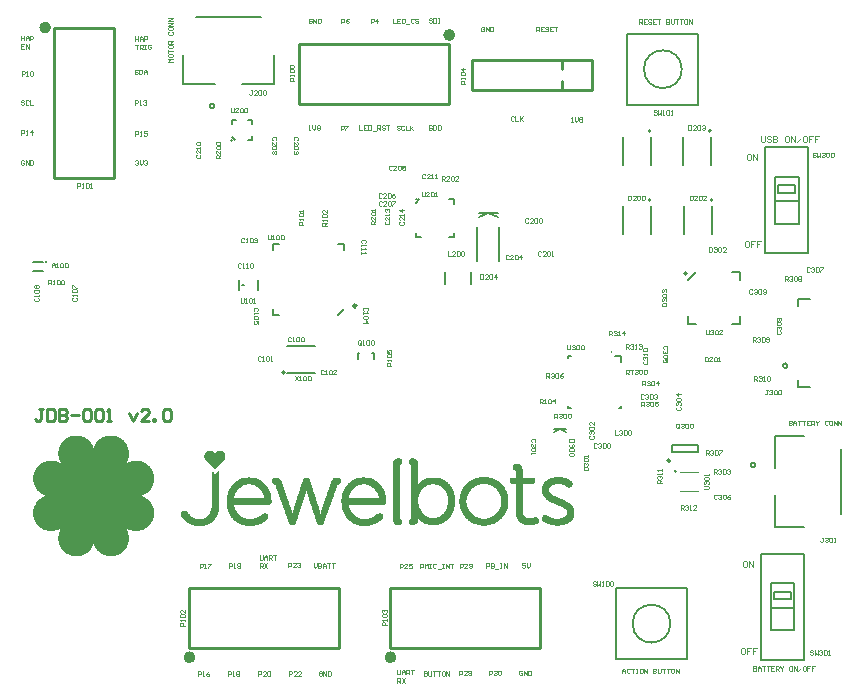
<source format=gto>
G04 Layer_Color=65535*
%FSLAX25Y25*%
%MOIN*%
G70*
G01*
G75*
%ADD58C,0.01000*%
%ADD59C,0.00800*%
%ADD60C,0.00600*%
%ADD64C,0.00700*%
%ADD75C,0.00500*%
%ADD76C,0.00394*%
%ADD77C,0.00984*%
%ADD78C,0.00787*%
%ADD79C,0.02000*%
%ADD80C,0.00492*%
%ADD81C,0.00100*%
%ADD82C,0.00400*%
D58*
X126100Y32600D02*
X176100D01*
Y12600D02*
Y32600D01*
X126100Y12600D02*
X176100D01*
X126100D02*
Y32600D01*
X183300Y198700D02*
Y201700D01*
Y205700D02*
Y208700D01*
X193300Y198700D02*
Y208700D01*
X153300D02*
X193300D01*
X153300Y198700D02*
X193300D01*
X153300D02*
Y208700D01*
X95700Y194000D02*
X145700D01*
X95700D02*
Y214000D01*
X145700D01*
Y194000D02*
Y214000D01*
X34000Y169500D02*
Y219500D01*
X14000Y169500D02*
X34000D01*
X14000D02*
Y219500D01*
X34000D01*
X59100Y32600D02*
X109100D01*
Y12600D02*
Y32600D01*
X59100Y12600D02*
X109100D01*
X59100D02*
Y32600D01*
X10266Y92199D02*
X8933D01*
X9599D01*
Y88866D01*
X8933Y88200D01*
X8266D01*
X7600Y88866D01*
X11599Y92199D02*
Y88200D01*
X13598D01*
X14265Y88866D01*
Y91532D01*
X13598Y92199D01*
X11599D01*
X15597D02*
Y88200D01*
X17597D01*
X18263Y88866D01*
Y89533D01*
X17597Y90199D01*
X15597D01*
X17597D01*
X18263Y90866D01*
Y91532D01*
X17597Y92199D01*
X15597D01*
X19596Y90199D02*
X22262D01*
X23595Y91532D02*
X24261Y92199D01*
X25594D01*
X26261Y91532D01*
Y88866D01*
X25594Y88200D01*
X24261D01*
X23595Y88866D01*
Y91532D01*
X27593D02*
X28260Y92199D01*
X29593D01*
X30259Y91532D01*
Y88866D01*
X29593Y88200D01*
X28260D01*
X27593Y88866D01*
Y91532D01*
X31592Y88200D02*
X32925D01*
X32259D01*
Y92199D01*
X31592Y91532D01*
X38923Y90866D02*
X40256Y88200D01*
X41589Y90866D01*
X45588Y88200D02*
X42922D01*
X45588Y90866D01*
Y91532D01*
X44921Y92199D01*
X43588D01*
X42922Y91532D01*
X46921Y88200D02*
Y88866D01*
X47587D01*
Y88200D01*
X46921D01*
X50253Y91532D02*
X50919Y92199D01*
X52252D01*
X52919Y91532D01*
Y88866D01*
X52252Y88200D01*
X50919D01*
X50253Y88866D01*
Y91532D01*
D59*
X225139Y135277D02*
X227796Y137935D01*
D60*
X219402Y20800D02*
G03*
X219402Y20800I-6302J0D01*
G01*
X223202Y205600D02*
G03*
X223202Y205600I-6302J0D01*
G01*
X259556Y28998D02*
Y31361D01*
X254044Y28998D02*
Y31282D01*
Y28998D02*
X259556D01*
X254044Y31361D02*
X259556D01*
X252863Y26085D02*
X260737D01*
X252863Y18526D02*
X260737D01*
Y34274D01*
X252863D02*
X260737D01*
X252863Y18526D02*
Y34274D01*
X249713Y8683D02*
X263887D01*
Y44117D01*
X249713D02*
X263887D01*
X249713Y8683D02*
Y44117D01*
X224911Y8989D02*
Y32611D01*
X201289D02*
X224911D01*
X201289Y8989D02*
Y32611D01*
Y8989D02*
X224911D01*
X82029Y135185D02*
X82029Y132036D01*
X75730D02*
Y135185D01*
X76518Y133630D02*
X77305D01*
X205089Y193789D02*
Y217411D01*
Y193789D02*
X228711D01*
Y217411D01*
X205089D02*
X228711D01*
X260956Y164498D02*
Y166861D01*
X255444Y164498D02*
Y166782D01*
Y164498D02*
X260956D01*
X255444Y166861D02*
X260956D01*
X254263Y161585D02*
X262137D01*
X254263Y154026D02*
X262137D01*
Y169774D01*
X254263D02*
X262137D01*
X254263Y154026D02*
Y169774D01*
X251113Y144184D02*
X265287D01*
Y179616D01*
X251113D02*
X265287D01*
X251113Y144184D02*
Y179616D01*
D64*
X199800Y111300D02*
G03*
X199800Y111300I-100J0D01*
G01*
D75*
X90987Y104569D02*
G03*
X90987Y104569I-492J0D01*
G01*
X258434Y106773D02*
G03*
X258434Y106773I-787J0D01*
G01*
X219420Y75082D02*
G03*
X219420Y75082I-591J0D01*
G01*
X225040Y137541D02*
G03*
X225040Y137541I-492J0D01*
G01*
X134757Y162203D02*
G03*
X134757Y162203I-197J0D01*
G01*
X232924Y185093D02*
G03*
X232924Y185093I-394J0D01*
G01*
X11568Y141317D02*
G03*
X11568Y141317I-276J0D01*
G01*
X212924Y161993D02*
G03*
X212924Y161993I-394J0D01*
G01*
Y184993D02*
G03*
X212924Y184993I-394J0D01*
G01*
X233424Y161993D02*
G03*
X233424Y161993I-394J0D01*
G01*
X91774Y113231D02*
X100928D01*
X91774Y104471D02*
X100928D01*
X120020Y110972D02*
X120459D01*
Y109003D02*
Y110972D01*
X115341D02*
X115780D01*
X115341Y109003D02*
Y110972D01*
X155529Y156239D02*
X158679Y157814D01*
X161828Y156239D01*
X154939Y141574D02*
Y152893D01*
X162419Y141574D02*
Y152893D01*
X155529Y157814D02*
X161828D01*
X152809Y134116D02*
Y138053D01*
X144148Y134116D02*
Y138053D01*
X180731Y84615D02*
X182700Y85599D01*
X184669Y84615D01*
X180731Y85796D02*
X184669D01*
X134580Y161002D02*
X135761Y162183D01*
X134580Y149585D02*
X136154D01*
X134580D02*
Y151160D01*
X145603Y149585D02*
X147178D01*
Y151160D01*
Y160609D02*
Y162183D01*
X145603D02*
X147178D01*
X73155Y183036D02*
X74336Y181855D01*
X78569Y182052D02*
X79848D01*
Y183332D01*
Y187268D02*
Y188548D01*
X78569D02*
X79848D01*
X73352Y187268D02*
Y188548D01*
X74632D01*
X223476Y183124D02*
X223476Y173676D01*
X232924Y183124D02*
X232925Y173676D01*
X7060Y141415D02*
X10209D01*
X7060Y138265D02*
X10209D01*
X203475Y160024D02*
X203476Y150576D01*
X212924Y160024D02*
X212925Y150576D01*
X203475Y183024D02*
X203476Y173576D01*
X212924Y183025D02*
X212925Y173576D01*
X223976Y160024D02*
X223976Y150576D01*
X233424Y160024D02*
X233424Y150576D01*
D76*
X221423Y71637D02*
G03*
X221423Y71637I-394J0D01*
G01*
X222455Y71432D02*
X228754D01*
X222455Y65133D02*
X228754D01*
D77*
X114746Y126739D02*
G03*
X114746Y126739I-492J0D01*
G01*
D78*
X67379Y193400D02*
G03*
X67379Y193400I-787J0D01*
G01*
X247687Y73708D02*
G03*
X247687Y73708I-787J0D01*
G01*
X262085Y101876D02*
X262085Y99510D01*
X265926Y99510D01*
X262085Y129037D02*
X265926D01*
X262085Y126671D02*
Y129037D01*
X220010Y80495D02*
X228672D01*
X220010Y78133D02*
X228672D01*
Y80495D01*
X220010Y78133D02*
Y80495D01*
X110711Y145243D02*
Y147211D01*
X108742D02*
X110711D01*
X87089D02*
X89057D01*
X87089Y145243D02*
Y147211D01*
Y123589D02*
Y125557D01*
Y123589D02*
X89057D01*
X108742D02*
X110711Y125557D01*
X239804Y137935D02*
X242461D01*
Y135277D02*
Y137935D01*
X239804Y120612D02*
X242461D01*
Y123269D01*
X225139Y120612D02*
X227796D01*
X225139D02*
Y123269D01*
X87200Y200700D02*
Y210500D01*
X76600Y200700D02*
X87200D01*
X57000D02*
X67700D01*
X57000D02*
Y210500D01*
X61400Y222900D02*
X82900D01*
X185440Y109272D02*
Y110060D01*
X186227D01*
X185440Y92540D02*
Y93328D01*
Y92540D02*
X186227D01*
X202173D02*
X202960D01*
X200991Y110059D02*
X202960D01*
Y108091D02*
Y110059D01*
Y92540D02*
Y93328D01*
X254200Y53100D02*
X264000D01*
X254200D02*
Y63700D01*
Y72600D02*
Y83300D01*
X264000D01*
X276400Y57400D02*
Y78900D01*
D79*
X127100Y9600D02*
G03*
X127100Y9600I-1000J0D01*
G01*
X146700Y217000D02*
G03*
X146700Y217000I-1000J0D01*
G01*
X12000Y219500D02*
G03*
X12000Y219500I-1000J0D01*
G01*
X60100Y9600D02*
G03*
X60100Y9600I-1000J0D01*
G01*
D80*
X73372Y181757D02*
G03*
X73372Y181757I-315J0D01*
G01*
D81*
X20100Y83400D02*
X22400D01*
X31600D02*
X33900D01*
X19700Y83300D02*
X22800D01*
X31200D02*
X34300D01*
X19300Y83200D02*
X23100D01*
X30900D02*
X34600D01*
X19100Y83100D02*
X23400D01*
X30600D02*
X34900D01*
X18800Y83000D02*
X23600D01*
X30400D02*
X35200D01*
X18600Y82900D02*
X23800D01*
X30100D02*
X35400D01*
X18400Y82800D02*
X24000D01*
X29900D02*
X35600D01*
X18300Y82700D02*
X24200D01*
X29800D02*
X35700D01*
X18100Y82600D02*
X24400D01*
X29600D02*
X35900D01*
X17900Y82500D02*
X24500D01*
X29500D02*
X36000D01*
X17800Y82400D02*
X24700D01*
X29300D02*
X36200D01*
X17700Y82300D02*
X24800D01*
X29200D02*
X36300D01*
X17500Y82200D02*
X24900D01*
X29100D02*
X36400D01*
X17400Y82100D02*
X25000D01*
X28900D02*
X36600D01*
X17300Y82000D02*
X25200D01*
X28800D02*
X36700D01*
X17200Y81900D02*
X25300D01*
X28700D02*
X36800D01*
X17100Y81800D02*
X25400D01*
X28600D02*
X36900D01*
X17000Y81700D02*
X25500D01*
X28500D02*
X37000D01*
X16900Y81600D02*
X25600D01*
X28400D02*
X37100D01*
X16800Y81500D02*
X25600D01*
X28300D02*
X37200D01*
X16700Y81400D02*
X25700D01*
X28300D02*
X37300D01*
X16700Y81300D02*
X25800D01*
X28200D02*
X37300D01*
X16600Y81200D02*
X25900D01*
X28100D02*
X37400D01*
X16500Y81100D02*
X26000D01*
X28000D02*
X37500D01*
X16400Y81000D02*
X26000D01*
X28000D02*
X37600D01*
X16400Y80900D02*
X26100D01*
X27900D02*
X37600D01*
X16300Y80800D02*
X26200D01*
X27800D02*
X37700D01*
X16200Y80700D02*
X26200D01*
X27800D02*
X37700D01*
X16200Y80600D02*
X26300D01*
X27700D02*
X37800D01*
X16100Y80500D02*
X26300D01*
X27600D02*
X37900D01*
X16100Y80400D02*
X26400D01*
X27600D02*
X37900D01*
X16000Y80300D02*
X26400D01*
X27500D02*
X38000D01*
X16000Y80200D02*
X26500D01*
X27500D02*
X38000D01*
X15900Y80100D02*
X26500D01*
X27400D02*
X38100D01*
X15900Y80000D02*
X26600D01*
X27400D02*
X38100D01*
X15800Y79900D02*
X26600D01*
X27400D02*
X38100D01*
X15800Y79800D02*
X26700D01*
X27300D02*
X38200D01*
X15800Y79700D02*
X26700D01*
X27300D02*
X38200D01*
X15700Y79600D02*
X26700D01*
X27300D02*
X38300D01*
X15700Y79500D02*
X26800D01*
X27200D02*
X38300D01*
X15700Y79400D02*
X26800D01*
X27200D02*
X38300D01*
X15600Y79300D02*
X26800D01*
X27200D02*
X38300D01*
X15600Y79200D02*
X26900D01*
X27100D02*
X38400D01*
X15600Y79100D02*
X26900D01*
X27100D02*
X38400D01*
X15600Y79000D02*
X26900D01*
X27100D02*
X38400D01*
X15500Y78900D02*
X26900D01*
X27100D02*
X38400D01*
X15500Y78800D02*
X26900D01*
X27000D02*
X38500D01*
X15500Y78700D02*
X38500D01*
X15500Y78600D02*
X38500D01*
X15500Y78500D02*
X38500D01*
X15500Y78400D02*
X38500D01*
X15400Y78300D02*
X38500D01*
X65200D02*
X66400D01*
X68500D02*
X69600D01*
X15400Y78200D02*
X38500D01*
X65000D02*
X66600D01*
X68300D02*
X69900D01*
X15400Y78100D02*
X38600D01*
X64800D02*
X66800D01*
X68100D02*
X70000D01*
X15400Y78000D02*
X38600D01*
X64700D02*
X66900D01*
X68000D02*
X70200D01*
X15400Y77900D02*
X38600D01*
X64600D02*
X67000D01*
X67900D02*
X70300D01*
X15400Y77800D02*
X38600D01*
X64500D02*
X67100D01*
X67800D02*
X70400D01*
X15400Y77700D02*
X38600D01*
X64400D02*
X67200D01*
X67700D02*
X70400D01*
X15400Y77600D02*
X38600D01*
X64400D02*
X67300D01*
X67600D02*
X70500D01*
X15400Y77500D02*
X38600D01*
X64300D02*
X67300D01*
X67600D02*
X70600D01*
X15400Y77400D02*
X38600D01*
X64300D02*
X67400D01*
X67500D02*
X70600D01*
X15400Y77300D02*
X38600D01*
X64200D02*
X67400D01*
X67500D02*
X70700D01*
X15400Y77200D02*
X38500D01*
X64200D02*
X67400D01*
X67500D02*
X70700D01*
X15400Y77100D02*
X38500D01*
X64200D02*
X70700D01*
X15500Y77000D02*
X38500D01*
X64100D02*
X70700D01*
X15500Y76900D02*
X38500D01*
X64100D02*
X70700D01*
X15500Y76800D02*
X38500D01*
X64100D02*
X70700D01*
X15500Y76700D02*
X38500D01*
X64100D02*
X70700D01*
X15500Y76600D02*
X38500D01*
X64100D02*
X70700D01*
X15500Y76500D02*
X38500D01*
X64100D02*
X70700D01*
X15600Y76400D02*
X38400D01*
X64100D02*
X70700D01*
X15600Y76300D02*
X38400D01*
X64200D02*
X70700D01*
X15600Y76200D02*
X38400D01*
X64200D02*
X70700D01*
X15600Y76100D02*
X38400D01*
X64200D02*
X70700D01*
X15700Y76000D02*
X38300D01*
X64300D02*
X70600D01*
X15700Y75900D02*
X38300D01*
X64300D02*
X70600D01*
X128200D02*
X129000D01*
X132900D02*
X133700D01*
X15700Y75800D02*
X38300D01*
X64400D02*
X70500D01*
X128000D02*
X129300D01*
X132700D02*
X134000D01*
X15800Y75700D02*
X38200D01*
X64400D02*
X70400D01*
X127800D02*
X129400D01*
X132600D02*
X134200D01*
X15800Y75600D02*
X38200D01*
X64500D02*
X70400D01*
X127600D02*
X129500D01*
X132500D02*
X134300D01*
X15800Y75500D02*
X38200D01*
X64600D02*
X70300D01*
X127500D02*
X129600D01*
X132400D02*
X134400D01*
X15900Y75400D02*
X38100D01*
X64700D02*
X70200D01*
X127400D02*
X129700D01*
X132300D02*
X134500D01*
X15900Y75300D02*
X38100D01*
X64800D02*
X70100D01*
X127400D02*
X129700D01*
X132300D02*
X134600D01*
X16000Y75200D02*
X38000D01*
X64900D02*
X70000D01*
X127300D02*
X129700D01*
X132200D02*
X134700D01*
X12300Y75100D02*
X13400D01*
X16000D02*
X38000D01*
X40500D02*
X41700D01*
X65000D02*
X69900D01*
X127200D02*
X129700D01*
X132200D02*
X134700D01*
X11600Y75000D02*
X14100D01*
X16100D02*
X37900D01*
X39900D02*
X42400D01*
X65100D02*
X69800D01*
X127200D02*
X129700D01*
X132200D02*
X134800D01*
X11200Y74900D02*
X14500D01*
X16100D02*
X37900D01*
X39500D02*
X42800D01*
X65200D02*
X69700D01*
X127100D02*
X129700D01*
X132200D02*
X134800D01*
X10900Y74800D02*
X14800D01*
X16200D02*
X37800D01*
X39200D02*
X43100D01*
X65300D02*
X69600D01*
X127100D02*
X129700D01*
X132200D02*
X134900D01*
X10600Y74700D02*
X15100D01*
X16200D02*
X37800D01*
X38900D02*
X43400D01*
X65400D02*
X69500D01*
X127100D02*
X129700D01*
X132200D02*
X134900D01*
X10400Y74600D02*
X15300D01*
X16300D02*
X37700D01*
X38700D02*
X43600D01*
X65500D02*
X69400D01*
X127000D02*
X129700D01*
X132300D02*
X134900D01*
X10200Y74500D02*
X15500D01*
X16400D02*
X37600D01*
X38500D02*
X43800D01*
X65600D02*
X69300D01*
X127000D02*
X129700D01*
X132300D02*
X134900D01*
X10000Y74400D02*
X15700D01*
X16400D02*
X37600D01*
X38300D02*
X44000D01*
X65700D02*
X69200D01*
X127000D02*
X129600D01*
X132400D02*
X135000D01*
X9800Y74300D02*
X15900D01*
X16500D02*
X37500D01*
X38100D02*
X44100D01*
X65800D02*
X69100D01*
X127000D02*
X129500D01*
X132400D02*
X135000D01*
X9700Y74200D02*
X16000D01*
X16600D02*
X37400D01*
X37900D02*
X44300D01*
X65900D02*
X69000D01*
X127000D02*
X129500D01*
X132500D02*
X135000D01*
X9500Y74100D02*
X16200D01*
X16600D02*
X37300D01*
X37800D02*
X44500D01*
X66000D02*
X68900D01*
X127000D02*
X129300D01*
X132600D02*
X135000D01*
X9400Y74000D02*
X16300D01*
X16700D02*
X37300D01*
X37700D02*
X44600D01*
X66100D02*
X68800D01*
X127000D02*
X129200D01*
X132800D02*
X135000D01*
X167600D02*
X168600D01*
X9300Y73900D02*
X16500D01*
X16800D02*
X37200D01*
X37500D02*
X44700D01*
X66200D02*
X68700D01*
X127000D02*
X129000D01*
X132900D02*
X135000D01*
X167400D02*
X168900D01*
X9100Y73800D02*
X16600D01*
X16900D02*
X37100D01*
X37400D02*
X44800D01*
X66300D02*
X68600D01*
X127000D02*
X129000D01*
X133000D02*
X135000D01*
X167300D02*
X169000D01*
X9000Y73700D02*
X16700D01*
X17000D02*
X37000D01*
X37300D02*
X45000D01*
X66400D02*
X68500D01*
X127000D02*
X129000D01*
X133000D02*
X135000D01*
X167200D02*
X169100D01*
X8900Y73600D02*
X16800D01*
X17100D02*
X36900D01*
X37200D02*
X45100D01*
X66500D02*
X68400D01*
X127000D02*
X129000D01*
X133000D02*
X135000D01*
X167100D02*
X169200D01*
X8800Y73500D02*
X16900D01*
X17200D02*
X36800D01*
X37100D02*
X45200D01*
X66600D02*
X68300D01*
X126900D02*
X129000D01*
X133000D02*
X135000D01*
X167100D02*
X169300D01*
X8700Y73400D02*
X17000D01*
X17300D02*
X36700D01*
X37000D02*
X45300D01*
X66700D02*
X68200D01*
X126900D02*
X129000D01*
X133000D02*
X135000D01*
X167000D02*
X169400D01*
X8600Y73300D02*
X17100D01*
X17400D02*
X36600D01*
X36900D02*
X45400D01*
X66800D02*
X68100D01*
X126900D02*
X129000D01*
X133000D02*
X135000D01*
X167000D02*
X169500D01*
X8500Y73200D02*
X17200D01*
X17500D02*
X36500D01*
X36800D02*
X45500D01*
X66900D02*
X68000D01*
X126900D02*
X129000D01*
X133000D02*
X135000D01*
X167000D02*
X169500D01*
X8400Y73100D02*
X17300D01*
X17600D02*
X36400D01*
X36700D02*
X45600D01*
X67000D02*
X67900D01*
X126900D02*
X129000D01*
X133000D02*
X135000D01*
X167000D02*
X169600D01*
X8300Y73000D02*
X17400D01*
X17700D02*
X36300D01*
X36600D02*
X45600D01*
X67100D02*
X67800D01*
X126900D02*
X129000D01*
X133000D02*
X135000D01*
X167000D02*
X169600D01*
X8300Y72900D02*
X17500D01*
X17800D02*
X36200D01*
X36500D02*
X45700D01*
X67200D02*
X67700D01*
X126900D02*
X129000D01*
X133000D02*
X135000D01*
X167000D02*
X169600D01*
X8200Y72800D02*
X17600D01*
X17900D02*
X36100D01*
X36400D02*
X45800D01*
X67300D02*
X67600D01*
X126900D02*
X129000D01*
X133000D02*
X135000D01*
X167000D02*
X169700D01*
X8100Y72700D02*
X17700D01*
X18000D02*
X36000D01*
X36300D02*
X45900D01*
X126900D02*
X129000D01*
X133000D02*
X135000D01*
X167000D02*
X169700D01*
X8000Y72600D02*
X17800D01*
X18100D02*
X35900D01*
X36200D02*
X45900D01*
X126900D02*
X129000D01*
X133000D02*
X135000D01*
X167100D02*
X169700D01*
X8000Y72500D02*
X17900D01*
X18200D02*
X35800D01*
X36100D02*
X46000D01*
X126900D02*
X129000D01*
X133000D02*
X135000D01*
X167100D02*
X169700D01*
X7900Y72400D02*
X18000D01*
X18300D02*
X35700D01*
X36000D02*
X46100D01*
X126900D02*
X129000D01*
X133000D02*
X135000D01*
X167200D02*
X169700D01*
X7900Y72300D02*
X18100D01*
X18400D02*
X35600D01*
X35900D02*
X46100D01*
X126900D02*
X129000D01*
X133000D02*
X135000D01*
X167300D02*
X169800D01*
X7800Y72200D02*
X18200D01*
X18500D02*
X35500D01*
X35800D02*
X46200D01*
X126900D02*
X129000D01*
X133000D02*
X135000D01*
X167500D02*
X169800D01*
X7700Y72100D02*
X18300D01*
X18600D02*
X35400D01*
X35700D02*
X46200D01*
X126900D02*
X129000D01*
X133000D02*
X135000D01*
X167600D02*
X169800D01*
X7700Y72000D02*
X18400D01*
X18700D02*
X35300D01*
X35600D02*
X46300D01*
X126900D02*
X129000D01*
X133000D02*
X135000D01*
X167700D02*
X169800D01*
X7600Y71900D02*
X18500D01*
X18800D02*
X35200D01*
X35500D02*
X46300D01*
X126900D02*
X129000D01*
X133000D02*
X135000D01*
X167700D02*
X169800D01*
X7600Y71800D02*
X18600D01*
X18900D02*
X35100D01*
X35400D02*
X46400D01*
X126900D02*
X129000D01*
X133000D02*
X135000D01*
X167800D02*
X169800D01*
X7500Y71700D02*
X18700D01*
X19000D02*
X35000D01*
X35300D02*
X46400D01*
X126900D02*
X129000D01*
X133000D02*
X135000D01*
X167800D02*
X169800D01*
X7500Y71600D02*
X18800D01*
X19100D02*
X34900D01*
X35200D02*
X46500D01*
X68600D02*
X68700D01*
X126900D02*
X129000D01*
X133000D02*
X135000D01*
X167800D02*
X169800D01*
X7500Y71500D02*
X18900D01*
X19200D02*
X34800D01*
X35100D02*
X46500D01*
X68500D02*
X68700D01*
X126900D02*
X129000D01*
X133000D02*
X135000D01*
X167800D02*
X169800D01*
X7400Y71400D02*
X19000D01*
X19300D02*
X34700D01*
X35000D02*
X46600D01*
X68400D02*
X68700D01*
X126900D02*
X129000D01*
X133000D02*
X135000D01*
X167800D02*
X169800D01*
X7400Y71300D02*
X19100D01*
X19400D02*
X34600D01*
X34900D02*
X46600D01*
X66600D02*
X66700D01*
X68300D02*
X68700D01*
X126900D02*
X129000D01*
X133000D02*
X135000D01*
X167800D02*
X169800D01*
X7300Y71200D02*
X19200D01*
X19500D02*
X34500D01*
X34800D02*
X46600D01*
X66600D02*
X66800D01*
X68200D02*
X68700D01*
X126900D02*
X129000D01*
X133000D02*
X135000D01*
X167800D02*
X169800D01*
X7300Y71100D02*
X19300D01*
X19600D02*
X34400D01*
X34700D02*
X46700D01*
X66600D02*
X66900D01*
X68000D02*
X68700D01*
X126900D02*
X129000D01*
X133000D02*
X135000D01*
X167800D02*
X169800D01*
X7300Y71000D02*
X19400D01*
X19700D02*
X34300D01*
X34600D02*
X46700D01*
X66600D02*
X66900D01*
X67900D02*
X68700D01*
X126900D02*
X129000D01*
X133000D02*
X135000D01*
X167800D02*
X169800D01*
X7300Y70900D02*
X19500D01*
X19800D02*
X34200D01*
X34500D02*
X46700D01*
X66600D02*
X67000D01*
X67800D02*
X68700D01*
X126900D02*
X129000D01*
X133000D02*
X135000D01*
X167800D02*
X169800D01*
X7200Y70800D02*
X19600D01*
X19900D02*
X34100D01*
X34400D02*
X46800D01*
X66600D02*
X67100D01*
X67700D02*
X68700D01*
X126900D02*
X129000D01*
X133000D02*
X135000D01*
X167800D02*
X169800D01*
X7200Y70700D02*
X19700D01*
X20000D02*
X34000D01*
X34300D02*
X46800D01*
X66600D02*
X67200D01*
X67600D02*
X68700D01*
X126900D02*
X129000D01*
X133000D02*
X135000D01*
X167800D02*
X169800D01*
X7200Y70600D02*
X19800D01*
X20100D02*
X33900D01*
X34200D02*
X46800D01*
X66600D02*
X67300D01*
X67500D02*
X68700D01*
X126900D02*
X129000D01*
X133000D02*
X135000D01*
X167800D02*
X169800D01*
X7200Y70500D02*
X19900D01*
X20200D02*
X33800D01*
X34100D02*
X46800D01*
X66600D02*
X68700D01*
X126900D02*
X129000D01*
X133000D02*
X135000D01*
X167800D02*
X169800D01*
X7100Y70400D02*
X20000D01*
X20300D02*
X33700D01*
X34000D02*
X46800D01*
X66600D02*
X68700D01*
X126900D02*
X129000D01*
X133000D02*
X135000D01*
X167800D02*
X169800D01*
X7100Y70300D02*
X20100D01*
X20400D02*
X33600D01*
X33900D02*
X46900D01*
X66600D02*
X68700D01*
X126900D02*
X129000D01*
X133000D02*
X135000D01*
X167800D02*
X169800D01*
X7100Y70200D02*
X20200D01*
X20500D02*
X33500D01*
X33800D02*
X46900D01*
X66600D02*
X68700D01*
X126900D02*
X129000D01*
X133000D02*
X135000D01*
X167800D02*
X169800D01*
X7100Y70100D02*
X20300D01*
X20600D02*
X33400D01*
X33700D02*
X46900D01*
X66600D02*
X68700D01*
X126900D02*
X129000D01*
X133000D02*
X135000D01*
X167800D02*
X169800D01*
X7100Y70000D02*
X20400D01*
X20700D02*
X33300D01*
X33600D02*
X46900D01*
X66600D02*
X68700D01*
X126900D02*
X129000D01*
X133000D02*
X135000D01*
X167800D02*
X169800D01*
X7100Y69900D02*
X20500D01*
X20800D02*
X33200D01*
X33500D02*
X46900D01*
X66600D02*
X68700D01*
X126900D02*
X129000D01*
X133000D02*
X135000D01*
X167800D02*
X169800D01*
X7100Y69800D02*
X20600D01*
X20900D02*
X33100D01*
X33400D02*
X46900D01*
X66600D02*
X68700D01*
X126900D02*
X129000D01*
X133000D02*
X135000D01*
X167800D02*
X169800D01*
X7100Y69700D02*
X20700D01*
X21000D02*
X33000D01*
X33300D02*
X46900D01*
X66600D02*
X68700D01*
X126900D02*
X129000D01*
X133000D02*
X135000D01*
X156200D02*
X157900D01*
X167800D02*
X169800D01*
X181100D02*
X182600D01*
X7100Y69600D02*
X20800D01*
X21100D02*
X32900D01*
X33200D02*
X46900D01*
X66600D02*
X68700D01*
X78500D02*
X79100D01*
X116700D02*
X117400D01*
X126900D02*
X129000D01*
X133000D02*
X135000D01*
X155600D02*
X158600D01*
X167800D02*
X169800D01*
X180500D02*
X183300D01*
X7100Y69500D02*
X20900D01*
X21200D02*
X32800D01*
X33100D02*
X46900D01*
X66600D02*
X68700D01*
X77500D02*
X80100D01*
X115800D02*
X118300D01*
X126900D02*
X129000D01*
X133000D02*
X135000D01*
X139100D02*
X141400D01*
X155100D02*
X159100D01*
X166400D02*
X173500D01*
X180100D02*
X183700D01*
X7100Y69400D02*
X21000D01*
X21300D02*
X32700D01*
X33000D02*
X46900D01*
X66600D02*
X68700D01*
X77100D02*
X80500D01*
X87300D02*
X88200D01*
X97600D02*
X98300D01*
X107600D02*
X108500D01*
X115300D02*
X118800D01*
X126900D02*
X129000D01*
X133000D02*
X135000D01*
X138600D02*
X141900D01*
X154700D02*
X159400D01*
X166200D02*
X173700D01*
X179700D02*
X184000D01*
X7100Y69300D02*
X21100D01*
X21400D02*
X32600D01*
X32900D02*
X46900D01*
X66600D02*
X68700D01*
X76700D02*
X80900D01*
X87100D02*
X88500D01*
X97300D02*
X98500D01*
X107300D02*
X108800D01*
X115000D02*
X119200D01*
X126900D02*
X129000D01*
X133000D02*
X135000D01*
X138200D02*
X142300D01*
X154400D02*
X159800D01*
X166100D02*
X173800D01*
X179500D02*
X184300D01*
X7100Y69200D02*
X21200D01*
X21500D02*
X32500D01*
X32800D02*
X46900D01*
X66600D02*
X68700D01*
X76400D02*
X81200D01*
X86900D02*
X88700D01*
X97200D02*
X98600D01*
X107100D02*
X108900D01*
X114700D02*
X119500D01*
X126900D02*
X129000D01*
X133000D02*
X135000D01*
X137900D02*
X142600D01*
X154200D02*
X160000D01*
X166100D02*
X173900D01*
X179200D02*
X184600D01*
X7100Y69100D02*
X21300D01*
X21600D02*
X32400D01*
X32700D02*
X46900D01*
X66600D02*
X68700D01*
X76100D02*
X81500D01*
X86800D02*
X88800D01*
X97100D02*
X98700D01*
X107000D02*
X109000D01*
X114400D02*
X119700D01*
X126900D02*
X129000D01*
X133000D02*
X135000D01*
X137700D02*
X142800D01*
X153900D02*
X160300D01*
X166000D02*
X173900D01*
X179000D02*
X184800D01*
X7100Y69000D02*
X21400D01*
X21700D02*
X32300D01*
X32600D02*
X46900D01*
X66600D02*
X68700D01*
X75900D02*
X81700D01*
X86700D02*
X89000D01*
X97000D02*
X98800D01*
X106900D02*
X109100D01*
X114200D02*
X119900D01*
X126900D02*
X129000D01*
X133000D02*
X135000D01*
X137500D02*
X143100D01*
X153700D02*
X160500D01*
X166000D02*
X174000D01*
X178800D02*
X185000D01*
X7100Y68900D02*
X21500D01*
X21800D02*
X32200D01*
X32500D02*
X46900D01*
X66600D02*
X68700D01*
X75700D02*
X81900D01*
X86700D02*
X89100D01*
X97000D02*
X98800D01*
X106800D02*
X109200D01*
X114000D02*
X120200D01*
X126900D02*
X129000D01*
X133000D02*
X135000D01*
X137300D02*
X143300D01*
X153500D02*
X160700D01*
X165900D02*
X174000D01*
X178600D02*
X185200D01*
X7100Y68800D02*
X21600D01*
X21900D02*
X32100D01*
X32400D02*
X46900D01*
X66600D02*
X68700D01*
X75500D02*
X82100D01*
X86600D02*
X89100D01*
X97000D02*
X98900D01*
X106700D02*
X109200D01*
X113800D02*
X120400D01*
X126900D02*
X129000D01*
X133000D02*
X135000D01*
X137100D02*
X143500D01*
X153300D02*
X160900D01*
X165900D02*
X174000D01*
X178500D02*
X185400D01*
X7100Y68700D02*
X21700D01*
X22000D02*
X32000D01*
X32300D02*
X46900D01*
X66600D02*
X68700D01*
X75300D02*
X82300D01*
X86600D02*
X89200D01*
X96900D02*
X98900D01*
X106600D02*
X109200D01*
X113600D02*
X120500D01*
X126900D02*
X129000D01*
X133000D02*
X135000D01*
X136900D02*
X143600D01*
X153100D02*
X161100D01*
X165900D02*
X174000D01*
X178300D02*
X185500D01*
X7100Y68600D02*
X21800D01*
X22100D02*
X31900D01*
X32200D02*
X46900D01*
X66600D02*
X68700D01*
X75200D02*
X82500D01*
X86600D02*
X89300D01*
X96900D02*
X98900D01*
X106600D02*
X109200D01*
X113400D02*
X120700D01*
X126900D02*
X129000D01*
X133000D02*
X135000D01*
X136700D02*
X143800D01*
X153000D02*
X161200D01*
X165900D02*
X174000D01*
X178200D02*
X185700D01*
X7100Y68500D02*
X21900D01*
X22200D02*
X31800D01*
X32100D02*
X46900D01*
X66600D02*
X68700D01*
X75000D02*
X82600D01*
X86600D02*
X89300D01*
X96900D02*
X99000D01*
X106500D02*
X109200D01*
X113300D02*
X120900D01*
X126900D02*
X129000D01*
X133000D02*
X135000D01*
X136600D02*
X144000D01*
X152800D02*
X161400D01*
X165900D02*
X174000D01*
X178100D02*
X185800D01*
X7100Y68400D02*
X22000D01*
X22300D02*
X31700D01*
X32000D02*
X46900D01*
X66600D02*
X68700D01*
X74900D02*
X82800D01*
X86600D02*
X89400D01*
X96800D02*
X99000D01*
X106400D02*
X109200D01*
X113100D02*
X121000D01*
X126900D02*
X129000D01*
X133000D02*
X135000D01*
X136500D02*
X144100D01*
X152600D02*
X161600D01*
X165900D02*
X174000D01*
X177900D02*
X186000D01*
X7100Y68300D02*
X22100D01*
X22400D02*
X31600D01*
X31900D02*
X46900D01*
X66600D02*
X68700D01*
X74700D02*
X82900D01*
X86600D02*
X89400D01*
X96800D02*
X99000D01*
X106400D02*
X109200D01*
X113000D02*
X121200D01*
X126900D02*
X129000D01*
X133000D02*
X135000D01*
X136300D02*
X144300D01*
X152500D02*
X161700D01*
X165900D02*
X174000D01*
X177800D02*
X186100D01*
X7100Y68200D02*
X22200D01*
X22500D02*
X31500D01*
X31800D02*
X46800D01*
X66600D02*
X68700D01*
X74600D02*
X83000D01*
X86600D02*
X89500D01*
X96800D02*
X99100D01*
X106400D02*
X109200D01*
X112800D02*
X121300D01*
X126900D02*
X129000D01*
X133000D02*
X135000D01*
X136200D02*
X144400D01*
X152400D02*
X161800D01*
X166000D02*
X174000D01*
X177700D02*
X186200D01*
X7200Y68100D02*
X22300D01*
X22600D02*
X31400D01*
X31700D02*
X46800D01*
X66600D02*
X68700D01*
X74500D02*
X83200D01*
X86600D02*
X89500D01*
X96700D02*
X99100D01*
X106300D02*
X109200D01*
X112700D02*
X121400D01*
X126900D02*
X129000D01*
X133000D02*
X135000D01*
X136100D02*
X144500D01*
X152200D02*
X162000D01*
X166000D02*
X173900D01*
X177600D02*
X186300D01*
X7200Y68000D02*
X22400D01*
X22700D02*
X31300D01*
X31600D02*
X46800D01*
X66600D02*
X68700D01*
X74300D02*
X83300D01*
X86700D02*
X89500D01*
X96700D02*
X99100D01*
X106300D02*
X109200D01*
X112600D02*
X121500D01*
X126900D02*
X129000D01*
X133000D02*
X135000D01*
X136000D02*
X144700D01*
X152100D02*
X162100D01*
X166100D02*
X173900D01*
X177500D02*
X186400D01*
X7200Y67900D02*
X22500D01*
X22800D02*
X31200D01*
X31500D02*
X46800D01*
X66600D02*
X68700D01*
X74200D02*
X83400D01*
X86700D02*
X89600D01*
X96700D02*
X99200D01*
X106300D02*
X109100D01*
X112500D02*
X121700D01*
X126900D02*
X129000D01*
X133000D02*
X135000D01*
X135900D02*
X144800D01*
X152000D02*
X162200D01*
X166100D02*
X173800D01*
X177400D02*
X186400D01*
X7200Y67800D02*
X22600D01*
X22900D02*
X31100D01*
X31400D02*
X46700D01*
X66600D02*
X68700D01*
X74100D02*
X83500D01*
X86800D02*
X89600D01*
X96600D02*
X99200D01*
X106200D02*
X109100D01*
X112400D02*
X121800D01*
X126900D02*
X129000D01*
X133000D02*
X135000D01*
X135700D02*
X144900D01*
X151900D02*
X162300D01*
X166200D02*
X173700D01*
X177400D02*
X186400D01*
X7300Y67700D02*
X22700D01*
X23000D02*
X31000D01*
X31300D02*
X46700D01*
X66600D02*
X68700D01*
X74000D02*
X83600D01*
X86900D02*
X89600D01*
X96600D02*
X99200D01*
X106200D02*
X109000D01*
X112300D02*
X121900D01*
X126900D02*
X129000D01*
X133000D02*
X135000D01*
X135700D02*
X145000D01*
X151700D02*
X156600D01*
X157600D02*
X162500D01*
X166400D02*
X173500D01*
X177300D02*
X181400D01*
X182300D02*
X186500D01*
X7300Y67600D02*
X22800D01*
X23100D02*
X30900D01*
X31200D02*
X46700D01*
X66600D02*
X68700D01*
X73900D02*
X83700D01*
X87000D02*
X89700D01*
X96600D02*
X99300D01*
X106200D02*
X108900D01*
X112100D02*
X122000D01*
X126900D02*
X129000D01*
X133000D02*
X135000D01*
X135600D02*
X145100D01*
X151600D02*
X155900D01*
X158300D02*
X162600D01*
X166600D02*
X173300D01*
X177200D02*
X180800D01*
X182900D02*
X186500D01*
X7300Y67500D02*
X22900D01*
X23200D02*
X30800D01*
X31100D02*
X46700D01*
X66600D02*
X68700D01*
X73800D02*
X77900D01*
X79700D02*
X83800D01*
X87200D02*
X89700D01*
X96500D02*
X99300D01*
X106100D02*
X108700D01*
X112000D02*
X116200D01*
X118000D02*
X122100D01*
X126900D02*
X129000D01*
X133000D02*
X135000D01*
X135500D02*
X139300D01*
X141000D02*
X145200D01*
X151500D02*
X155500D01*
X158700D02*
X162700D01*
X167800D02*
X169800D01*
X177100D02*
X180500D01*
X183300D02*
X186500D01*
X7400Y67400D02*
X23000D01*
X23300D02*
X30700D01*
X31000D02*
X46600D01*
X66600D02*
X68700D01*
X73700D02*
X77500D01*
X80100D02*
X83900D01*
X87500D02*
X89700D01*
X96500D02*
X99300D01*
X106100D02*
X108400D01*
X112000D02*
X115800D01*
X118400D02*
X122200D01*
X126900D02*
X129000D01*
X133000D02*
X135000D01*
X135400D02*
X138900D01*
X141500D02*
X145300D01*
X151400D02*
X155200D01*
X159000D02*
X162800D01*
X167800D02*
X169800D01*
X177100D02*
X180200D01*
X183600D02*
X186500D01*
X7400Y67300D02*
X23100D01*
X23400D02*
X30600D01*
X30900D02*
X46600D01*
X66600D02*
X68700D01*
X73600D02*
X77200D01*
X80400D02*
X84000D01*
X87600D02*
X89800D01*
X96500D02*
X99400D01*
X106100D02*
X108200D01*
X111900D02*
X115400D01*
X118700D02*
X122300D01*
X126900D02*
X129000D01*
X133000D02*
X135000D01*
X135300D02*
X138500D01*
X141800D02*
X145400D01*
X151300D02*
X154900D01*
X159300D02*
X162900D01*
X167800D02*
X169800D01*
X177000D02*
X180000D01*
X183800D02*
X186500D01*
X7400Y67200D02*
X23200D01*
X23500D02*
X30500D01*
X30800D02*
X46600D01*
X66600D02*
X68700D01*
X73500D02*
X76900D01*
X80700D02*
X84100D01*
X87700D02*
X89800D01*
X96400D02*
X99400D01*
X106000D02*
X108100D01*
X111800D02*
X115200D01*
X118900D02*
X122400D01*
X126900D02*
X129000D01*
X133000D02*
X135000D01*
X135200D02*
X138300D01*
X142100D02*
X145500D01*
X151200D02*
X154700D01*
X159500D02*
X163000D01*
X167800D02*
X169800D01*
X177000D02*
X179800D01*
X184000D02*
X186500D01*
X7500Y67100D02*
X23300D01*
X23600D02*
X30400D01*
X30700D02*
X46500D01*
X66600D02*
X68700D01*
X73400D02*
X76700D01*
X80900D02*
X84200D01*
X87800D02*
X89800D01*
X96400D02*
X99400D01*
X106000D02*
X108100D01*
X111700D02*
X115000D01*
X119100D02*
X122500D01*
X126900D02*
X129000D01*
X133000D02*
X135000D01*
X135100D02*
X138000D01*
X142300D02*
X145600D01*
X151100D02*
X154500D01*
X159700D02*
X163100D01*
X167800D02*
X169800D01*
X176900D02*
X179600D01*
X184200D02*
X186400D01*
X7500Y67000D02*
X23400D01*
X23700D02*
X30300D01*
X30600D02*
X46500D01*
X66600D02*
X68700D01*
X73300D02*
X76500D01*
X81100D02*
X84300D01*
X87800D02*
X89900D01*
X96400D02*
X99500D01*
X106000D02*
X108000D01*
X111600D02*
X114800D01*
X119300D02*
X122500D01*
X126900D02*
X129000D01*
X133000D02*
X135000D01*
X135100D02*
X137800D01*
X142500D02*
X145600D01*
X151100D02*
X154300D01*
X159900D02*
X163100D01*
X167800D02*
X169800D01*
X176900D02*
X179500D01*
X184400D02*
X186400D01*
X7600Y66900D02*
X23500D01*
X23800D02*
X30200D01*
X30500D02*
X46400D01*
X66600D02*
X68700D01*
X73300D02*
X76300D01*
X81300D02*
X84400D01*
X87800D02*
X89900D01*
X96300D02*
X99500D01*
X105900D02*
X108000D01*
X111500D02*
X114600D01*
X119500D02*
X122600D01*
X126900D02*
X129000D01*
X133000D02*
X137700D01*
X142700D02*
X145700D01*
X151000D02*
X154100D01*
X160100D02*
X163200D01*
X167800D02*
X169800D01*
X176800D02*
X179400D01*
X184500D02*
X186300D01*
X7600Y66800D02*
X23600D01*
X23900D02*
X30100D01*
X30400D02*
X46400D01*
X66600D02*
X68700D01*
X73200D02*
X76200D01*
X81400D02*
X84400D01*
X87900D02*
X90000D01*
X96300D02*
X99500D01*
X105900D02*
X108000D01*
X111400D02*
X114400D01*
X119700D02*
X122700D01*
X126900D02*
X129000D01*
X133000D02*
X137500D01*
X142900D02*
X145800D01*
X150900D02*
X153900D01*
X160300D02*
X163300D01*
X167800D02*
X169800D01*
X176800D02*
X179200D01*
X184700D02*
X186300D01*
X7600Y66700D02*
X23700D01*
X24000D02*
X30000D01*
X30300D02*
X46300D01*
X66600D02*
X68700D01*
X73100D02*
X76000D01*
X81600D02*
X84500D01*
X87900D02*
X90000D01*
X96300D02*
X99600D01*
X105800D02*
X107900D01*
X111400D02*
X114300D01*
X119800D02*
X122800D01*
X126900D02*
X129000D01*
X133000D02*
X137300D01*
X143000D02*
X145900D01*
X150800D02*
X153800D01*
X160400D02*
X163400D01*
X167800D02*
X169800D01*
X176700D02*
X179100D01*
X184800D02*
X186100D01*
X7700Y66600D02*
X23800D01*
X24100D02*
X29900D01*
X30200D02*
X46300D01*
X66600D02*
X68700D01*
X73000D02*
X75900D01*
X81700D02*
X84600D01*
X87900D02*
X90000D01*
X96200D02*
X99600D01*
X105800D02*
X107900D01*
X111300D02*
X114100D01*
X120000D02*
X122900D01*
X126900D02*
X129000D01*
X133000D02*
X137200D01*
X143200D02*
X145900D01*
X150700D02*
X153600D01*
X160600D02*
X163500D01*
X167800D02*
X169800D01*
X176700D02*
X179000D01*
X185000D02*
X186000D01*
X7800Y66500D02*
X23900D01*
X24200D02*
X29800D01*
X30100D02*
X46200D01*
X66600D02*
X68700D01*
X73000D02*
X75800D01*
X81900D02*
X84700D01*
X88000D02*
X90100D01*
X96200D02*
X99600D01*
X105800D02*
X107900D01*
X111200D02*
X114000D01*
X120100D02*
X122900D01*
X126900D02*
X129000D01*
X133000D02*
X137100D01*
X143300D02*
X146000D01*
X150700D02*
X153500D01*
X160700D02*
X163500D01*
X167800D02*
X169800D01*
X176700D02*
X179000D01*
X185300D02*
X185700D01*
X7800Y66400D02*
X24000D01*
X24300D02*
X29700D01*
X30000D02*
X46200D01*
X66600D02*
X68700D01*
X72900D02*
X75600D01*
X82000D02*
X84700D01*
X88000D02*
X90100D01*
X96200D02*
X99700D01*
X105700D02*
X107800D01*
X111200D02*
X113900D01*
X120200D02*
X123000D01*
X126900D02*
X129000D01*
X133000D02*
X136900D01*
X143400D02*
X146100D01*
X150600D02*
X153400D01*
X160800D02*
X163600D01*
X167800D02*
X169800D01*
X176600D02*
X178900D01*
X7900Y66300D02*
X24100D01*
X24400D02*
X29600D01*
X29900D02*
X46100D01*
X66600D02*
X68700D01*
X72800D02*
X75500D01*
X82100D02*
X84800D01*
X88000D02*
X90100D01*
X96200D02*
X99700D01*
X105700D02*
X107800D01*
X111100D02*
X113800D01*
X120400D02*
X123100D01*
X126900D02*
X129000D01*
X133000D02*
X136800D01*
X143500D02*
X146100D01*
X150500D02*
X153300D01*
X161000D02*
X163700D01*
X167800D02*
X169800D01*
X176600D02*
X178800D01*
X7900Y66200D02*
X24200D01*
X24500D02*
X29500D01*
X29800D02*
X46100D01*
X66600D02*
X68700D01*
X72800D02*
X75400D01*
X82200D02*
X84900D01*
X88100D02*
X90200D01*
X96100D02*
X99700D01*
X105700D02*
X107800D01*
X111000D02*
X113700D01*
X120500D02*
X123100D01*
X126900D02*
X129000D01*
X133000D02*
X136700D01*
X143600D02*
X146200D01*
X150400D02*
X153100D01*
X161100D02*
X163800D01*
X167800D02*
X169800D01*
X176600D02*
X178800D01*
X8000Y66100D02*
X24300D01*
X24600D02*
X29400D01*
X29700D02*
X46000D01*
X66600D02*
X68700D01*
X72700D02*
X75300D01*
X82300D02*
X84900D01*
X88100D02*
X90200D01*
X96100D02*
X99800D01*
X105600D02*
X107700D01*
X111000D02*
X113600D01*
X120600D02*
X123200D01*
X126900D02*
X129000D01*
X133000D02*
X136600D01*
X143700D02*
X146300D01*
X150400D02*
X153000D01*
X161200D02*
X163800D01*
X167800D02*
X169800D01*
X176600D02*
X178700D01*
X8100Y66000D02*
X24400D01*
X24700D02*
X29300D01*
X29600D02*
X45900D01*
X66600D02*
X68700D01*
X72600D02*
X75200D01*
X82400D02*
X85000D01*
X88200D02*
X90200D01*
X96100D02*
X99800D01*
X105600D02*
X107700D01*
X110900D02*
X113400D01*
X120700D02*
X123200D01*
X126900D02*
X129000D01*
X133000D02*
X136500D01*
X143800D02*
X146300D01*
X150300D02*
X152900D01*
X161300D02*
X163900D01*
X167800D02*
X169800D01*
X176600D02*
X178700D01*
X8100Y65900D02*
X24500D01*
X24800D02*
X29200D01*
X29500D02*
X45900D01*
X66600D02*
X68700D01*
X72600D02*
X75100D01*
X82500D02*
X85000D01*
X88200D02*
X90300D01*
X96000D02*
X99800D01*
X105600D02*
X107600D01*
X110800D02*
X113400D01*
X120800D02*
X123300D01*
X126900D02*
X129000D01*
X133000D02*
X136400D01*
X143900D02*
X146400D01*
X150300D02*
X152800D01*
X161400D02*
X163900D01*
X167800D02*
X169800D01*
X176600D02*
X178600D01*
X8200Y65800D02*
X24600D01*
X24900D02*
X29100D01*
X29400D02*
X45800D01*
X66600D02*
X68700D01*
X72500D02*
X75000D01*
X82600D02*
X85100D01*
X88200D02*
X90300D01*
X96000D02*
X97900D01*
X98000D02*
X99800D01*
X105500D02*
X107600D01*
X110800D02*
X113300D01*
X120900D02*
X123400D01*
X126900D02*
X129000D01*
X133000D02*
X136300D01*
X144000D02*
X146400D01*
X150200D02*
X152700D01*
X161500D02*
X164000D01*
X167800D02*
X169800D01*
X176500D02*
X178600D01*
X8300Y65700D02*
X24700D01*
X25000D02*
X29000D01*
X29300D02*
X45700D01*
X66600D02*
X68700D01*
X72500D02*
X74900D01*
X82700D02*
X85200D01*
X88300D02*
X90300D01*
X96000D02*
X97900D01*
X98000D02*
X99900D01*
X105500D02*
X107600D01*
X110700D02*
X113200D01*
X121000D02*
X123400D01*
X126900D02*
X129000D01*
X133000D02*
X136300D01*
X144100D02*
X146500D01*
X150100D02*
X152600D01*
X161600D02*
X164100D01*
X167800D02*
X169800D01*
X176500D02*
X178600D01*
X8400Y65600D02*
X24800D01*
X25000D02*
X28900D01*
X29200D02*
X45600D01*
X66600D02*
X68700D01*
X72400D02*
X74800D01*
X82800D02*
X85200D01*
X88300D02*
X90400D01*
X95900D02*
X97800D01*
X98000D02*
X99900D01*
X105500D02*
X107500D01*
X110700D02*
X113100D01*
X121000D02*
X123500D01*
X126900D02*
X129000D01*
X133000D02*
X136200D01*
X144200D02*
X146500D01*
X150100D02*
X152600D01*
X161700D02*
X164100D01*
X167800D02*
X169800D01*
X176500D02*
X178600D01*
X8400Y65500D02*
X29000D01*
X29100D02*
X45500D01*
X66600D02*
X68700D01*
X72400D02*
X74700D01*
X82900D02*
X85300D01*
X88300D02*
X90400D01*
X95900D02*
X97800D01*
X98000D02*
X99900D01*
X105400D02*
X107500D01*
X110600D02*
X113000D01*
X121100D02*
X123500D01*
X126900D02*
X129000D01*
X133000D02*
X136100D01*
X144200D02*
X146600D01*
X150000D02*
X152500D01*
X161700D02*
X164200D01*
X167800D02*
X169800D01*
X176500D02*
X178600D01*
X8500Y65400D02*
X45400D01*
X66600D02*
X68700D01*
X72300D02*
X74700D01*
X82900D02*
X85300D01*
X88400D02*
X90400D01*
X95900D02*
X97800D01*
X98100D02*
X100000D01*
X105400D02*
X107500D01*
X110600D02*
X112900D01*
X121200D02*
X123600D01*
X126900D02*
X129000D01*
X133000D02*
X136000D01*
X144300D02*
X146600D01*
X150000D02*
X152400D01*
X161800D02*
X164200D01*
X167800D02*
X169800D01*
X176500D02*
X178600D01*
X8600Y65300D02*
X45400D01*
X66600D02*
X68700D01*
X72300D02*
X74600D01*
X83000D02*
X85400D01*
X88400D02*
X90500D01*
X95800D02*
X97700D01*
X98100D02*
X100000D01*
X105400D02*
X107400D01*
X110500D02*
X112900D01*
X121300D02*
X123600D01*
X126900D02*
X129000D01*
X133000D02*
X136000D01*
X144400D02*
X146700D01*
X149900D02*
X152300D01*
X161900D02*
X164300D01*
X167800D02*
X169800D01*
X176500D02*
X178600D01*
X8700Y65200D02*
X45300D01*
X66600D02*
X68700D01*
X72200D02*
X74500D01*
X83100D02*
X85400D01*
X88400D02*
X90500D01*
X95800D02*
X97700D01*
X98100D02*
X100000D01*
X105300D02*
X107400D01*
X110500D02*
X112800D01*
X121300D02*
X123700D01*
X126900D02*
X129000D01*
X133000D02*
X135900D01*
X144400D02*
X146700D01*
X149900D02*
X152200D01*
X162000D02*
X164300D01*
X167800D02*
X169800D01*
X176500D02*
X178600D01*
X8800Y65100D02*
X45200D01*
X66600D02*
X68700D01*
X72200D02*
X74500D01*
X83200D02*
X85500D01*
X88500D02*
X90500D01*
X95800D02*
X97700D01*
X98200D02*
X100100D01*
X105300D02*
X107400D01*
X110400D02*
X112700D01*
X121400D02*
X123700D01*
X126900D02*
X129000D01*
X133000D02*
X135900D01*
X144500D02*
X146800D01*
X149800D02*
X152200D01*
X162000D02*
X164400D01*
X167800D02*
X169800D01*
X176600D02*
X178600D01*
X8900Y65000D02*
X45100D01*
X66600D02*
X68700D01*
X72100D02*
X74400D01*
X83200D02*
X85500D01*
X88500D02*
X90600D01*
X95700D02*
X97700D01*
X98200D02*
X100100D01*
X105300D02*
X107300D01*
X110400D02*
X112600D01*
X121500D02*
X123800D01*
X126900D02*
X129000D01*
X133000D02*
X135800D01*
X144600D02*
X146800D01*
X149800D02*
X152100D01*
X162100D02*
X164400D01*
X167800D02*
X169800D01*
X176600D02*
X178600D01*
X9000Y64900D02*
X44900D01*
X66600D02*
X68700D01*
X72100D02*
X74300D01*
X83300D02*
X85500D01*
X88600D02*
X90600D01*
X95700D02*
X97600D01*
X98200D02*
X100100D01*
X105200D02*
X107300D01*
X110400D02*
X112600D01*
X121500D02*
X123800D01*
X126900D02*
X129000D01*
X133000D02*
X135700D01*
X144600D02*
X146800D01*
X149700D02*
X152000D01*
X162200D02*
X164500D01*
X167800D02*
X169800D01*
X176600D02*
X178700D01*
X9200Y64800D02*
X44800D01*
X66600D02*
X68700D01*
X72100D02*
X74300D01*
X83300D02*
X85600D01*
X88600D02*
X90700D01*
X95700D02*
X97600D01*
X98200D02*
X100200D01*
X105200D02*
X107200D01*
X110300D02*
X112500D01*
X121600D02*
X123800D01*
X126900D02*
X129000D01*
X133000D02*
X135700D01*
X144700D02*
X146900D01*
X149700D02*
X152000D01*
X162200D02*
X164500D01*
X167800D02*
X169800D01*
X176600D02*
X178700D01*
X9300Y64700D02*
X44700D01*
X66600D02*
X68700D01*
X72000D02*
X74200D01*
X83400D02*
X85600D01*
X88600D02*
X90700D01*
X95600D02*
X97600D01*
X98300D02*
X100200D01*
X105200D02*
X107200D01*
X110300D02*
X112500D01*
X121700D02*
X123900D01*
X126900D02*
X129000D01*
X133000D02*
X135600D01*
X144700D02*
X146900D01*
X149700D02*
X151900D01*
X162300D02*
X164500D01*
X167800D02*
X169800D01*
X176600D02*
X178800D01*
X9400Y64600D02*
X44600D01*
X66600D02*
X68700D01*
X72000D02*
X74200D01*
X83500D02*
X85700D01*
X88700D02*
X90700D01*
X95600D02*
X97600D01*
X98300D02*
X100200D01*
X105100D02*
X107200D01*
X110200D02*
X112400D01*
X121700D02*
X123900D01*
X126900D02*
X129000D01*
X133000D02*
X135600D01*
X144800D02*
X146900D01*
X149600D02*
X151900D01*
X162400D02*
X164600D01*
X167800D02*
X169800D01*
X176600D02*
X178900D01*
X9600Y64500D02*
X44400D01*
X66600D02*
X68700D01*
X72000D02*
X74100D01*
X83500D02*
X85700D01*
X88700D02*
X90800D01*
X95600D02*
X97500D01*
X98300D02*
X100300D01*
X105100D02*
X107100D01*
X110200D02*
X112400D01*
X121800D02*
X123900D01*
X126900D02*
X129000D01*
X133000D02*
X135500D01*
X144800D02*
X147000D01*
X149600D02*
X151800D01*
X162400D02*
X164600D01*
X167800D02*
X169800D01*
X176700D02*
X178900D01*
X9700Y64400D02*
X44300D01*
X66600D02*
X68700D01*
X71900D02*
X74100D01*
X83600D02*
X85700D01*
X88700D02*
X90800D01*
X95500D02*
X97500D01*
X98400D02*
X100300D01*
X105000D02*
X107100D01*
X110200D02*
X112300D01*
X121800D02*
X124000D01*
X126900D02*
X129000D01*
X133000D02*
X135500D01*
X144900D02*
X147000D01*
X149600D02*
X151700D01*
X162500D02*
X164700D01*
X167800D02*
X169800D01*
X176700D02*
X179000D01*
X9900Y64300D02*
X44100D01*
X66600D02*
X68700D01*
X71900D02*
X74000D01*
X83600D02*
X85800D01*
X88800D02*
X90800D01*
X95500D02*
X97500D01*
X98400D02*
X100300D01*
X105000D02*
X107100D01*
X110100D02*
X112300D01*
X121900D02*
X124000D01*
X126900D02*
X129000D01*
X133000D02*
X135500D01*
X144900D02*
X147000D01*
X149500D02*
X151700D01*
X162500D02*
X164700D01*
X167800D02*
X169800D01*
X176700D02*
X179100D01*
X10100Y64200D02*
X43900D01*
X66600D02*
X68700D01*
X71900D02*
X74000D01*
X83700D02*
X85800D01*
X88800D02*
X90900D01*
X95500D02*
X97400D01*
X98400D02*
X100400D01*
X105000D02*
X107000D01*
X110100D02*
X112200D01*
X121900D02*
X124000D01*
X126900D02*
X129000D01*
X133000D02*
X135400D01*
X144900D02*
X147100D01*
X149500D02*
X151600D01*
X162600D02*
X164700D01*
X167800D02*
X169800D01*
X176800D02*
X179200D01*
X10300Y64100D02*
X43700D01*
X66600D02*
X68700D01*
X71800D02*
X73900D01*
X83700D02*
X85800D01*
X88800D02*
X90900D01*
X95400D02*
X97400D01*
X98500D02*
X100400D01*
X104900D02*
X107000D01*
X110100D02*
X112200D01*
X122000D02*
X124100D01*
X126900D02*
X129000D01*
X133000D02*
X135400D01*
X145000D02*
X147100D01*
X149500D02*
X151600D01*
X162600D02*
X164700D01*
X167800D02*
X169800D01*
X176800D02*
X179300D01*
X10500Y64000D02*
X43500D01*
X66600D02*
X68700D01*
X71800D02*
X73900D01*
X83700D02*
X85800D01*
X88900D02*
X90900D01*
X95400D02*
X97400D01*
X98500D02*
X100400D01*
X104900D02*
X107000D01*
X110000D02*
X112100D01*
X122000D02*
X124100D01*
X126900D02*
X129000D01*
X133000D02*
X135300D01*
X145000D02*
X147100D01*
X149400D02*
X151600D01*
X162600D02*
X164800D01*
X167800D02*
X169800D01*
X176900D02*
X179500D01*
X10700Y63900D02*
X43300D01*
X66600D02*
X68700D01*
X71800D02*
X73800D01*
X83800D02*
X85900D01*
X88900D02*
X91000D01*
X95400D02*
X97300D01*
X98500D02*
X100500D01*
X104900D02*
X106900D01*
X110000D02*
X112100D01*
X122000D02*
X124100D01*
X126900D02*
X129000D01*
X133000D02*
X135300D01*
X145000D02*
X147100D01*
X149400D02*
X151500D01*
X162700D02*
X164800D01*
X167800D02*
X169800D01*
X176900D02*
X179600D01*
X11000Y63800D02*
X43000D01*
X66600D02*
X68700D01*
X71700D02*
X73800D01*
X83800D02*
X85900D01*
X89000D02*
X91000D01*
X95300D02*
X97300D01*
X98600D02*
X100500D01*
X104800D02*
X106900D01*
X110000D02*
X112100D01*
X122100D02*
X124200D01*
X126900D02*
X129000D01*
X133000D02*
X135300D01*
X145100D02*
X147200D01*
X149400D02*
X151500D01*
X162700D02*
X164800D01*
X167800D02*
X169800D01*
X177000D02*
X179800D01*
X11300Y63700D02*
X42700D01*
X66600D02*
X68700D01*
X71700D02*
X73800D01*
X83800D02*
X85900D01*
X89000D02*
X91000D01*
X95300D02*
X97300D01*
X98600D02*
X100500D01*
X104800D02*
X106800D01*
X110000D02*
X112000D01*
X122100D02*
X124200D01*
X126900D02*
X129000D01*
X133000D02*
X135300D01*
X145100D02*
X147200D01*
X149300D02*
X151400D01*
X162800D02*
X164900D01*
X167800D02*
X169800D01*
X177000D02*
X179900D01*
X11700Y63600D02*
X42300D01*
X66600D02*
X68700D01*
X71700D02*
X73700D01*
X83900D02*
X85900D01*
X89000D02*
X91100D01*
X95300D02*
X97200D01*
X98600D02*
X100600D01*
X104800D02*
X106800D01*
X109900D02*
X112000D01*
X122100D02*
X124200D01*
X126900D02*
X129000D01*
X133000D02*
X135200D01*
X145100D02*
X147200D01*
X149300D02*
X151400D01*
X162800D02*
X164900D01*
X167800D02*
X169800D01*
X177100D02*
X180100D01*
X11700Y63500D02*
X42200D01*
X66600D02*
X68700D01*
X71700D02*
X73700D01*
X83900D02*
X86000D01*
X89100D02*
X91100D01*
X95200D02*
X97200D01*
X98700D02*
X100600D01*
X104700D02*
X106800D01*
X109900D02*
X112000D01*
X122200D02*
X124200D01*
X126900D02*
X129000D01*
X133000D02*
X135200D01*
X145200D02*
X147200D01*
X149300D02*
X151400D01*
X162800D02*
X164900D01*
X167800D02*
X169800D01*
X177200D02*
X180300D01*
X11300Y63400D02*
X42700D01*
X66600D02*
X68700D01*
X71600D02*
X73700D01*
X83900D02*
X86000D01*
X89100D02*
X91100D01*
X95200D02*
X97200D01*
X98700D02*
X100600D01*
X104700D02*
X106700D01*
X109900D02*
X111900D01*
X122200D02*
X124200D01*
X126900D02*
X129000D01*
X133000D02*
X135200D01*
X145200D02*
X147300D01*
X149300D02*
X151300D01*
X162900D02*
X164900D01*
X167800D02*
X169800D01*
X177200D02*
X180500D01*
X11000Y63300D02*
X43000D01*
X66600D02*
X68700D01*
X71600D02*
X73700D01*
X84000D02*
X86000D01*
X89100D02*
X91200D01*
X95200D02*
X97100D01*
X98700D02*
X100700D01*
X104700D02*
X106700D01*
X109900D02*
X111900D01*
X122200D02*
X124300D01*
X126900D02*
X129000D01*
X133000D02*
X135200D01*
X145200D02*
X147300D01*
X149300D02*
X151300D01*
X162900D02*
X164900D01*
X167800D02*
X169800D01*
X177300D02*
X180700D01*
X10700Y63200D02*
X43300D01*
X66600D02*
X68700D01*
X71600D02*
X73600D01*
X84000D02*
X86000D01*
X89200D02*
X91200D01*
X95100D02*
X97100D01*
X98800D02*
X100700D01*
X104600D02*
X106700D01*
X109900D02*
X111900D01*
X122300D02*
X124300D01*
X126900D02*
X129000D01*
X133000D02*
X135100D01*
X145200D02*
X147300D01*
X149200D02*
X151300D01*
X162900D02*
X165000D01*
X167800D02*
X169800D01*
X177400D02*
X180900D01*
X10500Y63100D02*
X43500D01*
X66600D02*
X68700D01*
X71600D02*
X73600D01*
X84000D02*
X86000D01*
X89200D02*
X91200D01*
X95100D02*
X97100D01*
X98800D02*
X100700D01*
X104600D02*
X106600D01*
X109800D02*
X111900D01*
X122300D02*
X124300D01*
X126900D02*
X129000D01*
X133000D02*
X135100D01*
X145300D02*
X147300D01*
X149200D02*
X151300D01*
X162900D02*
X165000D01*
X167800D02*
X169800D01*
X177500D02*
X181100D01*
X10200Y63000D02*
X43700D01*
X66600D02*
X68700D01*
X71600D02*
X73600D01*
X84000D02*
X86100D01*
X89200D02*
X91300D01*
X95100D02*
X97000D01*
X98800D02*
X100800D01*
X104600D02*
X106600D01*
X109800D02*
X111800D01*
X122300D02*
X124300D01*
X126900D02*
X129000D01*
X133000D02*
X135100D01*
X145300D02*
X147300D01*
X149200D02*
X151200D01*
X163000D02*
X165000D01*
X167800D02*
X169800D01*
X177600D02*
X181400D01*
X10100Y62900D02*
X43900D01*
X66600D02*
X68700D01*
X71600D02*
X73600D01*
X84100D02*
X86100D01*
X89300D02*
X91300D01*
X95000D02*
X97000D01*
X98900D02*
X100800D01*
X104500D02*
X106600D01*
X109800D02*
X111800D01*
X122300D02*
X124300D01*
X126900D02*
X129000D01*
X133000D02*
X135100D01*
X145300D02*
X147300D01*
X149200D02*
X151200D01*
X163000D02*
X165000D01*
X167800D02*
X169800D01*
X177700D02*
X181600D01*
X9900Y62800D02*
X44100D01*
X66600D02*
X68700D01*
X71500D02*
X73500D01*
X84100D02*
X86100D01*
X89300D02*
X91300D01*
X95000D02*
X97000D01*
X98900D02*
X100800D01*
X104500D02*
X106500D01*
X109800D02*
X111800D01*
X122300D02*
X124300D01*
X126900D02*
X129000D01*
X133000D02*
X135100D01*
X145300D02*
X147300D01*
X149200D02*
X151200D01*
X163000D02*
X165000D01*
X167800D02*
X169800D01*
X177800D02*
X181800D01*
X9700Y62700D02*
X44300D01*
X66600D02*
X68700D01*
X71500D02*
X73500D01*
X84100D02*
X86100D01*
X89400D02*
X91400D01*
X95000D02*
X96900D01*
X98900D02*
X100900D01*
X104500D02*
X106500D01*
X109800D02*
X111800D01*
X122400D02*
X124400D01*
X126900D02*
X129000D01*
X133000D02*
X135100D01*
X145300D02*
X147300D01*
X149200D02*
X151200D01*
X163000D02*
X165000D01*
X167800D02*
X169800D01*
X177900D02*
X182100D01*
X9600Y62600D02*
X44400D01*
X66600D02*
X68700D01*
X71500D02*
X86100D01*
X89400D02*
X91400D01*
X94900D02*
X96900D01*
X99000D02*
X100900D01*
X104400D02*
X106400D01*
X109800D02*
X124400D01*
X126900D02*
X129000D01*
X133000D02*
X135000D01*
X145300D02*
X147400D01*
X149200D02*
X151200D01*
X163000D02*
X165000D01*
X167800D02*
X169800D01*
X178000D02*
X182300D01*
X9400Y62500D02*
X44600D01*
X66600D02*
X68700D01*
X71500D02*
X86100D01*
X89400D02*
X91500D01*
X94900D02*
X96900D01*
X99000D02*
X100900D01*
X104400D02*
X106400D01*
X109800D02*
X124400D01*
X126900D02*
X129000D01*
X133000D02*
X135000D01*
X145300D02*
X147400D01*
X149200D02*
X151200D01*
X163100D02*
X165100D01*
X167800D02*
X169800D01*
X178100D02*
X182600D01*
X9300Y62400D02*
X44700D01*
X66600D02*
X68700D01*
X71500D02*
X86100D01*
X89500D02*
X91500D01*
X94900D02*
X96800D01*
X99000D02*
X101000D01*
X104400D02*
X106400D01*
X109800D02*
X124400D01*
X126900D02*
X129000D01*
X133000D02*
X135000D01*
X145300D02*
X147400D01*
X149100D02*
X151100D01*
X163100D02*
X165100D01*
X167800D02*
X169800D01*
X178200D02*
X182800D01*
X9200Y62300D02*
X44800D01*
X66600D02*
X68700D01*
X71500D02*
X86100D01*
X89500D02*
X91500D01*
X94800D02*
X96800D01*
X99100D02*
X101000D01*
X104300D02*
X106300D01*
X109800D02*
X124400D01*
X126900D02*
X129000D01*
X133000D02*
X135000D01*
X145400D02*
X147400D01*
X149100D02*
X151100D01*
X163100D02*
X165100D01*
X167800D02*
X169800D01*
X178400D02*
X183000D01*
X9000Y62200D02*
X44900D01*
X66600D02*
X68700D01*
X71500D02*
X86100D01*
X89500D02*
X91600D01*
X94800D02*
X96800D01*
X99100D02*
X101000D01*
X104300D02*
X106300D01*
X109700D02*
X124400D01*
X126900D02*
X129000D01*
X133000D02*
X135000D01*
X145400D02*
X147400D01*
X149100D02*
X151100D01*
X163100D02*
X165100D01*
X167800D02*
X169800D01*
X178500D02*
X183300D01*
X8900Y62100D02*
X45100D01*
X66600D02*
X68700D01*
X71500D02*
X86200D01*
X89600D02*
X91600D01*
X94800D02*
X96700D01*
X99100D02*
X101100D01*
X104200D02*
X106300D01*
X109700D02*
X124400D01*
X126900D02*
X129000D01*
X133000D02*
X135000D01*
X145400D02*
X147400D01*
X149100D02*
X151100D01*
X163100D02*
X165100D01*
X167800D02*
X169800D01*
X178600D02*
X183500D01*
X8800Y62000D02*
X45200D01*
X66600D02*
X68700D01*
X71500D02*
X86200D01*
X89600D02*
X91600D01*
X94700D02*
X96700D01*
X99200D02*
X101100D01*
X104200D02*
X106200D01*
X109700D02*
X124400D01*
X126900D02*
X129000D01*
X133000D02*
X135000D01*
X145400D02*
X147400D01*
X149100D02*
X151100D01*
X163100D02*
X165100D01*
X167800D02*
X169800D01*
X178800D02*
X183700D01*
X8700Y61900D02*
X45300D01*
X66600D02*
X68700D01*
X71500D02*
X86200D01*
X89600D02*
X91700D01*
X94700D02*
X96700D01*
X99200D02*
X101100D01*
X104200D02*
X106200D01*
X109700D02*
X124400D01*
X126900D02*
X129000D01*
X133000D02*
X135000D01*
X145400D02*
X147400D01*
X149100D02*
X151100D01*
X163100D02*
X165100D01*
X167800D02*
X169800D01*
X178900D02*
X183900D01*
X8600Y61800D02*
X45400D01*
X66600D02*
X68700D01*
X71500D02*
X86200D01*
X89700D02*
X91700D01*
X94700D02*
X96600D01*
X99200D02*
X101200D01*
X104100D02*
X106200D01*
X109700D02*
X124400D01*
X126900D02*
X129000D01*
X133000D02*
X135000D01*
X145400D02*
X147400D01*
X149100D02*
X151100D01*
X163100D02*
X165100D01*
X167800D02*
X169800D01*
X179100D02*
X184100D01*
X8500Y61700D02*
X45400D01*
X66600D02*
X68700D01*
X71500D02*
X86200D01*
X89700D02*
X91700D01*
X94700D02*
X96600D01*
X99300D02*
X101200D01*
X104100D02*
X106100D01*
X109700D02*
X124400D01*
X126900D02*
X129000D01*
X133000D02*
X135000D01*
X145400D02*
X147400D01*
X149100D02*
X151100D01*
X163100D02*
X165100D01*
X167800D02*
X169800D01*
X179300D02*
X184200D01*
X8400Y61600D02*
X29000D01*
X29100D02*
X45500D01*
X66600D02*
X68700D01*
X71500D02*
X86200D01*
X89800D02*
X91800D01*
X94600D02*
X96600D01*
X99300D02*
X101200D01*
X104100D02*
X106100D01*
X109700D02*
X124400D01*
X126900D02*
X129000D01*
X133000D02*
X135000D01*
X145400D02*
X147400D01*
X149100D02*
X151100D01*
X163100D02*
X165100D01*
X167800D02*
X169800D01*
X179500D02*
X184400D01*
X8400Y61500D02*
X24800D01*
X25000D02*
X28900D01*
X29200D02*
X45600D01*
X66600D02*
X68700D01*
X71500D02*
X86200D01*
X89800D02*
X91800D01*
X94600D02*
X96500D01*
X99300D02*
X101300D01*
X104000D02*
X106000D01*
X109700D02*
X124400D01*
X126900D02*
X129000D01*
X133000D02*
X135000D01*
X145300D02*
X147400D01*
X149100D02*
X151100D01*
X163100D02*
X165100D01*
X167800D02*
X169800D01*
X179700D02*
X184600D01*
X8300Y61400D02*
X24700D01*
X25000D02*
X29000D01*
X29300D02*
X45700D01*
X66600D02*
X68700D01*
X71500D02*
X86100D01*
X89800D02*
X91800D01*
X94600D02*
X96500D01*
X99300D02*
X101300D01*
X104000D02*
X106000D01*
X109700D02*
X124400D01*
X126900D02*
X129000D01*
X133000D02*
X135000D01*
X145300D02*
X147400D01*
X149100D02*
X151100D01*
X163100D02*
X165100D01*
X167800D02*
X169800D01*
X179900D02*
X184800D01*
X8200Y61300D02*
X24600D01*
X24900D02*
X29100D01*
X29400D02*
X45800D01*
X66600D02*
X68700D01*
X71500D02*
X86100D01*
X89900D02*
X91900D01*
X94500D02*
X96500D01*
X99400D02*
X101300D01*
X104000D02*
X106000D01*
X109700D02*
X124400D01*
X126900D02*
X129000D01*
X133000D02*
X135000D01*
X145300D02*
X147400D01*
X149100D02*
X151100D01*
X163100D02*
X165100D01*
X167800D02*
X169800D01*
X180100D02*
X184900D01*
X8100Y61200D02*
X24500D01*
X24800D02*
X29200D01*
X29500D02*
X45900D01*
X66600D02*
X68700D01*
X71500D02*
X86100D01*
X89900D02*
X91900D01*
X94500D02*
X96400D01*
X99400D02*
X101300D01*
X103900D02*
X105900D01*
X109700D02*
X124300D01*
X126900D02*
X129000D01*
X133000D02*
X135100D01*
X145300D02*
X147400D01*
X149100D02*
X151100D01*
X163100D02*
X165100D01*
X167800D02*
X169800D01*
X180300D02*
X185100D01*
X8100Y61100D02*
X24400D01*
X24700D02*
X29300D01*
X29600D02*
X45900D01*
X66600D02*
X68700D01*
X71500D02*
X86000D01*
X89900D02*
X91900D01*
X94500D02*
X96400D01*
X99400D02*
X101400D01*
X103900D02*
X105900D01*
X109800D02*
X124300D01*
X126900D02*
X129000D01*
X133000D02*
X135100D01*
X145300D02*
X147300D01*
X149100D02*
X151100D01*
X163100D02*
X165100D01*
X167800D02*
X169800D01*
X180500D02*
X185200D01*
X8000Y61000D02*
X24300D01*
X24600D02*
X29400D01*
X29700D02*
X46000D01*
X66600D02*
X68700D01*
X71500D02*
X85900D01*
X90000D02*
X92000D01*
X94400D02*
X96400D01*
X99500D02*
X101400D01*
X103900D02*
X105900D01*
X109800D02*
X124200D01*
X126900D02*
X129000D01*
X133000D02*
X135100D01*
X145300D02*
X147300D01*
X149200D02*
X151200D01*
X163000D02*
X165100D01*
X167800D02*
X169800D01*
X180700D02*
X185300D01*
X7900Y60900D02*
X24200D01*
X24500D02*
X29500D01*
X29800D02*
X46100D01*
X66600D02*
X68700D01*
X71500D02*
X85800D01*
X90000D02*
X92000D01*
X94400D02*
X96300D01*
X99500D02*
X101400D01*
X103800D02*
X105800D01*
X109800D02*
X124100D01*
X126900D02*
X129000D01*
X133000D02*
X135100D01*
X145300D02*
X147300D01*
X149200D02*
X151200D01*
X163000D02*
X165000D01*
X167800D02*
X169800D01*
X181000D02*
X185500D01*
X7900Y60800D02*
X24100D01*
X24400D02*
X29600D01*
X29900D02*
X46100D01*
X66600D02*
X68700D01*
X71500D02*
X85700D01*
X90000D02*
X92000D01*
X94400D02*
X96300D01*
X99500D02*
X101500D01*
X103800D02*
X105800D01*
X109800D02*
X123900D01*
X126900D02*
X129000D01*
X133000D02*
X135100D01*
X145300D02*
X147300D01*
X149200D02*
X151200D01*
X163000D02*
X165000D01*
X167800D02*
X169800D01*
X181200D02*
X185600D01*
X7800Y60700D02*
X24000D01*
X24300D02*
X29700D01*
X30000D02*
X46200D01*
X66600D02*
X68700D01*
X71500D02*
X85500D01*
X90100D02*
X92100D01*
X94300D02*
X96300D01*
X99600D02*
X101500D01*
X103800D02*
X105800D01*
X109800D02*
X123700D01*
X126900D02*
X129000D01*
X133000D02*
X135100D01*
X145200D02*
X147300D01*
X149200D02*
X151200D01*
X163000D02*
X165000D01*
X167800D02*
X169800D01*
X181500D02*
X185700D01*
X7800Y60600D02*
X23900D01*
X24200D02*
X29800D01*
X30100D02*
X46200D01*
X66600D02*
X68700D01*
X71500D02*
X73500D01*
X90100D02*
X92100D01*
X94300D02*
X96200D01*
X99600D02*
X101500D01*
X103700D02*
X105700D01*
X109800D02*
X111800D01*
X126900D02*
X129000D01*
X133000D02*
X135200D01*
X145200D02*
X147300D01*
X149200D02*
X151200D01*
X163000D02*
X165000D01*
X167800D02*
X169800D01*
X181700D02*
X185800D01*
X7700Y60500D02*
X23800D01*
X24100D02*
X29900D01*
X30200D02*
X46300D01*
X66600D02*
X68700D01*
X71500D02*
X73600D01*
X90200D02*
X92100D01*
X94300D02*
X96200D01*
X99600D02*
X101600D01*
X103700D02*
X105700D01*
X109800D02*
X111800D01*
X126900D02*
X129000D01*
X133000D02*
X135200D01*
X145200D02*
X147300D01*
X149200D02*
X151300D01*
X163000D02*
X165000D01*
X167800D02*
X169800D01*
X182000D02*
X185900D01*
X7600Y60400D02*
X23700D01*
X24000D02*
X30000D01*
X30300D02*
X46300D01*
X66500D02*
X68700D01*
X71600D02*
X73600D01*
X90200D02*
X92200D01*
X94200D02*
X96200D01*
X99700D02*
X101600D01*
X103700D02*
X105600D01*
X109800D02*
X111800D01*
X126900D02*
X129000D01*
X133000D02*
X135200D01*
X145200D02*
X147300D01*
X149200D02*
X151300D01*
X162900D02*
X165000D01*
X167800D02*
X169800D01*
X182200D02*
X186000D01*
X7600Y60300D02*
X23600D01*
X23900D02*
X30100D01*
X30400D02*
X46400D01*
X66500D02*
X68700D01*
X71600D02*
X73600D01*
X90200D02*
X92200D01*
X94200D02*
X96100D01*
X99700D02*
X101600D01*
X103600D02*
X105600D01*
X109800D02*
X111900D01*
X126900D02*
X129000D01*
X133000D02*
X135200D01*
X145200D02*
X147200D01*
X149300D02*
X151300D01*
X162900D02*
X165000D01*
X167800D02*
X169800D01*
X182500D02*
X186100D01*
X7600Y60200D02*
X23500D01*
X23800D02*
X30200D01*
X30500D02*
X46400D01*
X66500D02*
X68700D01*
X71600D02*
X73600D01*
X90300D02*
X92300D01*
X94200D02*
X96100D01*
X99700D02*
X101700D01*
X103600D02*
X105600D01*
X109800D02*
X111900D01*
X126900D02*
X129000D01*
X133000D02*
X135300D01*
X145100D02*
X147200D01*
X149300D02*
X151300D01*
X162900D02*
X164900D01*
X167800D02*
X169800D01*
X182700D02*
X186200D01*
X7500Y60100D02*
X23400D01*
X23700D02*
X30300D01*
X30600D02*
X46500D01*
X66500D02*
X68700D01*
X71600D02*
X73600D01*
X90300D02*
X92300D01*
X94100D02*
X96100D01*
X99800D02*
X101700D01*
X103500D02*
X105500D01*
X109900D02*
X111900D01*
X126900D02*
X129000D01*
X133000D02*
X135300D01*
X145100D02*
X147200D01*
X149300D02*
X151400D01*
X162900D02*
X164900D01*
X167800D02*
X169800D01*
X182900D02*
X186300D01*
X7500Y60000D02*
X23300D01*
X23600D02*
X30400D01*
X30700D02*
X46500D01*
X66500D02*
X68700D01*
X71600D02*
X73700D01*
X90300D02*
X92300D01*
X94100D02*
X96000D01*
X99800D02*
X101700D01*
X103500D02*
X105500D01*
X109900D02*
X111900D01*
X126900D02*
X129000D01*
X133000D02*
X135300D01*
X145100D02*
X147200D01*
X149300D02*
X151400D01*
X162800D02*
X164900D01*
X167800D02*
X169800D01*
X183100D02*
X186400D01*
X7400Y59900D02*
X23200D01*
X23500D02*
X30500D01*
X30800D02*
X46600D01*
X66500D02*
X68700D01*
X71600D02*
X73700D01*
X90400D02*
X92400D01*
X94100D02*
X96000D01*
X99800D02*
X101800D01*
X103500D02*
X105500D01*
X109900D02*
X112000D01*
X126900D02*
X129000D01*
X133000D02*
X135300D01*
X145000D02*
X147200D01*
X149300D02*
X151400D01*
X162800D02*
X164900D01*
X167800D02*
X169800D01*
X183400D02*
X186500D01*
X7400Y59800D02*
X23100D01*
X23400D02*
X30600D01*
X30900D02*
X46600D01*
X66500D02*
X68700D01*
X71700D02*
X73700D01*
X90400D02*
X92400D01*
X94000D02*
X96000D01*
X99900D02*
X101800D01*
X103400D02*
X105400D01*
X109900D02*
X112000D01*
X126900D02*
X129000D01*
X133000D02*
X135400D01*
X145000D02*
X147100D01*
X149400D02*
X151500D01*
X162800D02*
X164800D01*
X167800D02*
X169800D01*
X183500D02*
X186500D01*
X7400Y59700D02*
X23000D01*
X23300D02*
X30700D01*
X31000D02*
X46600D01*
X66500D02*
X68600D01*
X71700D02*
X73800D01*
X90400D02*
X92400D01*
X94000D02*
X95900D01*
X99900D02*
X101800D01*
X103400D02*
X105400D01*
X109900D02*
X112000D01*
X126900D02*
X129000D01*
X133000D02*
X135400D01*
X145000D02*
X147100D01*
X149400D02*
X151500D01*
X162700D02*
X164800D01*
X167800D02*
X169800D01*
X183700D02*
X186600D01*
X7300Y59600D02*
X22900D01*
X23200D02*
X30800D01*
X31100D02*
X46700D01*
X66500D02*
X68600D01*
X71700D02*
X73800D01*
X90500D02*
X92500D01*
X94000D02*
X95900D01*
X99900D02*
X101900D01*
X103400D02*
X105400D01*
X110000D02*
X112100D01*
X126900D02*
X129000D01*
X133000D02*
X135400D01*
X144900D02*
X147100D01*
X149400D02*
X151500D01*
X162700D02*
X164800D01*
X167800D02*
X169800D01*
X183900D02*
X186700D01*
X7300Y59500D02*
X22800D01*
X23100D02*
X30900D01*
X31200D02*
X46700D01*
X66500D02*
X68600D01*
X71700D02*
X73800D01*
X90500D02*
X92500D01*
X93900D02*
X95900D01*
X100000D02*
X101900D01*
X103300D02*
X105300D01*
X110000D02*
X112100D01*
X126900D02*
X129000D01*
X133000D02*
X135500D01*
X144900D02*
X147100D01*
X149400D02*
X151600D01*
X162600D02*
X164800D01*
X167800D02*
X169800D01*
X184000D02*
X186700D01*
X7300Y59400D02*
X22700D01*
X23000D02*
X31000D01*
X31300D02*
X46700D01*
X66400D02*
X68600D01*
X71800D02*
X73900D01*
X90600D02*
X92500D01*
X93900D02*
X95800D01*
X100000D02*
X101900D01*
X103300D02*
X105300D01*
X110000D02*
X112100D01*
X126900D02*
X129000D01*
X133000D02*
X135500D01*
X144900D02*
X147000D01*
X149500D02*
X151600D01*
X162600D02*
X164700D01*
X167800D02*
X169800D01*
X184200D02*
X186800D01*
X7200Y59300D02*
X22600D01*
X22900D02*
X31100D01*
X31400D02*
X46700D01*
X66400D02*
X68600D01*
X71800D02*
X73900D01*
X90600D02*
X92600D01*
X93900D02*
X95800D01*
X100000D02*
X102000D01*
X103300D02*
X105200D01*
X110000D02*
X112200D01*
X126900D02*
X129000D01*
X133000D02*
X135600D01*
X144800D02*
X147000D01*
X149500D02*
X151700D01*
X162600D02*
X164700D01*
X167800D02*
X169800D01*
X184300D02*
X186800D01*
X7200Y59200D02*
X22500D01*
X22800D02*
X31200D01*
X31500D02*
X46800D01*
X66400D02*
X68600D01*
X71800D02*
X74000D01*
X90600D02*
X92600D01*
X93800D02*
X95800D01*
X100100D02*
X102000D01*
X103200D02*
X105200D01*
X110100D02*
X112200D01*
X126900D02*
X129000D01*
X133000D02*
X135600D01*
X144800D02*
X147000D01*
X149500D02*
X151700D01*
X162500D02*
X164700D01*
X167800D02*
X169800D01*
X184400D02*
X186900D01*
X7200Y59100D02*
X22400D01*
X22700D02*
X31300D01*
X31600D02*
X46800D01*
X66400D02*
X68600D01*
X71800D02*
X74000D01*
X90700D02*
X92600D01*
X93800D02*
X95700D01*
X100100D02*
X102000D01*
X103200D02*
X105200D01*
X110100D02*
X112200D01*
X126900D02*
X129000D01*
X133000D02*
X135700D01*
X144700D02*
X146900D01*
X149600D02*
X151800D01*
X162500D02*
X164600D01*
X167800D02*
X169800D01*
X184500D02*
X186900D01*
X7200Y59000D02*
X22300D01*
X22600D02*
X31400D01*
X31700D02*
X46800D01*
X66400D02*
X68600D01*
X71900D02*
X74000D01*
X90700D02*
X92600D01*
X93800D02*
X95700D01*
X100100D02*
X102000D01*
X103200D02*
X105100D01*
X110100D02*
X112300D01*
X126900D02*
X129000D01*
X133000D02*
X135700D01*
X144700D02*
X146900D01*
X149600D02*
X151800D01*
X162400D02*
X164600D01*
X167800D02*
X169800D01*
X184600D02*
X187000D01*
X7100Y58900D02*
X22200D01*
X22500D02*
X31500D01*
X31800D02*
X46800D01*
X66300D02*
X68500D01*
X71900D02*
X74100D01*
X90700D02*
X92700D01*
X93800D02*
X95700D01*
X100200D02*
X102100D01*
X103200D02*
X105100D01*
X110200D02*
X112300D01*
X126900D02*
X129000D01*
X133000D02*
X135800D01*
X144600D02*
X146900D01*
X149600D02*
X151900D01*
X162300D02*
X164600D01*
X167800D02*
X169800D01*
X184700D02*
X187000D01*
X7100Y58800D02*
X22100D01*
X22400D02*
X31600D01*
X31900D02*
X46900D01*
X66300D02*
X68500D01*
X71900D02*
X74100D01*
X90800D02*
X92700D01*
X93700D02*
X95600D01*
X100200D02*
X102100D01*
X103100D02*
X105100D01*
X110200D02*
X112400D01*
X126900D02*
X129000D01*
X133000D02*
X135800D01*
X144600D02*
X146800D01*
X149700D02*
X151900D01*
X162300D02*
X164500D01*
X167800D02*
X169800D01*
X184800D02*
X187000D01*
X7100Y58700D02*
X22000D01*
X22300D02*
X31700D01*
X32000D02*
X46900D01*
X66300D02*
X68500D01*
X72000D02*
X74200D01*
X90800D02*
X92700D01*
X93700D02*
X95600D01*
X100200D02*
X102100D01*
X103100D02*
X105000D01*
X110200D02*
X112400D01*
X126900D02*
X129000D01*
X133000D02*
X135900D01*
X144500D02*
X146800D01*
X149700D02*
X152000D01*
X162200D02*
X164500D01*
X167800D02*
X169800D01*
X184900D02*
X187100D01*
X7100Y58600D02*
X21900D01*
X22200D02*
X31800D01*
X32100D02*
X46900D01*
X66200D02*
X68500D01*
X72000D02*
X74200D01*
X90800D02*
X92800D01*
X93700D02*
X95600D01*
X100300D02*
X102200D01*
X103100D02*
X105000D01*
X110300D02*
X112500D01*
X126900D02*
X129000D01*
X133000D02*
X135900D01*
X144500D02*
X146800D01*
X149800D02*
X152000D01*
X162200D02*
X164400D01*
X167800D02*
X169800D01*
X184900D02*
X187100D01*
X7100Y58500D02*
X21800D01*
X22100D02*
X31900D01*
X32200D02*
X46900D01*
X66200D02*
X68500D01*
X72000D02*
X74300D01*
X90900D02*
X92800D01*
X93600D02*
X95500D01*
X100300D02*
X102200D01*
X103000D02*
X105000D01*
X110300D02*
X112600D01*
X126900D02*
X129000D01*
X133000D02*
X136000D01*
X144400D02*
X146700D01*
X149800D02*
X152100D01*
X162100D02*
X164400D01*
X167800D02*
X169800D01*
X185000D02*
X187100D01*
X7100Y58400D02*
X21700D01*
X22000D02*
X32000D01*
X32300D02*
X46900D01*
X57000D02*
X57500D01*
X66200D02*
X68400D01*
X72100D02*
X74400D01*
X90900D02*
X92800D01*
X93600D02*
X95500D01*
X100300D02*
X102200D01*
X103000D02*
X104900D01*
X110300D02*
X112600D01*
X126900D02*
X129000D01*
X133000D02*
X136000D01*
X144400D02*
X146700D01*
X149800D02*
X152200D01*
X162000D02*
X164400D01*
X167800D02*
X169800D01*
X185000D02*
X187100D01*
X7100Y58300D02*
X21600D01*
X21900D02*
X32100D01*
X32400D02*
X46900D01*
X56800D02*
X57800D01*
X66100D02*
X68400D01*
X72100D02*
X74400D01*
X91000D02*
X92900D01*
X93600D02*
X95500D01*
X100400D02*
X102200D01*
X103000D02*
X104900D01*
X110400D02*
X112700D01*
X126900D02*
X129000D01*
X133000D02*
X136100D01*
X144300D02*
X146600D01*
X149900D02*
X152200D01*
X162000D02*
X164300D01*
X167800D02*
X169900D01*
X185000D02*
X187100D01*
X7100Y58200D02*
X21500D01*
X21800D02*
X32200D01*
X32500D02*
X46900D01*
X56600D02*
X57900D01*
X66100D02*
X68400D01*
X72200D02*
X74500D01*
X91000D02*
X92900D01*
X93600D02*
X95400D01*
X100400D02*
X102300D01*
X102900D02*
X104800D01*
X110400D02*
X112700D01*
X126900D02*
X129000D01*
X133000D02*
X136200D01*
X144200D02*
X146600D01*
X149900D02*
X152300D01*
X161900D02*
X164300D01*
X167800D02*
X169900D01*
X185100D02*
X187100D01*
X7100Y58100D02*
X21400D01*
X21700D02*
X32300D01*
X32600D02*
X46900D01*
X56500D02*
X58000D01*
X66100D02*
X68400D01*
X72200D02*
X74600D01*
X91000D02*
X92900D01*
X93500D02*
X95400D01*
X100400D02*
X102300D01*
X102900D02*
X104800D01*
X110500D02*
X112800D01*
X126900D02*
X129000D01*
X133000D02*
X136200D01*
X144200D02*
X146600D01*
X150000D02*
X152400D01*
X161800D02*
X164200D01*
X167800D02*
X169900D01*
X185100D02*
X187100D01*
X7100Y58000D02*
X21300D01*
X21600D02*
X32400D01*
X32700D02*
X46900D01*
X56400D02*
X58100D01*
X66000D02*
X68300D01*
X72300D02*
X74600D01*
X91100D02*
X92900D01*
X93500D02*
X95400D01*
X100500D02*
X102300D01*
X102900D02*
X104800D01*
X110500D02*
X112900D01*
X126900D02*
X129000D01*
X133000D02*
X136300D01*
X144100D02*
X146500D01*
X150000D02*
X152500D01*
X161700D02*
X164200D01*
X167900D02*
X169900D01*
X185100D02*
X187100D01*
X7100Y57900D02*
X21200D01*
X21500D02*
X32500D01*
X32800D02*
X46900D01*
X56400D02*
X58200D01*
X66000D02*
X68300D01*
X72300D02*
X74700D01*
X91100D02*
X93000D01*
X93500D02*
X95300D01*
X100500D02*
X102300D01*
X102900D02*
X104700D01*
X110600D02*
X113000D01*
X126900D02*
X129000D01*
X133000D02*
X136400D01*
X144000D02*
X146500D01*
X150100D02*
X152600D01*
X161700D02*
X164100D01*
X167900D02*
X169900D01*
X185100D02*
X187100D01*
X7100Y57800D02*
X21100D01*
X21400D02*
X32600D01*
X32900D02*
X46900D01*
X56300D02*
X58200D01*
X65900D02*
X68300D01*
X72400D02*
X74800D01*
X91100D02*
X93000D01*
X93500D02*
X95300D01*
X100500D02*
X102400D01*
X102800D02*
X104700D01*
X110600D02*
X113000D01*
X126900D02*
X129000D01*
X133000D02*
X136500D01*
X143900D02*
X146400D01*
X150200D02*
X152600D01*
X161600D02*
X164100D01*
X167900D02*
X169900D01*
X185100D02*
X187100D01*
X7100Y57700D02*
X21000D01*
X21300D02*
X32700D01*
X33000D02*
X46900D01*
X56300D02*
X58300D01*
X65900D02*
X68200D01*
X72400D02*
X74900D01*
X91200D02*
X93000D01*
X93400D02*
X95300D01*
X100600D02*
X102400D01*
X102800D02*
X104700D01*
X110700D02*
X113100D01*
X126900D02*
X129000D01*
X133000D02*
X136500D01*
X143800D02*
X146400D01*
X150200D02*
X152700D01*
X161500D02*
X164000D01*
X167900D02*
X170000D01*
X185100D02*
X187100D01*
X7100Y57600D02*
X20900D01*
X21200D02*
X32800D01*
X33100D02*
X46900D01*
X56300D02*
X58400D01*
X65800D02*
X68200D01*
X72500D02*
X74900D01*
X83900D02*
X84200D01*
X91200D02*
X93100D01*
X93400D02*
X95200D01*
X100600D02*
X102400D01*
X102800D02*
X104600D01*
X110700D02*
X113200D01*
X122200D02*
X122500D01*
X126900D02*
X129000D01*
X133000D02*
X136600D01*
X143800D02*
X146300D01*
X150300D02*
X152800D01*
X161400D02*
X163900D01*
X167900D02*
X170000D01*
X185100D02*
X187100D01*
X7100Y57500D02*
X20800D01*
X21100D02*
X32900D01*
X33200D02*
X46900D01*
X56200D02*
X58500D01*
X65700D02*
X68200D01*
X72500D02*
X75000D01*
X83600D02*
X84600D01*
X91200D02*
X93100D01*
X93400D02*
X95200D01*
X100600D02*
X102400D01*
X102700D02*
X104600D01*
X110800D02*
X113300D01*
X121800D02*
X122800D01*
X126900D02*
X129000D01*
X133000D02*
X136700D01*
X143700D02*
X146200D01*
X150300D02*
X152900D01*
X161300D02*
X163900D01*
X167900D02*
X170000D01*
X185000D02*
X187100D01*
X7100Y57400D02*
X20700D01*
X21000D02*
X33000D01*
X33300D02*
X46900D01*
X56200D02*
X58600D01*
X65700D02*
X68100D01*
X72600D02*
X75100D01*
X83400D02*
X84700D01*
X91300D02*
X93100D01*
X93300D02*
X95200D01*
X100700D02*
X102500D01*
X102700D02*
X104600D01*
X110800D02*
X113400D01*
X121700D02*
X123000D01*
X126900D02*
X129000D01*
X133000D02*
X136800D01*
X143600D02*
X146200D01*
X150400D02*
X153000D01*
X161200D02*
X163800D01*
X168000D02*
X170100D01*
X185000D02*
X187100D01*
X7100Y57300D02*
X20600D01*
X20900D02*
X33100D01*
X33400D02*
X46900D01*
X56200D02*
X58700D01*
X65600D02*
X68100D01*
X72600D02*
X75200D01*
X83300D02*
X84800D01*
X91300D02*
X93100D01*
X93300D02*
X95100D01*
X100700D02*
X102500D01*
X102700D02*
X104500D01*
X110900D02*
X113500D01*
X121500D02*
X123100D01*
X126900D02*
X129000D01*
X133000D02*
X136900D01*
X143500D02*
X146100D01*
X150500D02*
X153200D01*
X161100D02*
X163700D01*
X168000D02*
X170100D01*
X185000D02*
X187100D01*
X7100Y57200D02*
X20500D01*
X20800D02*
X33200D01*
X33500D02*
X46900D01*
X56200D02*
X58800D01*
X65500D02*
X68100D01*
X72700D02*
X75300D01*
X83200D02*
X84900D01*
X91300D02*
X93200D01*
X93300D02*
X95100D01*
X100700D02*
X102500D01*
X102600D02*
X104500D01*
X110900D02*
X113600D01*
X121400D02*
X123200D01*
X126900D02*
X129000D01*
X133000D02*
X137000D01*
X143400D02*
X146100D01*
X150500D02*
X153300D01*
X160900D02*
X163700D01*
X168000D02*
X170100D01*
X184900D02*
X187100D01*
X7100Y57100D02*
X20400D01*
X20700D02*
X33300D01*
X33600D02*
X46900D01*
X56200D02*
X58900D01*
X65500D02*
X68000D01*
X72700D02*
X75400D01*
X83100D02*
X85000D01*
X91400D02*
X93200D01*
X93300D02*
X95100D01*
X100800D02*
X102500D01*
X102600D02*
X104400D01*
X111000D02*
X113700D01*
X121300D02*
X123200D01*
X126900D02*
X129000D01*
X133000D02*
X137100D01*
X143300D02*
X146000D01*
X150600D02*
X153400D01*
X160800D02*
X163600D01*
X168000D02*
X170200D01*
X184800D02*
X187100D01*
X7100Y57000D02*
X20300D01*
X20600D02*
X33400D01*
X33700D02*
X46900D01*
X56300D02*
X59000D01*
X65400D02*
X68000D01*
X72800D02*
X75500D01*
X83000D02*
X85000D01*
X91400D02*
X95000D01*
X100800D02*
X104400D01*
X111100D02*
X113800D01*
X121200D02*
X123300D01*
X126900D02*
X129000D01*
X133000D02*
X137200D01*
X143100D02*
X145900D01*
X150700D02*
X153500D01*
X160700D02*
X163500D01*
X168100D02*
X170200D01*
X184800D02*
X187100D01*
X7100Y56900D02*
X20200D01*
X20500D02*
X33500D01*
X33800D02*
X46900D01*
X56300D02*
X59100D01*
X65300D02*
X67900D01*
X72900D02*
X75600D01*
X82800D02*
X85100D01*
X91500D02*
X95000D01*
X100800D02*
X104400D01*
X111100D02*
X113900D01*
X121100D02*
X123300D01*
X126900D02*
X129000D01*
X133000D02*
X137400D01*
X143000D02*
X145900D01*
X150700D02*
X153700D01*
X160600D02*
X163500D01*
X168100D02*
X170300D01*
X177100D02*
X178000D01*
X184700D02*
X187000D01*
X7100Y56800D02*
X20100D01*
X20400D02*
X33600D01*
X33900D02*
X46900D01*
X56300D02*
X59200D01*
X65200D02*
X67900D01*
X72900D02*
X75800D01*
X82700D02*
X85100D01*
X91500D02*
X95000D01*
X100900D02*
X104300D01*
X111200D02*
X114000D01*
X121000D02*
X123300D01*
X126900D02*
X129000D01*
X133000D02*
X137500D01*
X142900D02*
X145800D01*
X150800D02*
X153800D01*
X160400D02*
X163400D01*
X168100D02*
X170400D01*
X177000D02*
X178200D01*
X184600D02*
X187000D01*
X7100Y56700D02*
X20000D01*
X20300D02*
X33700D01*
X34000D02*
X46800D01*
X56400D02*
X59300D01*
X65100D02*
X67800D01*
X73000D02*
X75900D01*
X82600D02*
X85100D01*
X91500D02*
X95000D01*
X100900D02*
X104300D01*
X111300D02*
X114100D01*
X120800D02*
X123300D01*
X126900D02*
X129000D01*
X133000D02*
X137700D01*
X142700D02*
X145700D01*
X150900D02*
X154000D01*
X160300D02*
X163300D01*
X168100D02*
X170400D01*
X176900D02*
X178400D01*
X184500D02*
X187000D01*
X7200Y56600D02*
X19900D01*
X20200D02*
X33800D01*
X34100D02*
X46800D01*
X56500D02*
X59400D01*
X65000D02*
X67800D01*
X73100D02*
X76000D01*
X82400D02*
X85100D01*
X91600D02*
X94900D01*
X100900D02*
X104300D01*
X111300D02*
X114300D01*
X120700D02*
X123300D01*
X126900D02*
X129000D01*
X133000D02*
X137800D01*
X142600D02*
X145600D01*
X151000D02*
X154100D01*
X160100D02*
X163200D01*
X168200D02*
X170500D01*
X176800D02*
X178500D01*
X184400D02*
X186900D01*
X7200Y56500D02*
X19800D01*
X20100D02*
X33900D01*
X34200D02*
X46800D01*
X56600D02*
X59500D01*
X64900D02*
X67700D01*
X73100D02*
X76200D01*
X82200D02*
X85100D01*
X91600D02*
X94900D01*
X101000D02*
X104200D01*
X111400D02*
X114400D01*
X120500D02*
X123300D01*
X126900D02*
X129000D01*
X133000D02*
X135000D01*
X135100D02*
X138000D01*
X142400D02*
X145600D01*
X151100D02*
X154300D01*
X159900D02*
X163100D01*
X168200D02*
X170600D01*
X176700D02*
X178700D01*
X184200D02*
X186900D01*
X7200Y56400D02*
X19700D01*
X20000D02*
X34000D01*
X34300D02*
X46800D01*
X56600D02*
X59700D01*
X64800D02*
X67600D01*
X73200D02*
X76300D01*
X82000D02*
X85100D01*
X91600D02*
X94900D01*
X101000D02*
X104200D01*
X111500D02*
X114600D01*
X120300D02*
X123300D01*
X126900D02*
X129000D01*
X133000D02*
X135000D01*
X135200D02*
X138200D01*
X142200D02*
X145500D01*
X151200D02*
X154500D01*
X159700D02*
X163000D01*
X168200D02*
X170700D01*
X176700D02*
X178900D01*
X184100D02*
X186900D01*
X7200Y56300D02*
X19600D01*
X19900D02*
X34100D01*
X34400D02*
X46800D01*
X56700D02*
X59800D01*
X64700D02*
X67600D01*
X73300D02*
X76500D01*
X81800D02*
X85000D01*
X91700D02*
X94800D01*
X101000D02*
X104200D01*
X111600D02*
X114800D01*
X120100D02*
X123300D01*
X126900D02*
X129000D01*
X133000D02*
X135000D01*
X135200D02*
X138400D01*
X142000D02*
X145400D01*
X151200D02*
X154700D01*
X159500D02*
X163000D01*
X168300D02*
X170900D01*
X176600D02*
X179100D01*
X183900D02*
X186800D01*
X7300Y56200D02*
X19500D01*
X19800D02*
X34200D01*
X34500D02*
X46700D01*
X56800D02*
X60000D01*
X64500D02*
X67500D01*
X73400D02*
X76700D01*
X81600D02*
X85000D01*
X91700D02*
X94800D01*
X101100D02*
X104100D01*
X111600D02*
X115000D01*
X119900D02*
X123300D01*
X126900D02*
X129000D01*
X133000D02*
X135000D01*
X135300D02*
X138600D01*
X141700D02*
X145300D01*
X151300D02*
X154900D01*
X159300D02*
X162900D01*
X168300D02*
X171000D01*
X173800D02*
X174600D01*
X176600D02*
X179300D01*
X183700D02*
X186800D01*
X7300Y56100D02*
X19400D01*
X19700D02*
X34300D01*
X34600D02*
X46700D01*
X56900D02*
X60200D01*
X64300D02*
X67400D01*
X73500D02*
X76900D01*
X81300D02*
X85000D01*
X91700D02*
X94800D01*
X101100D02*
X104100D01*
X111700D02*
X115200D01*
X119600D02*
X123200D01*
X126900D02*
X129000D01*
X133000D02*
X135000D01*
X135400D02*
X139000D01*
X141400D02*
X145200D01*
X151400D02*
X155200D01*
X159000D02*
X162800D01*
X168400D02*
X171200D01*
X173400D02*
X174800D01*
X176600D02*
X179600D01*
X183400D02*
X186700D01*
X7300Y56000D02*
X19300D01*
X19600D02*
X34400D01*
X34700D02*
X46700D01*
X57000D02*
X60400D01*
X64200D02*
X67400D01*
X73600D02*
X77200D01*
X81000D02*
X84900D01*
X91800D02*
X94700D01*
X101100D02*
X104100D01*
X111800D02*
X115400D01*
X119300D02*
X123100D01*
X126900D02*
X129000D01*
X132900D02*
X135000D01*
X135500D02*
X139400D01*
X141000D02*
X145100D01*
X151500D02*
X155500D01*
X158700D02*
X162700D01*
X168400D02*
X171600D01*
X172900D02*
X174900D01*
X176600D02*
X179900D01*
X183100D02*
X186700D01*
X7300Y55900D02*
X19200D01*
X19500D02*
X34500D01*
X34800D02*
X46600D01*
X57100D02*
X60700D01*
X63900D02*
X67300D01*
X73700D02*
X77500D01*
X80700D02*
X84800D01*
X91800D02*
X94700D01*
X101200D02*
X104000D01*
X111900D02*
X115700D01*
X118900D02*
X123100D01*
X126900D02*
X129000D01*
X132900D02*
X135000D01*
X135600D02*
X145000D01*
X151600D02*
X155900D01*
X158300D02*
X162600D01*
X168500D02*
X175000D01*
X176600D02*
X180400D01*
X182700D02*
X186600D01*
X7400Y55800D02*
X19100D01*
X19400D02*
X34600D01*
X34900D02*
X46600D01*
X57200D02*
X61000D01*
X63700D02*
X67200D01*
X73700D02*
X77800D01*
X80100D02*
X84700D01*
X91900D02*
X94700D01*
X101200D02*
X104000D01*
X112000D02*
X116100D01*
X118400D02*
X123000D01*
X126900D02*
X129100D01*
X132700D02*
X135000D01*
X135600D02*
X144900D01*
X151800D02*
X156600D01*
X157600D02*
X162400D01*
X168500D02*
X175100D01*
X176600D02*
X181100D01*
X182100D02*
X186500D01*
X7400Y55700D02*
X19000D01*
X19300D02*
X34700D01*
X35000D02*
X46600D01*
X57300D02*
X61400D01*
X63300D02*
X67100D01*
X73800D02*
X78600D01*
X79100D02*
X84600D01*
X91900D02*
X94600D01*
X101200D02*
X103900D01*
X112100D02*
X116900D01*
X117300D02*
X122900D01*
X126900D02*
X129300D01*
X132600D02*
X135000D01*
X135700D02*
X144800D01*
X151900D02*
X162300D01*
X168600D02*
X175100D01*
X176600D02*
X186400D01*
X7500Y55600D02*
X18900D01*
X19200D02*
X34800D01*
X35100D02*
X46500D01*
X57400D02*
X67000D01*
X73900D02*
X84500D01*
X91900D02*
X94600D01*
X101300D02*
X103900D01*
X112200D02*
X122800D01*
X127000D02*
X129400D01*
X132500D02*
X135000D01*
X135800D02*
X144700D01*
X152000D02*
X162200D01*
X168600D02*
X175200D01*
X176700D02*
X186400D01*
X7500Y55500D02*
X18800D01*
X19100D02*
X34900D01*
X35200D02*
X46500D01*
X57500D02*
X67000D01*
X74100D02*
X84400D01*
X92000D02*
X94600D01*
X101300D02*
X103900D01*
X112300D02*
X122600D01*
X127000D02*
X129500D01*
X132400D02*
X135000D01*
X135900D02*
X144600D01*
X152100D02*
X162100D01*
X168700D02*
X175200D01*
X176700D02*
X186300D01*
X7500Y55400D02*
X18700D01*
X19000D02*
X35000D01*
X35300D02*
X46400D01*
X57600D02*
X66900D01*
X74200D02*
X84300D01*
X92000D02*
X94500D01*
X101300D02*
X103800D01*
X112400D02*
X122500D01*
X127000D02*
X129600D01*
X132300D02*
X135000D01*
X136000D02*
X144500D01*
X152200D02*
X162000D01*
X168800D02*
X175200D01*
X176800D02*
X186200D01*
X7600Y55300D02*
X18600D01*
X18900D02*
X35100D01*
X35400D02*
X46400D01*
X57700D02*
X66800D01*
X74300D02*
X84200D01*
X92000D02*
X94500D01*
X101400D02*
X103800D01*
X112500D02*
X122400D01*
X127000D02*
X129600D01*
X132300D02*
X134900D01*
X136200D02*
X144400D01*
X152400D02*
X161800D01*
X168900D02*
X175200D01*
X176900D02*
X186100D01*
X7600Y55200D02*
X18500D01*
X18800D02*
X35200D01*
X35500D02*
X46300D01*
X57800D02*
X66700D01*
X74400D02*
X84000D01*
X92100D02*
X94500D01*
X101400D02*
X103800D01*
X112700D02*
X122300D01*
X127000D02*
X129700D01*
X132200D02*
X134900D01*
X136300D02*
X144200D01*
X152500D02*
X161700D01*
X168900D02*
X175200D01*
X177000D02*
X186000D01*
X7700Y55100D02*
X18400D01*
X18700D02*
X35300D01*
X35600D02*
X46300D01*
X58000D02*
X66500D01*
X74500D02*
X83900D01*
X92100D02*
X94400D01*
X101400D02*
X103700D01*
X112800D02*
X122100D01*
X127100D02*
X129700D01*
X132200D02*
X134900D01*
X136400D02*
X144100D01*
X152600D02*
X161600D01*
X169000D02*
X175200D01*
X177100D02*
X185800D01*
X7700Y55000D02*
X18300D01*
X18600D02*
X35400D01*
X35700D02*
X46200D01*
X58100D02*
X66400D01*
X74700D02*
X83700D01*
X92100D02*
X94400D01*
X101500D02*
X103700D01*
X112900D02*
X122000D01*
X127100D02*
X129700D01*
X132200D02*
X134800D01*
X136500D02*
X143900D01*
X152800D02*
X161400D01*
X169100D02*
X175200D01*
X177300D02*
X185700D01*
X7800Y54900D02*
X18200D01*
X18500D02*
X35500D01*
X35800D02*
X46200D01*
X58200D02*
X66300D01*
X74800D02*
X83600D01*
X92200D02*
X94400D01*
X101500D02*
X103700D01*
X113100D02*
X121900D01*
X127100D02*
X129700D01*
X132200D02*
X134800D01*
X136700D02*
X143800D01*
X153000D02*
X161200D01*
X169200D02*
X175200D01*
X177500D02*
X185600D01*
X7900Y54800D02*
X18100D01*
X18400D02*
X35600D01*
X35900D02*
X46100D01*
X58400D02*
X66200D01*
X75000D02*
X83400D01*
X92200D02*
X94300D01*
X101500D02*
X103600D01*
X113200D02*
X121700D01*
X127200D02*
X129700D01*
X132200D02*
X134800D01*
X136800D02*
X143600D01*
X153100D02*
X161100D01*
X169300D02*
X175200D01*
X177600D02*
X185400D01*
X7900Y54700D02*
X18000D01*
X18300D02*
X35700D01*
X36000D02*
X46100D01*
X58500D02*
X66000D01*
X75100D02*
X83300D01*
X92300D02*
X94300D01*
X101500D02*
X103600D01*
X113400D02*
X121500D01*
X127200D02*
X129700D01*
X132200D02*
X134700D01*
X137000D02*
X143400D01*
X153300D02*
X160900D01*
X169500D02*
X175100D01*
X177800D02*
X185300D01*
X8000Y54600D02*
X17900D01*
X18200D02*
X35800D01*
X36100D02*
X46000D01*
X58700D02*
X65900D01*
X75300D02*
X83100D01*
X92300D02*
X94300D01*
X101600D02*
X103500D01*
X113500D02*
X121300D01*
X127300D02*
X129700D01*
X132300D02*
X134600D01*
X137200D02*
X143200D01*
X153500D02*
X160700D01*
X169600D02*
X175000D01*
X178000D02*
X185100D01*
X8000Y54500D02*
X17800D01*
X18100D02*
X35900D01*
X36200D02*
X45900D01*
X58900D02*
X65700D01*
X75500D02*
X82900D01*
X92300D02*
X94200D01*
X101600D02*
X103500D01*
X113700D02*
X121100D01*
X127300D02*
X129700D01*
X132300D02*
X134600D01*
X137400D02*
X143000D01*
X153700D02*
X160500D01*
X169800D02*
X174900D01*
X178300D02*
X184900D01*
X8100Y54400D02*
X17700D01*
X18000D02*
X36000D01*
X36300D02*
X45900D01*
X59000D02*
X65500D01*
X75700D02*
X82700D01*
X92400D02*
X94200D01*
X101700D02*
X103500D01*
X113900D02*
X120900D01*
X127400D02*
X129600D01*
X132300D02*
X134500D01*
X137600D02*
X142800D01*
X153900D02*
X160300D01*
X169900D02*
X174800D01*
X178500D02*
X184700D01*
X8200Y54300D02*
X17600D01*
X17900D02*
X36100D01*
X36400D02*
X45800D01*
X59200D02*
X65300D01*
X75900D02*
X82400D01*
X92400D02*
X94100D01*
X101700D02*
X103400D01*
X114100D02*
X120700D01*
X127500D02*
X129600D01*
X132400D02*
X134400D01*
X137900D02*
X142500D01*
X154200D02*
X160000D01*
X170100D02*
X174600D01*
X178700D02*
X184400D01*
X8300Y54200D02*
X17500D01*
X17800D02*
X36200D01*
X36500D02*
X45700D01*
X59400D02*
X65100D01*
X76100D02*
X82200D01*
X92500D02*
X94100D01*
X101800D02*
X103300D01*
X114300D02*
X120400D01*
X127600D02*
X129500D01*
X132500D02*
X134300D01*
X138200D02*
X142200D01*
X154400D02*
X159700D01*
X170400D02*
X174300D01*
X179000D02*
X184200D01*
X8300Y54100D02*
X17400D01*
X17700D02*
X36300D01*
X36600D02*
X45600D01*
X59700D02*
X64900D01*
X76300D02*
X81900D01*
X92600D02*
X94000D01*
X101900D02*
X103200D01*
X114600D02*
X120100D01*
X127700D02*
X129400D01*
X132600D02*
X134100D01*
X138500D02*
X141900D01*
X154800D02*
X159400D01*
X170700D02*
X173900D01*
X179300D02*
X183900D01*
X8400Y54000D02*
X17300D01*
X17600D02*
X36400D01*
X36700D02*
X45600D01*
X60000D02*
X64600D01*
X76600D02*
X81500D01*
X92700D02*
X93900D01*
X102000D02*
X103100D01*
X114900D02*
X119800D01*
X127900D02*
X129300D01*
X132800D02*
X133900D01*
X139000D02*
X141400D01*
X155100D02*
X159100D01*
X171100D02*
X173400D01*
X179700D02*
X183500D01*
X8500Y53900D02*
X17200D01*
X17500D02*
X36500D01*
X36800D02*
X45500D01*
X60300D02*
X64300D01*
X77000D02*
X81100D01*
X92900D02*
X93700D01*
X102200D02*
X103000D01*
X115300D02*
X119300D01*
X128100D02*
X129100D01*
X155600D02*
X158600D01*
X180100D02*
X183000D01*
X8600Y53800D02*
X17100D01*
X17400D02*
X36600D01*
X36900D02*
X45400D01*
X60700D02*
X63800D01*
X77500D02*
X80500D01*
X115700D02*
X118800D01*
X156300D02*
X157900D01*
X180800D02*
X182300D01*
X8700Y53700D02*
X17000D01*
X17300D02*
X36700D01*
X37000D02*
X45300D01*
X61400D02*
X63200D01*
X78300D02*
X79500D01*
X116500D02*
X117700D01*
X8800Y53600D02*
X16900D01*
X17200D02*
X36800D01*
X37100D02*
X45200D01*
X8900Y53500D02*
X16800D01*
X17100D02*
X36900D01*
X37200D02*
X45100D01*
X9000Y53400D02*
X16700D01*
X17000D02*
X37000D01*
X37300D02*
X45000D01*
X9100Y53300D02*
X16600D01*
X16900D02*
X37100D01*
X37400D02*
X44800D01*
X9300Y53200D02*
X16500D01*
X16800D02*
X37200D01*
X37500D02*
X44700D01*
X9400Y53100D02*
X16300D01*
X16700D02*
X37300D01*
X37700D02*
X44600D01*
X9500Y53000D02*
X16200D01*
X16600D02*
X37300D01*
X37800D02*
X44500D01*
X9700Y52900D02*
X16000D01*
X16600D02*
X37400D01*
X37900D02*
X44300D01*
X9800Y52800D02*
X15900D01*
X16500D02*
X37500D01*
X38100D02*
X44100D01*
X10000Y52700D02*
X15700D01*
X16400D02*
X37600D01*
X38300D02*
X44000D01*
X10200Y52600D02*
X15500D01*
X16400D02*
X37600D01*
X38500D02*
X43800D01*
X10400Y52500D02*
X15300D01*
X16300D02*
X37700D01*
X38700D02*
X43600D01*
X10600Y52400D02*
X15100D01*
X16200D02*
X37800D01*
X38900D02*
X43300D01*
X10900Y52300D02*
X14800D01*
X16200D02*
X37800D01*
X39200D02*
X43100D01*
X11200Y52200D02*
X14500D01*
X16100D02*
X37900D01*
X39500D02*
X42800D01*
X11600Y52100D02*
X14100D01*
X16100D02*
X37900D01*
X39900D02*
X42400D01*
X12300Y52000D02*
X13400D01*
X16000D02*
X38000D01*
X40500D02*
X41700D01*
X16000Y51900D02*
X38000D01*
X15900Y51800D02*
X38100D01*
X15900Y51700D02*
X38100D01*
X15800Y51600D02*
X38200D01*
X15800Y51500D02*
X38200D01*
X15800Y51400D02*
X38200D01*
X15700Y51300D02*
X38300D01*
X15700Y51200D02*
X38300D01*
X15700Y51100D02*
X38300D01*
X15600Y51000D02*
X38400D01*
X15600Y50900D02*
X38400D01*
X15600Y50800D02*
X38400D01*
X15600Y50700D02*
X38400D01*
X15500Y50600D02*
X38400D01*
X15500Y50500D02*
X38500D01*
X15500Y50400D02*
X38500D01*
X15500Y50300D02*
X38500D01*
X15500Y50200D02*
X38500D01*
X15500Y50100D02*
X38500D01*
X15400Y50000D02*
X38500D01*
X15400Y49900D02*
X38500D01*
X15400Y49800D02*
X38600D01*
X15400Y49700D02*
X38600D01*
X15400Y49600D02*
X38600D01*
X15400Y49500D02*
X38600D01*
X15400Y49400D02*
X38600D01*
X15400Y49300D02*
X38600D01*
X15400Y49200D02*
X38600D01*
X15400Y49100D02*
X38600D01*
X15400Y49000D02*
X38600D01*
X15400Y48900D02*
X38500D01*
X15400Y48800D02*
X38500D01*
X15500Y48700D02*
X38500D01*
X15500Y48600D02*
X38500D01*
X15500Y48500D02*
X38500D01*
X15500Y48400D02*
X38500D01*
X15500Y48300D02*
X26900D01*
X27000D02*
X38500D01*
X15500Y48200D02*
X26900D01*
X27100D02*
X38400D01*
X15600Y48100D02*
X26900D01*
X27100D02*
X38400D01*
X15600Y48000D02*
X26900D01*
X27100D02*
X38400D01*
X15600Y47900D02*
X26900D01*
X27100D02*
X38400D01*
X15600Y47800D02*
X26800D01*
X27200D02*
X38300D01*
X15700Y47700D02*
X26800D01*
X27200D02*
X38300D01*
X15700Y47600D02*
X26800D01*
X27200D02*
X38300D01*
X15700Y47500D02*
X26700D01*
X27200D02*
X38300D01*
X15800Y47400D02*
X26700D01*
X27300D02*
X38200D01*
X15800Y47300D02*
X26700D01*
X27300D02*
X38200D01*
X15800Y47200D02*
X26600D01*
X27400D02*
X38100D01*
X15900Y47100D02*
X26600D01*
X27400D02*
X38100D01*
X15900Y47000D02*
X26500D01*
X27400D02*
X38100D01*
X16000Y46900D02*
X26500D01*
X27500D02*
X38000D01*
X16000Y46800D02*
X26400D01*
X27500D02*
X38000D01*
X16100Y46700D02*
X26400D01*
X27600D02*
X37900D01*
X16100Y46600D02*
X26300D01*
X27600D02*
X37900D01*
X16200Y46500D02*
X26300D01*
X27700D02*
X37800D01*
X16200Y46400D02*
X26200D01*
X27800D02*
X37700D01*
X16300Y46300D02*
X26200D01*
X27800D02*
X37700D01*
X16400Y46200D02*
X26100D01*
X27900D02*
X37600D01*
X16400Y46100D02*
X26000D01*
X28000D02*
X37600D01*
X16500Y46000D02*
X26000D01*
X28000D02*
X37500D01*
X16600Y45900D02*
X25900D01*
X28100D02*
X37400D01*
X16700Y45800D02*
X25800D01*
X28200D02*
X37300D01*
X16700Y45700D02*
X25700D01*
X28300D02*
X37200D01*
X16800Y45600D02*
X25600D01*
X28300D02*
X37200D01*
X16900Y45500D02*
X25600D01*
X28400D02*
X37100D01*
X17000Y45400D02*
X25500D01*
X28500D02*
X37000D01*
X17100Y45300D02*
X25400D01*
X28600D02*
X36900D01*
X17200Y45200D02*
X25300D01*
X28700D02*
X36800D01*
X17300Y45100D02*
X25200D01*
X28800D02*
X36700D01*
X17400Y45000D02*
X25000D01*
X28900D02*
X36600D01*
X17500Y44900D02*
X24900D01*
X29100D02*
X36400D01*
X17700Y44800D02*
X24800D01*
X29200D02*
X36300D01*
X17800Y44700D02*
X24700D01*
X29300D02*
X36200D01*
X17900Y44600D02*
X24500D01*
X29500D02*
X36000D01*
X18100Y44500D02*
X24400D01*
X29600D02*
X35900D01*
X18300Y44400D02*
X24200D01*
X29800D02*
X35700D01*
X18400Y44300D02*
X24000D01*
X29900D02*
X35600D01*
X18600Y44200D02*
X23800D01*
X30100D02*
X35400D01*
X18800Y44100D02*
X23600D01*
X30400D02*
X35200D01*
X19100Y44000D02*
X23400D01*
X30600D02*
X34900D01*
X19300Y43900D02*
X23100D01*
X30900D02*
X34600D01*
X19700Y43800D02*
X22800D01*
X31200D02*
X34300D01*
X20100Y43700D02*
X22400D01*
X31600D02*
X33900D01*
D82*
X128400Y5359D02*
Y4109D01*
X128650Y3859D01*
X129150D01*
X129400Y4109D01*
Y5359D01*
X129900Y3859D02*
Y4859D01*
X130399Y5359D01*
X130899Y4859D01*
Y3859D01*
Y4609D01*
X129900D01*
X131399Y3859D02*
Y5359D01*
X132149D01*
X132399Y5109D01*
Y4609D01*
X132149Y4359D01*
X131399D01*
X131899D02*
X132399Y3859D01*
X132899Y5359D02*
X133898D01*
X133398D01*
Y3859D01*
X128400Y1100D02*
Y2599D01*
X129150D01*
X129400Y2350D01*
Y1850D01*
X129150Y1600D01*
X128400D01*
X128900D02*
X129400Y1100D01*
X129900Y2599D02*
X130899Y1100D01*
Y2599D02*
X129900Y1100D01*
X3000Y216709D02*
Y215210D01*
Y215959D01*
X4000D01*
Y216709D01*
Y215210D01*
X4499D02*
Y216209D01*
X4999Y216709D01*
X5499Y216209D01*
Y215210D01*
Y215959D01*
X4499D01*
X5999Y215210D02*
Y216709D01*
X6749D01*
X6999Y216459D01*
Y215959D01*
X6749Y215709D01*
X5999D01*
X4000Y213950D02*
X3000D01*
Y212450D01*
X4000D01*
X3000Y213200D02*
X3500D01*
X4499Y212450D02*
Y213950D01*
X5499Y212450D01*
Y213950D01*
X41100Y216559D02*
Y215059D01*
Y215809D01*
X42100D01*
Y216559D01*
Y215059D01*
X42599D02*
Y216059D01*
X43099Y216559D01*
X43599Y216059D01*
Y215059D01*
Y215809D01*
X42599D01*
X44099Y215059D02*
Y216559D01*
X44849D01*
X45099Y216309D01*
Y215809D01*
X44849Y215559D01*
X44099D01*
X41100Y213800D02*
X42100D01*
X41600D01*
Y212300D01*
X42599D02*
Y213800D01*
X43349D01*
X43599Y213550D01*
Y213050D01*
X43349Y212800D01*
X42599D01*
X43099D02*
X43599Y212300D01*
X44099Y213800D02*
X44599D01*
X44349D01*
Y212300D01*
X44099D01*
X44599D01*
X46348Y213550D02*
X46098Y213800D01*
X45599D01*
X45349Y213550D01*
Y212550D01*
X45599Y212300D01*
X46098D01*
X46348Y212550D01*
Y213050D01*
X45849D01*
X82500Y43659D02*
Y42409D01*
X82750Y42159D01*
X83250D01*
X83500Y42409D01*
Y43659D01*
X84000Y42159D02*
Y43159D01*
X84499Y43659D01*
X84999Y43159D01*
Y42159D01*
Y42909D01*
X84000D01*
X85499Y42159D02*
Y43659D01*
X86249D01*
X86499Y43409D01*
Y42909D01*
X86249Y42659D01*
X85499D01*
X85999D02*
X86499Y42159D01*
X86999Y43659D02*
X87998D01*
X87498D01*
Y42159D01*
X82500Y39400D02*
Y40900D01*
X83250D01*
X83500Y40650D01*
Y40150D01*
X83250Y39900D01*
X82500D01*
X83000D02*
X83500Y39400D01*
X84000Y40900D02*
X84999Y39400D01*
Y40900D02*
X84000Y39400D01*
X244600Y41799D02*
X243933D01*
X243600Y41466D01*
Y40133D01*
X243933Y39800D01*
X244600D01*
X244933Y40133D01*
Y41466D01*
X244600Y41799D01*
X245599Y39800D02*
Y41799D01*
X246932Y39800D01*
Y41799D01*
X243800Y12599D02*
X243133D01*
X242800Y12266D01*
Y10933D01*
X243133Y10600D01*
X243800D01*
X244133Y10933D01*
Y12266D01*
X243800Y12599D01*
X246132D02*
X244799D01*
Y11600D01*
X245466D01*
X244799D01*
Y10600D01*
X248132Y12599D02*
X246799D01*
Y11600D01*
X247465D01*
X246799D01*
Y10600D01*
X249700Y183299D02*
Y181633D01*
X250033Y181300D01*
X250700D01*
X251033Y181633D01*
Y183299D01*
X253032Y182966D02*
X252699Y183299D01*
X252033D01*
X251699Y182966D01*
Y182633D01*
X252033Y182300D01*
X252699D01*
X253032Y181966D01*
Y181633D01*
X252699Y181300D01*
X252033D01*
X251699Y181633D01*
X253699Y183299D02*
Y181300D01*
X254698D01*
X255032Y181633D01*
Y181966D01*
X254698Y182300D01*
X253699D01*
X254698D01*
X255032Y182633D01*
Y182966D01*
X254698Y183299D01*
X253699D01*
X258697D02*
X258031D01*
X257697Y182966D01*
Y181633D01*
X258031Y181300D01*
X258697D01*
X259030Y181633D01*
Y182966D01*
X258697Y183299D01*
X259697Y181300D02*
Y183299D01*
X261030Y181300D01*
Y183299D01*
X261696Y181300D02*
X263029Y182633D01*
X264695Y183299D02*
X264029D01*
X263695Y182966D01*
Y181633D01*
X264029Y181300D01*
X264695D01*
X265028Y181633D01*
Y182966D01*
X264695Y183299D01*
X267028D02*
X265695D01*
Y182300D01*
X266361D01*
X265695D01*
Y181300D01*
X269027Y183299D02*
X267694D01*
Y182300D01*
X268361D01*
X267694D01*
Y181300D01*
X245200Y148299D02*
X244533D01*
X244200Y147966D01*
Y146633D01*
X244533Y146300D01*
X245200D01*
X245533Y146633D01*
Y147966D01*
X245200Y148299D01*
X247532D02*
X246199D01*
Y147300D01*
X246866D01*
X246199D01*
Y146300D01*
X249532Y148299D02*
X248199D01*
Y147300D01*
X248865D01*
X248199D01*
Y146300D01*
X246000Y177499D02*
X245333D01*
X245000Y177166D01*
Y175833D01*
X245333Y175500D01*
X246000D01*
X246333Y175833D01*
Y177166D01*
X246000Y177499D01*
X246999Y175500D02*
Y177499D01*
X248332Y175500D01*
Y177499D01*
X94200Y103400D02*
X95200Y101900D01*
Y103400D02*
X94200Y101900D01*
X95700D02*
X96199D01*
X95949D01*
Y103400D01*
X95700Y103150D01*
X96949D02*
X97199Y103400D01*
X97699D01*
X97949Y103150D01*
Y102150D01*
X97699Y101900D01*
X97199D01*
X96949Y102150D01*
Y103150D01*
X98449D02*
X98699Y103400D01*
X99198D01*
X99448Y103150D01*
Y102150D01*
X99198Y101900D01*
X98699D01*
X98449Y102150D01*
Y103150D01*
X251900Y98699D02*
X251400D01*
X251650D01*
Y97450D01*
X251400Y97200D01*
X251150D01*
X250900Y97450D01*
X252399Y98450D02*
X252649Y98699D01*
X253149D01*
X253399Y98450D01*
Y98200D01*
X253149Y97950D01*
X252899D01*
X253149D01*
X253399Y97700D01*
Y97450D01*
X253149Y97200D01*
X252649D01*
X252399Y97450D01*
X253899Y98450D02*
X254149Y98699D01*
X254649D01*
X254899Y98450D01*
Y97450D01*
X254649Y97200D01*
X254149D01*
X253899Y97450D01*
Y98450D01*
X255399D02*
X255648Y98699D01*
X256148D01*
X256398Y98450D01*
Y97450D01*
X256148Y97200D01*
X255648D01*
X255399Y97450D01*
Y98450D01*
X116300Y114050D02*
Y115050D01*
X116050Y115299D01*
X115550D01*
X115300Y115050D01*
Y114050D01*
X115550Y113800D01*
X116050D01*
X115800Y114300D02*
X116300Y113800D01*
X116050D02*
X116300Y114050D01*
X116799Y113800D02*
X117299D01*
X117049D01*
Y115299D01*
X116799Y115050D01*
X118049D02*
X118299Y115299D01*
X118799D01*
X119049Y115050D01*
Y114050D01*
X118799Y113800D01*
X118299D01*
X118049Y114050D01*
Y115050D01*
X119549D02*
X119799Y115299D01*
X120298D01*
X120548Y115050D01*
Y114050D01*
X120298Y113800D01*
X119799D01*
X119549Y114050D01*
Y115050D01*
X230641Y65714D02*
X231891D01*
X232141Y65964D01*
Y66464D01*
X231891Y66714D01*
X230641D01*
X230891Y67214D02*
X230641Y67464D01*
Y67963D01*
X230891Y68213D01*
X231141D01*
X231391Y67963D01*
Y67713D01*
Y67963D01*
X231641Y68213D01*
X231891D01*
X232141Y67963D01*
Y67464D01*
X231891Y67214D01*
X230891Y68713D02*
X230641Y68963D01*
Y69463D01*
X230891Y69713D01*
X231891D01*
X232141Y69463D01*
Y68963D01*
X231891Y68713D01*
X230891D01*
X232141Y70213D02*
Y70713D01*
Y70463D01*
X230641D01*
X230891Y70213D01*
X156079Y137184D02*
Y135684D01*
X156828D01*
X157078Y135934D01*
Y136934D01*
X156828Y137184D01*
X156079D01*
X158578Y135684D02*
X157578D01*
X158578Y136684D01*
Y136934D01*
X158328Y137184D01*
X157828D01*
X157578Y136934D01*
X159078D02*
X159328Y137184D01*
X159827D01*
X160078Y136934D01*
Y135934D01*
X159827Y135684D01*
X159328D01*
X159078Y135934D01*
Y136934D01*
X161327Y135684D02*
Y137184D01*
X160577Y136434D01*
X161577D01*
X222441Y86191D02*
Y87191D01*
X222191Y87441D01*
X221691D01*
X221441Y87191D01*
Y86191D01*
X221691Y85941D01*
X222191D01*
X221941Y86441D02*
X222441Y85941D01*
X222191D02*
X222441Y86191D01*
X222940Y87191D02*
X223190Y87441D01*
X223690D01*
X223940Y87191D01*
Y86941D01*
X223690Y86691D01*
X223440D01*
X223690D01*
X223940Y86441D01*
Y86191D01*
X223690Y85941D01*
X223190D01*
X222940Y86191D01*
X224440Y87191D02*
X224690Y87441D01*
X225190D01*
X225440Y87191D01*
Y86191D01*
X225190Y85941D01*
X224690D01*
X224440Y86191D01*
Y87191D01*
X225939D02*
X226189Y87441D01*
X226689D01*
X226939Y87191D01*
Y86191D01*
X226689Y85941D01*
X226189D01*
X225939Y86191D01*
Y87191D01*
X247300Y101773D02*
Y103273D01*
X248050D01*
X248300Y103023D01*
Y102523D01*
X248050Y102273D01*
X247300D01*
X247800D02*
X248300Y101773D01*
X248799Y103023D02*
X249049Y103273D01*
X249549D01*
X249799Y103023D01*
Y102773D01*
X249549Y102523D01*
X249299D01*
X249549D01*
X249799Y102273D01*
Y102023D01*
X249549Y101773D01*
X249049D01*
X248799Y102023D01*
X250299Y101773D02*
X250799D01*
X250549D01*
Y103273D01*
X250299Y103023D01*
X251549D02*
X251799Y103273D01*
X252298D01*
X252548Y103023D01*
Y102023D01*
X252298Y101773D01*
X251799D01*
X251549Y102023D01*
Y103023D01*
X257600Y135073D02*
Y136573D01*
X258350D01*
X258600Y136323D01*
Y135823D01*
X258350Y135573D01*
X257600D01*
X258100D02*
X258600Y135073D01*
X259100Y136323D02*
X259349Y136573D01*
X259849D01*
X260099Y136323D01*
Y136073D01*
X259849Y135823D01*
X259599D01*
X259849D01*
X260099Y135573D01*
Y135323D01*
X259849Y135073D01*
X259349D01*
X259100Y135323D01*
X260599Y136323D02*
X260849Y136573D01*
X261349D01*
X261599Y136323D01*
Y135323D01*
X261349Y135073D01*
X260849D01*
X260599Y135323D01*
Y136323D01*
X262099D02*
X262349Y136573D01*
X262848D01*
X263098Y136323D01*
Y136073D01*
X262848Y135823D01*
X263098Y135573D01*
Y135323D01*
X262848Y135073D01*
X262349D01*
X262099Y135323D01*
Y135573D01*
X262349Y135823D01*
X262099Y136073D01*
Y136323D01*
X262349Y135823D02*
X262848D01*
X204500Y104000D02*
Y105499D01*
X205250D01*
X205500Y105250D01*
Y104750D01*
X205250Y104500D01*
X204500D01*
X205000D02*
X205500Y104000D01*
X205999Y105499D02*
X206999D01*
X206499D01*
Y104000D01*
X207499Y105250D02*
X207749Y105499D01*
X208249D01*
X208499Y105250D01*
Y105000D01*
X208249Y104750D01*
X207999D01*
X208249D01*
X208499Y104500D01*
Y104250D01*
X208249Y104000D01*
X207749D01*
X207499Y104250D01*
X208999Y105250D02*
X209248Y105499D01*
X209748D01*
X209998Y105250D01*
Y104250D01*
X209748Y104000D01*
X209248D01*
X208999Y104250D01*
Y105250D01*
X210498D02*
X210748Y105499D01*
X211248D01*
X211498Y105250D01*
Y104250D01*
X211248Y104000D01*
X210748D01*
X210498Y104250D01*
Y105250D01*
X85200Y150370D02*
Y149120D01*
X85450Y148871D01*
X85950D01*
X86200Y149120D01*
Y150370D01*
X86699Y148871D02*
X87199D01*
X86949D01*
Y150370D01*
X86699Y150120D01*
X87949D02*
X88199Y150370D01*
X88699D01*
X88949Y150120D01*
Y149120D01*
X88699Y148871D01*
X88199D01*
X87949Y149120D01*
Y150120D01*
X89449D02*
X89699Y150370D01*
X90198D01*
X90448Y150120D01*
Y149120D01*
X90198Y148871D01*
X89699D01*
X89449Y149120D01*
Y150120D01*
X231200Y118673D02*
Y117423D01*
X231450Y117173D01*
X231950D01*
X232200Y117423D01*
Y118673D01*
X232699Y118423D02*
X232949Y118673D01*
X233449D01*
X233699Y118423D01*
Y118173D01*
X233449Y117923D01*
X233199D01*
X233449D01*
X233699Y117673D01*
Y117423D01*
X233449Y117173D01*
X232949D01*
X232699Y117423D01*
X234199Y118423D02*
X234449Y118673D01*
X234949D01*
X235199Y118423D01*
Y117423D01*
X234949Y117173D01*
X234449D01*
X234199Y117423D01*
Y118423D01*
X236698Y117173D02*
X235699D01*
X236698Y118173D01*
Y118423D01*
X236448Y118673D01*
X235948D01*
X235699Y118423D01*
X80100Y198600D02*
X79600D01*
X79850D01*
Y197350D01*
X79600Y197100D01*
X79350D01*
X79100Y197350D01*
X81599Y197100D02*
X80599D01*
X81599Y198100D01*
Y198350D01*
X81349Y198600D01*
X80849D01*
X80599Y198350D01*
X82099D02*
X82349Y198600D01*
X82849D01*
X83099Y198350D01*
Y197350D01*
X82849Y197100D01*
X82349D01*
X82099Y197350D01*
Y198350D01*
X83599D02*
X83849Y198600D01*
X84348D01*
X84598Y198350D01*
Y197350D01*
X84348Y197100D01*
X83849D01*
X83599Y197350D01*
Y198350D01*
X124800Y20200D02*
X123301D01*
Y20950D01*
X123550Y21200D01*
X124050D01*
X124300Y20950D01*
Y20200D01*
X124800Y21700D02*
Y22199D01*
Y21949D01*
X123301D01*
X123550Y21700D01*
Y22949D02*
X123301Y23199D01*
Y23699D01*
X123550Y23949D01*
X124550D01*
X124800Y23699D01*
Y23199D01*
X124550Y22949D01*
X123550D01*
Y24449D02*
X123301Y24699D01*
Y25198D01*
X123550Y25448D01*
X123800D01*
X124050Y25198D01*
Y24949D01*
Y25198D01*
X124300Y25448D01*
X124550D01*
X124800Y25198D01*
Y24699D01*
X124550Y24449D01*
X267000Y11750D02*
X266750Y11999D01*
X266250D01*
X266000Y11750D01*
Y11500D01*
X266250Y11250D01*
X266750D01*
X267000Y11000D01*
Y10750D01*
X266750Y10500D01*
X266250D01*
X266000Y10750D01*
X267499Y11999D02*
Y10500D01*
X267999Y11000D01*
X268499Y10500D01*
Y11999D01*
X268999Y11750D02*
X269249Y11999D01*
X269749D01*
X269999Y11750D01*
Y11500D01*
X269749Y11250D01*
X269499D01*
X269749D01*
X269999Y11000D01*
Y10750D01*
X269749Y10500D01*
X269249D01*
X268999Y10750D01*
X270499Y11750D02*
X270748Y11999D01*
X271248D01*
X271498Y11750D01*
Y10750D01*
X271248Y10500D01*
X270748D01*
X270499Y10750D01*
Y11750D01*
X271998Y10500D02*
X272498D01*
X272248D01*
Y11999D01*
X271998Y11750D01*
X145179Y144984D02*
Y143484D01*
X146178D01*
X147678D02*
X146678D01*
X147678Y144484D01*
Y144734D01*
X147428Y144984D01*
X146928D01*
X146678Y144734D01*
X148178D02*
X148428Y144984D01*
X148927D01*
X149178Y144734D01*
Y143734D01*
X148927Y143484D01*
X148428D01*
X148178Y143734D01*
Y144734D01*
X149677D02*
X149927Y144984D01*
X150427D01*
X150677Y144734D01*
Y143734D01*
X150427Y143484D01*
X149927D01*
X149677Y143734D01*
Y144734D01*
X200800Y85199D02*
Y83700D01*
X201800D01*
X202299Y84950D02*
X202549Y85199D01*
X203049D01*
X203299Y84950D01*
Y84700D01*
X203049Y84450D01*
X202799D01*
X203049D01*
X203299Y84200D01*
Y83950D01*
X203049Y83700D01*
X202549D01*
X202299Y83950D01*
X203799Y84950D02*
X204049Y85199D01*
X204549D01*
X204799Y84950D01*
Y83950D01*
X204549Y83700D01*
X204049D01*
X203799Y83950D01*
Y84950D01*
X205299D02*
X205549Y85199D01*
X206048D01*
X206298Y84950D01*
Y83950D01*
X206048Y83700D01*
X205549D01*
X205299Y83950D01*
Y84950D01*
X187199Y82200D02*
X185700D01*
Y81450D01*
X185950Y81200D01*
X186950D01*
X187199Y81450D01*
Y82200D01*
X186950Y80700D02*
X187199Y80451D01*
Y79951D01*
X186950Y79701D01*
X186700D01*
X186450Y79951D01*
Y80201D01*
Y79951D01*
X186200Y79701D01*
X185950D01*
X185700Y79951D01*
Y80451D01*
X185950Y80700D01*
X186950Y79201D02*
X187199Y78951D01*
Y78451D01*
X186950Y78201D01*
X185950D01*
X185700Y78451D01*
Y78951D01*
X185950Y79201D01*
X186950D01*
Y77701D02*
X187199Y77451D01*
Y76952D01*
X186950Y76702D01*
X185950D01*
X185700Y76952D01*
Y77451D01*
X185950Y77701D01*
X186950D01*
X126578Y173234D02*
X126329Y173484D01*
X125829D01*
X125579Y173234D01*
Y172234D01*
X125829Y171984D01*
X126329D01*
X126578Y172234D01*
X128078Y171984D02*
X127078D01*
X128078Y172984D01*
Y173234D01*
X127828Y173484D01*
X127328D01*
X127078Y173234D01*
X128578D02*
X128828Y173484D01*
X129327D01*
X129578Y173234D01*
Y172234D01*
X129327Y171984D01*
X128828D01*
X128578Y172234D01*
Y173234D01*
X131077Y173484D02*
X130077D01*
Y172734D01*
X130577Y172984D01*
X130827D01*
X131077Y172734D01*
Y172234D01*
X130827Y171984D01*
X130327D01*
X130077Y172234D01*
X216600Y126673D02*
X218100D01*
Y127423D01*
X217850Y127673D01*
X216850D01*
X216600Y127423D01*
Y126673D01*
X216850Y128173D02*
X216600Y128423D01*
Y128922D01*
X216850Y129172D01*
X217100D01*
X217350Y128922D01*
Y128673D01*
Y128922D01*
X217600Y129172D01*
X217850D01*
X218100Y128922D01*
Y128423D01*
X217850Y128173D01*
X216850Y129672D02*
X216600Y129922D01*
Y130422D01*
X216850Y130672D01*
X217850D01*
X218100Y130422D01*
Y129922D01*
X217850Y129672D01*
X216850D01*
Y131172D02*
X216600Y131422D01*
Y131922D01*
X216850Y132171D01*
X217100D01*
X217350Y131922D01*
Y131672D01*
Y131922D01*
X217600Y132171D01*
X217850D01*
X218100Y131922D01*
Y131422D01*
X217850Y131172D01*
X234941Y63564D02*
X234691Y63814D01*
X234191D01*
X233941Y63564D01*
Y62564D01*
X234191Y62314D01*
X234691D01*
X234941Y62564D01*
X235440Y63564D02*
X235690Y63814D01*
X236190D01*
X236440Y63564D01*
Y63314D01*
X236190Y63064D01*
X235940D01*
X236190D01*
X236440Y62814D01*
Y62564D01*
X236190Y62314D01*
X235690D01*
X235440Y62564D01*
X236940Y63564D02*
X237190Y63814D01*
X237690D01*
X237940Y63564D01*
Y62564D01*
X237690Y62314D01*
X237190D01*
X236940Y62564D01*
Y63564D01*
X239439Y63814D02*
X238939Y63564D01*
X238439Y63064D01*
Y62564D01*
X238689Y62314D01*
X239189D01*
X239439Y62564D01*
Y62814D01*
X239189Y63064D01*
X238439D01*
X136479Y164684D02*
Y163434D01*
X136729Y163184D01*
X137229D01*
X137478Y163434D01*
Y164684D01*
X138978Y163184D02*
X137978D01*
X138978Y164184D01*
Y164434D01*
X138728Y164684D01*
X138228D01*
X137978Y164434D01*
X139478D02*
X139728Y164684D01*
X140227D01*
X140478Y164434D01*
Y163434D01*
X140227Y163184D01*
X139728D01*
X139478Y163434D01*
Y164434D01*
X140977Y163184D02*
X141477D01*
X141227D01*
Y164684D01*
X140977Y164434D01*
X72900Y192700D02*
Y191450D01*
X73150Y191200D01*
X73650D01*
X73900Y191450D01*
Y192700D01*
X75399Y191200D02*
X74400D01*
X75399Y192200D01*
Y192450D01*
X75149Y192700D01*
X74649D01*
X74400Y192450D01*
X75899D02*
X76149Y192700D01*
X76649D01*
X76899Y192450D01*
Y191450D01*
X76649Y191200D01*
X76149D01*
X75899Y191450D01*
Y192450D01*
X77399D02*
X77649Y192700D01*
X78148D01*
X78398Y192450D01*
Y191450D01*
X78148Y191200D01*
X77649D01*
X77399Y191450D01*
Y192450D01*
X194600Y34650D02*
X194350Y34900D01*
X193850D01*
X193600Y34650D01*
Y34400D01*
X193850Y34150D01*
X194350D01*
X194600Y33900D01*
Y33650D01*
X194350Y33400D01*
X193850D01*
X193600Y33650D01*
X195099Y34900D02*
Y33400D01*
X195599Y33900D01*
X196099Y33400D01*
Y34900D01*
X196599Y33400D02*
X197099D01*
X196849D01*
Y34900D01*
X196599Y34650D01*
X197849D02*
X198099Y34900D01*
X198598D01*
X198848Y34650D01*
Y33650D01*
X198598Y33400D01*
X198099D01*
X197849Y33650D01*
Y34650D01*
X199348D02*
X199598Y34900D01*
X200098D01*
X200348Y34650D01*
Y33650D01*
X200098Y33400D01*
X199598D01*
X199348Y33650D01*
Y34650D01*
X225400Y186899D02*
Y185400D01*
X226150D01*
X226400Y185650D01*
Y186650D01*
X226150Y186899D01*
X225400D01*
X227899Y185400D02*
X226900D01*
X227899Y186400D01*
Y186650D01*
X227649Y186899D01*
X227149D01*
X226900Y186650D01*
X228399D02*
X228649Y186899D01*
X229149D01*
X229399Y186650D01*
Y185650D01*
X229149Y185400D01*
X228649D01*
X228399Y185650D01*
Y186650D01*
X229899D02*
X230149Y186899D01*
X230648D01*
X230898Y186650D01*
Y186400D01*
X230648Y186150D01*
X230398D01*
X230648D01*
X230898Y185900D01*
Y185650D01*
X230648Y185400D01*
X230149D01*
X229899Y185650D01*
X151000Y200800D02*
X149501D01*
Y201550D01*
X149750Y201800D01*
X150250D01*
X150500Y201550D01*
Y200800D01*
X151000Y202299D02*
Y202799D01*
Y202549D01*
X149501D01*
X149750Y202299D01*
Y203549D02*
X149501Y203799D01*
Y204299D01*
X149750Y204549D01*
X150750D01*
X151000Y204299D01*
Y203799D01*
X150750Y203549D01*
X149750D01*
X151000Y205798D02*
X149501D01*
X150250Y205049D01*
Y206048D01*
X185100Y113699D02*
Y112450D01*
X185350Y112200D01*
X185850D01*
X186100Y112450D01*
Y113699D01*
X186600Y113450D02*
X186849Y113699D01*
X187349D01*
X187599Y113450D01*
Y113200D01*
X187349Y112950D01*
X187099D01*
X187349D01*
X187599Y112700D01*
Y112450D01*
X187349Y112200D01*
X186849D01*
X186600Y112450D01*
X188099Y113450D02*
X188349Y113699D01*
X188849D01*
X189099Y113450D01*
Y112450D01*
X188849Y112200D01*
X188349D01*
X188099Y112450D01*
Y113450D01*
X189599D02*
X189848Y113699D01*
X190348D01*
X190598Y113450D01*
Y112450D01*
X190348Y112200D01*
X189848D01*
X189599Y112450D01*
Y113450D01*
X76161Y129312D02*
Y128063D01*
X76411Y127813D01*
X76911D01*
X77161Y128063D01*
Y129312D01*
X77661Y127813D02*
X78161D01*
X77911D01*
Y129312D01*
X77661Y129062D01*
X78911D02*
X79161Y129312D01*
X79660D01*
X79910Y129062D01*
Y128063D01*
X79660Y127813D01*
X79161D01*
X78911Y128063D01*
Y129062D01*
X80410Y127813D02*
X80910D01*
X80660D01*
Y129312D01*
X80410Y129062D01*
X13235Y139540D02*
Y140540D01*
X13735Y141040D01*
X14234Y140540D01*
Y139540D01*
Y140290D01*
X13235D01*
X14734Y139540D02*
X15234D01*
X14984D01*
Y141040D01*
X14734Y140790D01*
X15984D02*
X16234Y141040D01*
X16734D01*
X16983Y140790D01*
Y139790D01*
X16734Y139540D01*
X16234D01*
X15984Y139790D01*
Y140790D01*
X17483D02*
X17733Y141040D01*
X18233D01*
X18483Y140790D01*
Y139790D01*
X18233Y139540D01*
X17733D01*
X17483Y139790D01*
Y140790D01*
X270400Y49499D02*
X269900D01*
X270150D01*
Y48250D01*
X269900Y48000D01*
X269650D01*
X269400Y48250D01*
X270900Y49250D02*
X271149Y49499D01*
X271649D01*
X271899Y49250D01*
Y49000D01*
X271649Y48750D01*
X271399D01*
X271649D01*
X271899Y48500D01*
Y48250D01*
X271649Y48000D01*
X271149D01*
X270900Y48250D01*
X272399Y49250D02*
X272649Y49499D01*
X273149D01*
X273399Y49250D01*
Y48250D01*
X273149Y48000D01*
X272649D01*
X272399Y48250D01*
Y49250D01*
X273899Y48000D02*
X274398D01*
X274149D01*
Y49499D01*
X273899Y49250D01*
X199000Y116900D02*
Y118400D01*
X199750D01*
X200000Y118150D01*
Y117650D01*
X199750Y117400D01*
X199000D01*
X199500D02*
X200000Y116900D01*
X200500Y118150D02*
X200749Y118400D01*
X201249D01*
X201499Y118150D01*
Y117900D01*
X201249Y117650D01*
X200999D01*
X201249D01*
X201499Y117400D01*
Y117150D01*
X201249Y116900D01*
X200749D01*
X200500Y117150D01*
X201999Y116900D02*
X202499D01*
X202249D01*
Y118400D01*
X201999Y118150D01*
X203998Y116900D02*
Y118400D01*
X203249Y117650D01*
X204248D01*
X204600Y112500D02*
Y113999D01*
X205350D01*
X205600Y113750D01*
Y113250D01*
X205350Y113000D01*
X204600D01*
X205100D02*
X205600Y112500D01*
X206100Y113750D02*
X206349Y113999D01*
X206849D01*
X207099Y113750D01*
Y113500D01*
X206849Y113250D01*
X206599D01*
X206849D01*
X207099Y113000D01*
Y112750D01*
X206849Y112500D01*
X206349D01*
X206100Y112750D01*
X207599Y112500D02*
X208099D01*
X207849D01*
Y113999D01*
X207599Y113750D01*
X208849D02*
X209099Y113999D01*
X209598D01*
X209848Y113750D01*
Y113500D01*
X209598Y113250D01*
X209349D01*
X209598D01*
X209848Y113000D01*
Y112750D01*
X209598Y112500D01*
X209099D01*
X208849Y112750D01*
X210450Y108300D02*
X210201Y108050D01*
Y107550D01*
X210450Y107300D01*
X211450D01*
X211700Y107550D01*
Y108050D01*
X211450Y108300D01*
X210450Y108800D02*
X210201Y109049D01*
Y109549D01*
X210450Y109799D01*
X210700D01*
X210950Y109549D01*
Y109299D01*
Y109549D01*
X211200Y109799D01*
X211450D01*
X211700Y109549D01*
Y109049D01*
X211450Y108800D01*
X211700Y110299D02*
Y110799D01*
Y110549D01*
X210201D01*
X210450Y110299D01*
Y111549D02*
X210201Y111799D01*
Y112298D01*
X210450Y112548D01*
X211450D01*
X211700Y112298D01*
Y111799D01*
X211450Y111549D01*
X210450D01*
X93000Y116150D02*
X92750Y116400D01*
X92250D01*
X92000Y116150D01*
Y115150D01*
X92250Y114900D01*
X92750D01*
X93000Y115150D01*
X93499Y114900D02*
X93999D01*
X93749D01*
Y116400D01*
X93499Y116150D01*
X94749D02*
X94999Y116400D01*
X95499D01*
X95749Y116150D01*
Y115150D01*
X95499Y114900D01*
X94999D01*
X94749Y115150D01*
Y116150D01*
X96249D02*
X96499Y116400D01*
X96998D01*
X97248Y116150D01*
Y115150D01*
X96998Y114900D01*
X96499D01*
X96249Y115150D01*
Y116150D01*
X82900Y109650D02*
X82650Y109899D01*
X82150D01*
X81900Y109650D01*
Y108650D01*
X82150Y108400D01*
X82650D01*
X82900Y108650D01*
X83399Y108400D02*
X83899D01*
X83649D01*
Y109899D01*
X83399Y109650D01*
X84649D02*
X84899Y109899D01*
X85399D01*
X85649Y109650D01*
Y108650D01*
X85399Y108400D01*
X84899D01*
X84649Y108650D01*
Y109650D01*
X86149Y108400D02*
X86648D01*
X86399D01*
Y109899D01*
X86149Y109650D01*
X103800Y105150D02*
X103550Y105400D01*
X103050D01*
X102800Y105150D01*
Y104150D01*
X103050Y103900D01*
X103550D01*
X103800Y104150D01*
X104299Y103900D02*
X104799D01*
X104549D01*
Y105400D01*
X104299Y105150D01*
X105549D02*
X105799Y105400D01*
X106299D01*
X106549Y105150D01*
Y104150D01*
X106299Y103900D01*
X105799D01*
X105549Y104150D01*
Y105150D01*
X108048Y103900D02*
X107049D01*
X108048Y104900D01*
Y105150D01*
X107798Y105400D01*
X107299D01*
X107049Y105150D01*
X118350Y125100D02*
X118599Y125350D01*
Y125850D01*
X118350Y126100D01*
X117350D01*
X117100Y125850D01*
Y125350D01*
X117350Y125100D01*
X117100Y124601D02*
Y124101D01*
Y124351D01*
X118599D01*
X118350Y124601D01*
Y123351D02*
X118599Y123101D01*
Y122601D01*
X118350Y122351D01*
X117350D01*
X117100Y122601D01*
Y123101D01*
X117350Y123351D01*
X118350D01*
X117100Y121102D02*
X118599D01*
X117850Y121851D01*
Y120852D01*
X81750Y125000D02*
X81999Y125250D01*
Y125750D01*
X81750Y126000D01*
X80750D01*
X80500Y125750D01*
Y125250D01*
X80750Y125000D01*
X80500Y124501D02*
Y124001D01*
Y124251D01*
X81999D01*
X81750Y124501D01*
Y123251D02*
X81999Y123001D01*
Y122501D01*
X81750Y122251D01*
X80750D01*
X80500Y122501D01*
Y123001D01*
X80750Y123251D01*
X81750D01*
X81999Y120752D02*
Y121751D01*
X81250D01*
X81500Y121251D01*
Y121002D01*
X81250Y120752D01*
X80750D01*
X80500Y121002D01*
Y121501D01*
X80750Y121751D01*
X20350Y129497D02*
X20100Y129247D01*
Y128748D01*
X20350Y128498D01*
X21350D01*
X21600Y128748D01*
Y129247D01*
X21350Y129497D01*
X21600Y129997D02*
Y130497D01*
Y130247D01*
X20100D01*
X20350Y129997D01*
Y131247D02*
X20100Y131497D01*
Y131997D01*
X20350Y132246D01*
X21350D01*
X21600Y131997D01*
Y131497D01*
X21350Y131247D01*
X20350D01*
X20100Y132746D02*
Y133746D01*
X20350D01*
X21350Y132746D01*
X21600D01*
X7550Y129397D02*
X7300Y129147D01*
Y128648D01*
X7550Y128398D01*
X8550D01*
X8800Y128648D01*
Y129147D01*
X8550Y129397D01*
X8800Y129897D02*
Y130397D01*
Y130147D01*
X7300D01*
X7550Y129897D01*
Y131147D02*
X7300Y131397D01*
Y131896D01*
X7550Y132146D01*
X8550D01*
X8800Y131896D01*
Y131397D01*
X8550Y131147D01*
X7550D01*
Y132646D02*
X7300Y132896D01*
Y133396D01*
X7550Y133646D01*
X7800D01*
X8050Y133396D01*
X8300Y133646D01*
X8550D01*
X8800Y133396D01*
Y132896D01*
X8550Y132646D01*
X8300D01*
X8050Y132896D01*
X7800Y132646D01*
X7550D01*
X8050Y132896D02*
Y133396D01*
X77400Y149150D02*
X77150Y149399D01*
X76650D01*
X76400Y149150D01*
Y148150D01*
X76650Y147900D01*
X77150D01*
X77400Y148150D01*
X77899Y147900D02*
X78399D01*
X78149D01*
Y149399D01*
X77899Y149150D01*
X79149D02*
X79399Y149399D01*
X79899D01*
X80149Y149150D01*
Y148150D01*
X79899Y147900D01*
X79399D01*
X79149Y148150D01*
Y149150D01*
X80649Y148150D02*
X80899Y147900D01*
X81398D01*
X81648Y148150D01*
Y149150D01*
X81398Y149399D01*
X80899D01*
X80649Y149150D01*
Y148900D01*
X80899Y148650D01*
X81648D01*
X76300Y140750D02*
X76050Y140999D01*
X75550D01*
X75300Y140750D01*
Y139750D01*
X75550Y139500D01*
X76050D01*
X76300Y139750D01*
X76799Y139500D02*
X77299D01*
X77049D01*
Y140999D01*
X76799Y140750D01*
X78049Y139500D02*
X78549D01*
X78299D01*
Y140999D01*
X78049Y140750D01*
X79299D02*
X79549Y140999D01*
X80049D01*
X80298Y140750D01*
Y139750D01*
X80049Y139500D01*
X79549D01*
X79299Y139750D01*
Y140750D01*
X117550Y147603D02*
X117799Y147853D01*
Y148352D01*
X117550Y148602D01*
X116550D01*
X116300Y148352D01*
Y147853D01*
X116550Y147603D01*
X116300Y147103D02*
Y146603D01*
Y146853D01*
X117799D01*
X117550Y147103D01*
X116300Y145853D02*
Y145353D01*
Y145603D01*
X117799D01*
X117550Y145853D01*
X116300Y144604D02*
Y144104D01*
Y144354D01*
X117799D01*
X117550Y144604D01*
X172100Y155750D02*
X171850Y156000D01*
X171350D01*
X171100Y155750D01*
Y154750D01*
X171350Y154500D01*
X171850D01*
X172100Y154750D01*
X173599Y154500D02*
X172599D01*
X173599Y155500D01*
Y155750D01*
X173349Y156000D01*
X172849D01*
X172599Y155750D01*
X174099D02*
X174349Y156000D01*
X174849D01*
X175099Y155750D01*
Y154750D01*
X174849Y154500D01*
X174349D01*
X174099Y154750D01*
Y155750D01*
X175599D02*
X175848Y156000D01*
X176348D01*
X176598Y155750D01*
Y154750D01*
X176348Y154500D01*
X175848D01*
X175599Y154750D01*
Y155750D01*
X176300Y144650D02*
X176050Y144899D01*
X175550D01*
X175300Y144650D01*
Y143650D01*
X175550Y143400D01*
X176050D01*
X176300Y143650D01*
X177799Y143400D02*
X176799D01*
X177799Y144400D01*
Y144650D01*
X177549Y144899D01*
X177049D01*
X176799Y144650D01*
X178299D02*
X178549Y144899D01*
X179049D01*
X179299Y144650D01*
Y143650D01*
X179049Y143400D01*
X178549D01*
X178299Y143650D01*
Y144650D01*
X179799Y143400D02*
X180298D01*
X180049D01*
Y144899D01*
X179799Y144650D01*
X165500Y143450D02*
X165250Y143700D01*
X164750D01*
X164500Y143450D01*
Y142450D01*
X164750Y142200D01*
X165250D01*
X165500Y142450D01*
X166999Y142200D02*
X165999D01*
X166999Y143200D01*
Y143450D01*
X166749Y143700D01*
X166249D01*
X165999Y143450D01*
X167499D02*
X167749Y143700D01*
X168249D01*
X168499Y143450D01*
Y142450D01*
X168249Y142200D01*
X167749D01*
X167499Y142450D01*
Y143450D01*
X169748Y142200D02*
Y143700D01*
X168999Y142950D01*
X169998D01*
X123178Y164034D02*
X122929Y164284D01*
X122429D01*
X122179Y164034D01*
Y163034D01*
X122429Y162784D01*
X122929D01*
X123178Y163034D01*
X124678Y162784D02*
X123678D01*
X124678Y163784D01*
Y164034D01*
X124428Y164284D01*
X123928D01*
X123678Y164034D01*
X125178D02*
X125428Y164284D01*
X125927D01*
X126178Y164034D01*
Y163034D01*
X125927Y162784D01*
X125428D01*
X125178Y163034D01*
Y164034D01*
X127677Y164284D02*
X127177Y164034D01*
X126677Y163534D01*
Y163034D01*
X126927Y162784D01*
X127427D01*
X127677Y163034D01*
Y163284D01*
X127427Y163534D01*
X126677D01*
X123278Y161334D02*
X123029Y161584D01*
X122529D01*
X122279Y161334D01*
Y160334D01*
X122529Y160084D01*
X123029D01*
X123278Y160334D01*
X124778Y160084D02*
X123778D01*
X124778Y161084D01*
Y161334D01*
X124528Y161584D01*
X124028D01*
X123778Y161334D01*
X125278D02*
X125528Y161584D01*
X126028D01*
X126277Y161334D01*
Y160334D01*
X126028Y160084D01*
X125528D01*
X125278Y160334D01*
Y161334D01*
X126777Y161584D02*
X127777D01*
Y161334D01*
X126777Y160334D01*
Y160084D01*
X87850Y181911D02*
X88099Y182161D01*
Y182661D01*
X87850Y182911D01*
X86850D01*
X86600Y182661D01*
Y182161D01*
X86850Y181911D01*
X86600Y180412D02*
Y181411D01*
X87600Y180412D01*
X87850D01*
X88099Y180662D01*
Y181161D01*
X87850Y181411D01*
Y179912D02*
X88099Y179662D01*
Y179162D01*
X87850Y178912D01*
X86850D01*
X86600Y179162D01*
Y179662D01*
X86850Y179912D01*
X87850D01*
Y178412D02*
X88099Y178163D01*
Y177663D01*
X87850Y177413D01*
X87600D01*
X87350Y177663D01*
X87100Y177413D01*
X86850D01*
X86600Y177663D01*
Y178163D01*
X86850Y178412D01*
X87100D01*
X87350Y178163D01*
X87600Y178412D01*
X87850D01*
X87350Y178163D02*
Y177663D01*
X95050Y181900D02*
X95300Y182150D01*
Y182650D01*
X95050Y182900D01*
X94050D01*
X93800Y182650D01*
Y182150D01*
X94050Y181900D01*
X93800Y180401D02*
Y181401D01*
X94800Y180401D01*
X95050D01*
X95300Y180651D01*
Y181151D01*
X95050Y181401D01*
Y179901D02*
X95300Y179651D01*
Y179151D01*
X95050Y178901D01*
X94050D01*
X93800Y179151D01*
Y179651D01*
X94050Y179901D01*
X95050D01*
X94050Y178401D02*
X93800Y178152D01*
Y177652D01*
X94050Y177402D01*
X95050D01*
X95300Y177652D01*
Y178152D01*
X95050Y178401D01*
X94800D01*
X94550Y178152D01*
Y177402D01*
X61450Y177100D02*
X61200Y176850D01*
Y176350D01*
X61450Y176100D01*
X62450D01*
X62700Y176350D01*
Y176850D01*
X62450Y177100D01*
X62700Y178599D02*
Y177600D01*
X61700Y178599D01*
X61450D01*
X61200Y178349D01*
Y177849D01*
X61450Y177600D01*
X62700Y179099D02*
Y179599D01*
Y179349D01*
X61200D01*
X61450Y179099D01*
Y180349D02*
X61200Y180599D01*
Y181098D01*
X61450Y181348D01*
X62450D01*
X62700Y181098D01*
Y180599D01*
X62450Y180349D01*
X61450D01*
X137700Y170450D02*
X137450Y170700D01*
X136950D01*
X136700Y170450D01*
Y169450D01*
X136950Y169200D01*
X137450D01*
X137700Y169450D01*
X139199Y169200D02*
X138199D01*
X139199Y170200D01*
Y170450D01*
X138949Y170700D01*
X138449D01*
X138199Y170450D01*
X139699Y169200D02*
X140199D01*
X139949D01*
Y170700D01*
X139699Y170450D01*
X140949Y169200D02*
X141448D01*
X141199D01*
Y170700D01*
X140949Y170450D01*
X124529Y154884D02*
X124279Y154634D01*
Y154134D01*
X124529Y153884D01*
X125529D01*
X125779Y154134D01*
Y154634D01*
X125529Y154884D01*
X125779Y156383D02*
Y155384D01*
X124779Y156383D01*
X124529D01*
X124279Y156133D01*
Y155634D01*
X124529Y155384D01*
X125779Y156883D02*
Y157383D01*
Y157133D01*
X124279D01*
X124529Y156883D01*
Y158133D02*
X124279Y158383D01*
Y158883D01*
X124529Y159133D01*
X124779D01*
X125029Y158883D01*
Y158633D01*
Y158883D01*
X125279Y159133D01*
X125529D01*
X125779Y158883D01*
Y158383D01*
X125529Y158133D01*
X129329Y154784D02*
X129079Y154534D01*
Y154034D01*
X129329Y153784D01*
X130329D01*
X130579Y154034D01*
Y154534D01*
X130329Y154784D01*
X130579Y156283D02*
Y155284D01*
X129579Y156283D01*
X129329D01*
X129079Y156034D01*
Y155534D01*
X129329Y155284D01*
X130579Y156783D02*
Y157283D01*
Y157033D01*
X129079D01*
X129329Y156783D01*
X130579Y158783D02*
X129079D01*
X129829Y158033D01*
Y159033D01*
X194800Y80650D02*
X194550Y80900D01*
X194050D01*
X193800Y80650D01*
Y79650D01*
X194050Y79400D01*
X194550D01*
X194800Y79650D01*
X195299Y80650D02*
X195549Y80900D01*
X196049D01*
X196299Y80650D01*
Y80400D01*
X196049Y80150D01*
X195799D01*
X196049D01*
X196299Y79900D01*
Y79650D01*
X196049Y79400D01*
X195549D01*
X195299Y79650D01*
X196799Y80650D02*
X197049Y80900D01*
X197549D01*
X197799Y80650D01*
Y79650D01*
X197549Y79400D01*
X197049D01*
X196799Y79650D01*
Y80650D01*
X198299D02*
X198548Y80900D01*
X199048D01*
X199298Y80650D01*
Y79650D01*
X199048Y79400D01*
X198548D01*
X198299Y79650D01*
Y80650D01*
X174150Y81300D02*
X174399Y81550D01*
Y82050D01*
X174150Y82300D01*
X173150D01*
X172900Y82050D01*
Y81550D01*
X173150Y81300D01*
X174150Y80800D02*
X174399Y80551D01*
Y80051D01*
X174150Y79801D01*
X173900D01*
X173650Y80051D01*
Y80301D01*
Y80051D01*
X173400Y79801D01*
X173150D01*
X172900Y80051D01*
Y80551D01*
X173150Y80800D01*
X174150Y79301D02*
X174399Y79051D01*
Y78551D01*
X174150Y78301D01*
X173150D01*
X172900Y78551D01*
Y79051D01*
X173150Y79301D01*
X174150D01*
X172900Y77801D02*
Y77302D01*
Y77552D01*
X174399D01*
X174150Y77801D01*
X192550Y83500D02*
X192300Y83250D01*
Y82750D01*
X192550Y82500D01*
X193550D01*
X193800Y82750D01*
Y83250D01*
X193550Y83500D01*
X192550Y84000D02*
X192300Y84249D01*
Y84749D01*
X192550Y84999D01*
X192800D01*
X193050Y84749D01*
Y84499D01*
Y84749D01*
X193300Y84999D01*
X193550D01*
X193800Y84749D01*
Y84249D01*
X193550Y84000D01*
X192550Y85499D02*
X192300Y85749D01*
Y86249D01*
X192550Y86499D01*
X193550D01*
X193800Y86249D01*
Y85749D01*
X193550Y85499D01*
X192550D01*
X193800Y87998D02*
Y86999D01*
X192800Y87998D01*
X192550D01*
X192300Y87748D01*
Y87248D01*
X192550Y86999D01*
X210500Y96950D02*
X210250Y97199D01*
X209750D01*
X209500Y96950D01*
Y95950D01*
X209750Y95700D01*
X210250D01*
X210500Y95950D01*
X210999Y96950D02*
X211249Y97199D01*
X211749D01*
X211999Y96950D01*
Y96700D01*
X211749Y96450D01*
X211499D01*
X211749D01*
X211999Y96200D01*
Y95950D01*
X211749Y95700D01*
X211249D01*
X210999Y95950D01*
X212499Y96950D02*
X212749Y97199D01*
X213249D01*
X213499Y96950D01*
Y95950D01*
X213249Y95700D01*
X212749D01*
X212499Y95950D01*
Y96950D01*
X213999D02*
X214248Y97199D01*
X214748D01*
X214998Y96950D01*
Y96700D01*
X214748Y96450D01*
X214498D01*
X214748D01*
X214998Y96200D01*
Y95950D01*
X214748Y95700D01*
X214248D01*
X213999Y95950D01*
X221550Y93023D02*
X221301Y92773D01*
Y92273D01*
X221550Y92023D01*
X222550D01*
X222800Y92273D01*
Y92773D01*
X222550Y93023D01*
X221550Y93522D02*
X221301Y93772D01*
Y94272D01*
X221550Y94522D01*
X221800D01*
X222050Y94272D01*
Y94022D01*
Y94272D01*
X222300Y94522D01*
X222550D01*
X222800Y94272D01*
Y93772D01*
X222550Y93522D01*
X221550Y95022D02*
X221301Y95272D01*
Y95772D01*
X221550Y96022D01*
X222550D01*
X222800Y95772D01*
Y95272D01*
X222550Y95022D01*
X221550D01*
X222800Y97271D02*
X221301D01*
X222050Y96521D01*
Y97521D01*
X218150Y112400D02*
X218400Y112650D01*
Y113150D01*
X218150Y113400D01*
X217150D01*
X216900Y113150D01*
Y112650D01*
X217150Y112400D01*
X218150Y111900D02*
X218400Y111651D01*
Y111151D01*
X218150Y110901D01*
X217900D01*
X217650Y111151D01*
Y111401D01*
Y111151D01*
X217400Y110901D01*
X217150D01*
X216900Y111151D01*
Y111651D01*
X217150Y111900D01*
X218150Y110401D02*
X218400Y110151D01*
Y109651D01*
X218150Y109401D01*
X217150D01*
X216900Y109651D01*
Y110151D01*
X217150Y110401D01*
X218150D01*
X218400Y107902D02*
Y108901D01*
X217650D01*
X217900Y108402D01*
Y108152D01*
X217650Y107902D01*
X217150D01*
X216900Y108152D01*
Y108651D01*
X217150Y108901D01*
X265800Y139350D02*
X265550Y139600D01*
X265050D01*
X264800Y139350D01*
Y138350D01*
X265050Y138100D01*
X265550D01*
X265800Y138350D01*
X266300Y139350D02*
X266549Y139600D01*
X267049D01*
X267299Y139350D01*
Y139100D01*
X267049Y138850D01*
X266799D01*
X267049D01*
X267299Y138600D01*
Y138350D01*
X267049Y138100D01*
X266549D01*
X266300Y138350D01*
X267799Y139350D02*
X268049Y139600D01*
X268549D01*
X268799Y139350D01*
Y138350D01*
X268549Y138100D01*
X268049D01*
X267799Y138350D01*
Y139350D01*
X269299Y139600D02*
X270298D01*
Y139350D01*
X269299Y138350D01*
Y138100D01*
X255050Y118273D02*
X254801Y118023D01*
Y117523D01*
X255050Y117273D01*
X256050D01*
X256300Y117523D01*
Y118023D01*
X256050Y118273D01*
X255050Y118773D02*
X254801Y119023D01*
Y119523D01*
X255050Y119772D01*
X255300D01*
X255550Y119523D01*
Y119273D01*
Y119523D01*
X255800Y119772D01*
X256050D01*
X256300Y119523D01*
Y119023D01*
X256050Y118773D01*
X255050Y120272D02*
X254801Y120522D01*
Y121022D01*
X255050Y121272D01*
X256050D01*
X256300Y121022D01*
Y120522D01*
X256050Y120272D01*
X255050D01*
Y121772D02*
X254801Y122022D01*
Y122522D01*
X255050Y122772D01*
X255300D01*
X255550Y122522D01*
X255800Y122772D01*
X256050D01*
X256300Y122522D01*
Y122022D01*
X256050Y121772D01*
X255800D01*
X255550Y122022D01*
X255300Y121772D01*
X255050D01*
X255550Y122022D02*
Y122522D01*
X246700Y131950D02*
X246450Y132200D01*
X245950D01*
X245700Y131950D01*
Y130950D01*
X245950Y130700D01*
X246450D01*
X246700Y130950D01*
X247200Y131950D02*
X247449Y132200D01*
X247949D01*
X248199Y131950D01*
Y131700D01*
X247949Y131450D01*
X247699D01*
X247949D01*
X248199Y131200D01*
Y130950D01*
X247949Y130700D01*
X247449D01*
X247200Y130950D01*
X248699Y131950D02*
X248949Y132200D01*
X249449D01*
X249699Y131950D01*
Y130950D01*
X249449Y130700D01*
X248949D01*
X248699Y130950D01*
Y131950D01*
X250199Y130950D02*
X250448Y130700D01*
X250948D01*
X251198Y130950D01*
Y131950D01*
X250948Y132200D01*
X250448D01*
X250199Y131950D01*
Y131700D01*
X250448Y131450D01*
X251198D01*
X205300Y163499D02*
Y162000D01*
X206050D01*
X206300Y162250D01*
Y163250D01*
X206050Y163499D01*
X205300D01*
X207799Y162000D02*
X206800D01*
X207799Y163000D01*
Y163250D01*
X207549Y163499D01*
X207049D01*
X206800Y163250D01*
X208299D02*
X208549Y163499D01*
X209049D01*
X209299Y163250D01*
Y162250D01*
X209049Y162000D01*
X208549D01*
X208299Y162250D01*
Y163250D01*
X209799D02*
X210049Y163499D01*
X210548D01*
X210798Y163250D01*
Y162250D01*
X210548Y162000D01*
X210049D01*
X209799Y162250D01*
Y163250D01*
X230900Y109699D02*
Y108200D01*
X231650D01*
X231900Y108450D01*
Y109450D01*
X231650Y109699D01*
X230900D01*
X233399Y108200D02*
X232400D01*
X233399Y109200D01*
Y109450D01*
X233149Y109699D01*
X232649D01*
X232400Y109450D01*
X233899D02*
X234149Y109699D01*
X234649D01*
X234899Y109450D01*
Y108450D01*
X234649Y108200D01*
X234149D01*
X233899Y108450D01*
Y109450D01*
X235399Y108200D02*
X235898D01*
X235648D01*
Y109699D01*
X235399Y109450D01*
X225800Y163499D02*
Y162000D01*
X226550D01*
X226800Y162250D01*
Y163250D01*
X226550Y163499D01*
X225800D01*
X228299Y162000D02*
X227299D01*
X228299Y163000D01*
Y163250D01*
X228049Y163499D01*
X227549D01*
X227299Y163250D01*
X228799D02*
X229049Y163499D01*
X229549D01*
X229799Y163250D01*
Y162250D01*
X229549Y162000D01*
X229049D01*
X228799Y162250D01*
Y163250D01*
X231298Y162000D02*
X230299D01*
X231298Y163000D01*
Y163250D01*
X231048Y163499D01*
X230549D01*
X230299Y163250D01*
X190500Y71900D02*
X192000D01*
Y72650D01*
X191750Y72900D01*
X190750D01*
X190500Y72650D01*
Y71900D01*
X190750Y73400D02*
X190500Y73649D01*
Y74149D01*
X190750Y74399D01*
X191000D01*
X191250Y74149D01*
Y73899D01*
Y74149D01*
X191500Y74399D01*
X191750D01*
X192000Y74149D01*
Y73649D01*
X191750Y73400D01*
X190750Y74899D02*
X190500Y75149D01*
Y75649D01*
X190750Y75899D01*
X191750D01*
X192000Y75649D01*
Y75149D01*
X191750Y74899D01*
X190750D01*
X192000Y76399D02*
Y76898D01*
Y76648D01*
X190500D01*
X190750Y76399D01*
X232300Y146273D02*
Y144773D01*
X233050D01*
X233300Y145023D01*
Y146023D01*
X233050Y146273D01*
X232300D01*
X233800Y146023D02*
X234049Y146273D01*
X234549D01*
X234799Y146023D01*
Y145773D01*
X234549Y145523D01*
X234299D01*
X234549D01*
X234799Y145273D01*
Y145023D01*
X234549Y144773D01*
X234049D01*
X233800Y145023D01*
X235299Y146023D02*
X235549Y146273D01*
X236049D01*
X236299Y146023D01*
Y145023D01*
X236049Y144773D01*
X235549D01*
X235299Y145023D01*
Y146023D01*
X237798Y144773D02*
X236799D01*
X237798Y145773D01*
Y146023D01*
X237548Y146273D01*
X237049D01*
X236799Y146023D01*
X94000Y201800D02*
X92501D01*
Y202550D01*
X92750Y202800D01*
X93250D01*
X93500Y202550D01*
Y201800D01*
X94000Y203299D02*
Y203799D01*
Y203549D01*
X92501D01*
X92750Y203299D01*
Y204549D02*
X92501Y204799D01*
Y205299D01*
X92750Y205549D01*
X93750D01*
X94000Y205299D01*
Y204799D01*
X93750Y204549D01*
X92750D01*
Y206049D02*
X92501Y206299D01*
Y206798D01*
X92750Y207048D01*
X93750D01*
X94000Y206798D01*
Y206299D01*
X93750Y206049D01*
X92750D01*
X21700Y166100D02*
Y167599D01*
X22450D01*
X22700Y167350D01*
Y166850D01*
X22450Y166600D01*
X21700D01*
X23200Y166100D02*
X23699D01*
X23449D01*
Y167599D01*
X23200Y167350D01*
X24449D02*
X24699Y167599D01*
X25199D01*
X25449Y167350D01*
Y166350D01*
X25199Y166100D01*
X24699D01*
X24449Y166350D01*
Y167350D01*
X25949Y166100D02*
X26449D01*
X26199D01*
Y167599D01*
X25949Y167350D01*
X57500Y20100D02*
X56001D01*
Y20850D01*
X56250Y21100D01*
X56750D01*
X57000Y20850D01*
Y20100D01*
X57500Y21599D02*
Y22099D01*
Y21849D01*
X56001D01*
X56250Y21599D01*
Y22849D02*
X56001Y23099D01*
Y23599D01*
X56250Y23849D01*
X57250D01*
X57500Y23599D01*
Y23099D01*
X57250Y22849D01*
X56250D01*
X57500Y25348D02*
Y24349D01*
X56500Y25348D01*
X56250D01*
X56001Y25098D01*
Y24599D01*
X56250Y24349D01*
X12100Y133900D02*
Y135399D01*
X12850D01*
X13100Y135150D01*
Y134650D01*
X12850Y134400D01*
X12100D01*
X12600D02*
X13100Y133900D01*
X13600D02*
X14099D01*
X13849D01*
Y135399D01*
X13600Y135150D01*
X14849D02*
X15099Y135399D01*
X15599D01*
X15849Y135150D01*
Y134150D01*
X15599Y133900D01*
X15099D01*
X14849Y134150D01*
Y135150D01*
X16349D02*
X16599Y135399D01*
X17098D01*
X17348Y135150D01*
Y134150D01*
X17098Y133900D01*
X16599D01*
X16349Y134150D01*
Y135150D01*
X97100Y153800D02*
X95600D01*
Y154550D01*
X95850Y154800D01*
X96350D01*
X96600Y154550D01*
Y153800D01*
Y154300D02*
X97100Y154800D01*
Y155299D02*
Y155799D01*
Y155549D01*
X95600D01*
X95850Y155299D01*
Y156549D02*
X95600Y156799D01*
Y157299D01*
X95850Y157549D01*
X96850D01*
X97100Y157299D01*
Y156799D01*
X96850Y156549D01*
X95850D01*
X97100Y158049D02*
Y158548D01*
Y158299D01*
X95600D01*
X95850Y158049D01*
X104800Y153500D02*
X103300D01*
Y154250D01*
X103550Y154500D01*
X104050D01*
X104300Y154250D01*
Y153500D01*
Y154000D02*
X104800Y154500D01*
Y154999D02*
Y155499D01*
Y155249D01*
X103300D01*
X103550Y154999D01*
Y156249D02*
X103300Y156499D01*
Y156999D01*
X103550Y157249D01*
X104550D01*
X104800Y156999D01*
Y156499D01*
X104550Y156249D01*
X103550D01*
X104800Y158748D02*
Y157749D01*
X103800Y158748D01*
X103550D01*
X103300Y158498D01*
Y157999D01*
X103550Y157749D01*
X175800Y94200D02*
Y95700D01*
X176550D01*
X176800Y95450D01*
Y94950D01*
X176550Y94700D01*
X175800D01*
X176300D02*
X176800Y94200D01*
X177299D02*
X177799D01*
X177549D01*
Y95700D01*
X177299Y95450D01*
X178549D02*
X178799Y95700D01*
X179299D01*
X179549Y95450D01*
Y94450D01*
X179299Y94200D01*
X178799D01*
X178549Y94450D01*
Y95450D01*
X180798Y94200D02*
Y95700D01*
X180049Y94950D01*
X181048D01*
X126400Y106800D02*
X124900D01*
Y107550D01*
X125150Y107800D01*
X125650D01*
X125900Y107550D01*
Y106800D01*
Y107300D02*
X126400Y107800D01*
Y108300D02*
Y108799D01*
Y108549D01*
X124900D01*
X125150Y108300D01*
Y109549D02*
X124900Y109799D01*
Y110299D01*
X125150Y110549D01*
X126150D01*
X126400Y110299D01*
Y109799D01*
X126150Y109549D01*
X125150D01*
X124900Y112048D02*
Y111049D01*
X125650D01*
X125400Y111548D01*
Y111798D01*
X125650Y112048D01*
X126150D01*
X126400Y111798D01*
Y111299D01*
X126150Y111049D01*
X69400Y176000D02*
X67901D01*
Y176750D01*
X68150Y177000D01*
X68650D01*
X68900Y176750D01*
Y176000D01*
Y176500D02*
X69400Y177000D01*
Y178499D02*
Y177499D01*
X68400Y178499D01*
X68150D01*
X67901Y178249D01*
Y177749D01*
X68150Y177499D01*
Y178999D02*
X67901Y179249D01*
Y179749D01*
X68150Y179999D01*
X69150D01*
X69400Y179749D01*
Y179249D01*
X69150Y178999D01*
X68150D01*
Y180499D02*
X67901Y180748D01*
Y181248D01*
X68150Y181498D01*
X69150D01*
X69400Y181248D01*
Y180748D01*
X69150Y180499D01*
X68150D01*
X121079Y153984D02*
X119579D01*
Y154734D01*
X119829Y154984D01*
X120329D01*
X120579Y154734D01*
Y153984D01*
Y154484D02*
X121079Y154984D01*
Y156483D02*
Y155484D01*
X120079Y156483D01*
X119829D01*
X119579Y156234D01*
Y155734D01*
X119829Y155484D01*
Y156983D02*
X119579Y157233D01*
Y157733D01*
X119829Y157983D01*
X120829D01*
X121079Y157733D01*
Y157233D01*
X120829Y156983D01*
X119829D01*
X121079Y158483D02*
Y158983D01*
Y158733D01*
X119579D01*
X119829Y158483D01*
X143200Y168500D02*
Y170000D01*
X143950D01*
X144200Y169750D01*
Y169250D01*
X143950Y169000D01*
X143200D01*
X143700D02*
X144200Y168500D01*
X145699D02*
X144700D01*
X145699Y169500D01*
Y169750D01*
X145449Y170000D01*
X144949D01*
X144700Y169750D01*
X146199D02*
X146449Y170000D01*
X146949D01*
X147199Y169750D01*
Y168750D01*
X146949Y168500D01*
X146449D01*
X146199Y168750D01*
Y169750D01*
X148698Y168500D02*
X147699D01*
X148698Y169500D01*
Y169750D01*
X148448Y170000D01*
X147949D01*
X147699Y169750D01*
X180700Y89300D02*
Y90799D01*
X181450D01*
X181700Y90550D01*
Y90050D01*
X181450Y89800D01*
X180700D01*
X181200D02*
X181700Y89300D01*
X182200Y90550D02*
X182449Y90799D01*
X182949D01*
X183199Y90550D01*
Y90300D01*
X182949Y90050D01*
X182699D01*
X182949D01*
X183199Y89800D01*
Y89550D01*
X182949Y89300D01*
X182449D01*
X182200Y89550D01*
X183699Y90550D02*
X183949Y90799D01*
X184449D01*
X184699Y90550D01*
Y89550D01*
X184449Y89300D01*
X183949D01*
X183699Y89550D01*
Y90550D01*
X185199D02*
X185449Y90799D01*
X185948D01*
X186198Y90550D01*
Y89550D01*
X185948Y89300D01*
X185449D01*
X185199Y89550D01*
Y90550D01*
X233841Y70814D02*
Y72314D01*
X234591D01*
X234841Y72064D01*
Y71564D01*
X234591Y71314D01*
X233841D01*
X234341D02*
X234841Y70814D01*
X235340Y72064D02*
X235590Y72314D01*
X236090D01*
X236340Y72064D01*
Y71814D01*
X236090Y71564D01*
X235840D01*
X236090D01*
X236340Y71314D01*
Y71064D01*
X236090Y70814D01*
X235590D01*
X235340Y71064D01*
X236840Y72064D02*
X237090Y72314D01*
X237590D01*
X237840Y72064D01*
Y71064D01*
X237590Y70814D01*
X237090D01*
X236840Y71064D01*
Y72064D01*
X238339D02*
X238589Y72314D01*
X239089D01*
X239339Y72064D01*
Y71814D01*
X239089Y71564D01*
X238839D01*
X239089D01*
X239339Y71314D01*
Y71064D01*
X239089Y70814D01*
X238589D01*
X238339Y71064D01*
X210100Y100200D02*
Y101699D01*
X210850D01*
X211100Y101450D01*
Y100950D01*
X210850Y100700D01*
X210100D01*
X210600D02*
X211100Y100200D01*
X211599Y101450D02*
X211849Y101699D01*
X212349D01*
X212599Y101450D01*
Y101200D01*
X212349Y100950D01*
X212099D01*
X212349D01*
X212599Y100700D01*
Y100450D01*
X212349Y100200D01*
X211849D01*
X211599Y100450D01*
X213099Y101450D02*
X213349Y101699D01*
X213849D01*
X214099Y101450D01*
Y100450D01*
X213849Y100200D01*
X213349D01*
X213099Y100450D01*
Y101450D01*
X215348Y100200D02*
Y101699D01*
X214599Y100950D01*
X215598D01*
X209700Y93300D02*
Y94800D01*
X210450D01*
X210700Y94550D01*
Y94050D01*
X210450Y93800D01*
X209700D01*
X210200D02*
X210700Y93300D01*
X211199Y94550D02*
X211449Y94800D01*
X211949D01*
X212199Y94550D01*
Y94300D01*
X211949Y94050D01*
X211699D01*
X211949D01*
X212199Y93800D01*
Y93550D01*
X211949Y93300D01*
X211449D01*
X211199Y93550D01*
X212699Y94550D02*
X212949Y94800D01*
X213449D01*
X213699Y94550D01*
Y93550D01*
X213449Y93300D01*
X212949D01*
X212699Y93550D01*
Y94550D01*
X215198Y94800D02*
X214199D01*
Y94050D01*
X214698Y94300D01*
X214948D01*
X215198Y94050D01*
Y93550D01*
X214948Y93300D01*
X214448D01*
X214199Y93550D01*
X178100Y102700D02*
Y104200D01*
X178850D01*
X179100Y103950D01*
Y103450D01*
X178850Y103200D01*
X178100D01*
X178600D02*
X179100Y102700D01*
X179599Y103950D02*
X179849Y104200D01*
X180349D01*
X180599Y103950D01*
Y103700D01*
X180349Y103450D01*
X180099D01*
X180349D01*
X180599Y103200D01*
Y102950D01*
X180349Y102700D01*
X179849D01*
X179599Y102950D01*
X181099Y103950D02*
X181349Y104200D01*
X181849D01*
X182099Y103950D01*
Y102950D01*
X181849Y102700D01*
X181349D01*
X181099Y102950D01*
Y103950D01*
X183598Y104200D02*
X183098Y103950D01*
X182599Y103450D01*
Y102950D01*
X182849Y102700D01*
X183348D01*
X183598Y102950D01*
Y103200D01*
X183348Y103450D01*
X182599D01*
X231141Y77014D02*
Y78514D01*
X231891D01*
X232141Y78264D01*
Y77764D01*
X231891Y77514D01*
X231141D01*
X231641D02*
X232141Y77014D01*
X232641Y78264D02*
X232890Y78514D01*
X233390D01*
X233640Y78264D01*
Y78014D01*
X233390Y77764D01*
X233140D01*
X233390D01*
X233640Y77514D01*
Y77264D01*
X233390Y77014D01*
X232890D01*
X232641Y77264D01*
X234140Y78264D02*
X234390Y78514D01*
X234890D01*
X235140Y78264D01*
Y77264D01*
X234890Y77014D01*
X234390D01*
X234140Y77264D01*
Y78264D01*
X235640Y78514D02*
X236639D01*
Y78264D01*
X235640Y77264D01*
Y77014D01*
X246800Y114773D02*
Y116273D01*
X247550D01*
X247800Y116023D01*
Y115523D01*
X247550Y115273D01*
X246800D01*
X247300D02*
X247800Y114773D01*
X248300Y116023D02*
X248549Y116273D01*
X249049D01*
X249299Y116023D01*
Y115773D01*
X249049Y115523D01*
X248799D01*
X249049D01*
X249299Y115273D01*
Y115023D01*
X249049Y114773D01*
X248549D01*
X248300Y115023D01*
X249799Y116023D02*
X250049Y116273D01*
X250549D01*
X250799Y116023D01*
Y115023D01*
X250549Y114773D01*
X250049D01*
X249799Y115023D01*
Y116023D01*
X251299Y115023D02*
X251549Y114773D01*
X252048D01*
X252298Y115023D01*
Y116023D01*
X252048Y116273D01*
X251549D01*
X251299Y116023D01*
Y115773D01*
X251549Y115523D01*
X252298D01*
X216541Y67514D02*
X215041D01*
Y68264D01*
X215291Y68514D01*
X215791D01*
X216041Y68264D01*
Y67514D01*
Y68014D02*
X216541Y68514D01*
X215291Y69014D02*
X215041Y69264D01*
Y69763D01*
X215291Y70013D01*
X215541D01*
X215791Y69763D01*
Y69513D01*
Y69763D01*
X216041Y70013D01*
X216291D01*
X216541Y69763D01*
Y69264D01*
X216291Y69014D01*
X216541Y70513D02*
Y71013D01*
Y70763D01*
X215041D01*
X215291Y70513D01*
X216541Y71763D02*
Y72263D01*
Y72013D01*
X215041D01*
X215291Y71763D01*
X222841Y58814D02*
Y60314D01*
X223591D01*
X223841Y60064D01*
Y59564D01*
X223591Y59314D01*
X222841D01*
X223341D02*
X223841Y58814D01*
X224341Y60064D02*
X224590Y60314D01*
X225090D01*
X225340Y60064D01*
Y59814D01*
X225090Y59564D01*
X224840D01*
X225090D01*
X225340Y59314D01*
Y59064D01*
X225090Y58814D01*
X224590D01*
X224341Y59064D01*
X225840Y58814D02*
X226340D01*
X226090D01*
Y60314D01*
X225840Y60064D01*
X228089Y58814D02*
X227090D01*
X228089Y59814D01*
Y60064D01*
X227839Y60314D01*
X227340D01*
X227090Y60064D01*
X214800Y191750D02*
X214550Y191999D01*
X214050D01*
X213800Y191750D01*
Y191500D01*
X214050Y191250D01*
X214550D01*
X214800Y191000D01*
Y190750D01*
X214550Y190500D01*
X214050D01*
X213800Y190750D01*
X215300Y191999D02*
Y190500D01*
X215799Y191000D01*
X216299Y190500D01*
Y191999D01*
X216799Y190500D02*
X217299D01*
X217049D01*
Y191999D01*
X216799Y191750D01*
X218049D02*
X218299Y191999D01*
X218798D01*
X219048Y191750D01*
Y190750D01*
X218798Y190500D01*
X218299D01*
X218049Y190750D01*
Y191750D01*
X219548Y190500D02*
X220048D01*
X219798D01*
Y191999D01*
X219548Y191750D01*
X267800Y177550D02*
X267550Y177799D01*
X267050D01*
X266800Y177550D01*
Y177300D01*
X267050Y177050D01*
X267550D01*
X267800Y176800D01*
Y176550D01*
X267550Y176300D01*
X267050D01*
X266800Y176550D01*
X268300Y177799D02*
Y176300D01*
X268799Y176800D01*
X269299Y176300D01*
Y177799D01*
X269799Y177550D02*
X270049Y177799D01*
X270549D01*
X270799Y177550D01*
Y177300D01*
X270549Y177050D01*
X270299D01*
X270549D01*
X270799Y176800D01*
Y176550D01*
X270549Y176300D01*
X270049D01*
X269799Y176550D01*
X271299Y177550D02*
X271549Y177799D01*
X272048D01*
X272298Y177550D01*
Y176550D01*
X272048Y176300D01*
X271549D01*
X271299Y176550D01*
Y177550D01*
X272798D02*
X273048Y177799D01*
X273548D01*
X273798Y177550D01*
Y176550D01*
X273548Y176300D01*
X273048D01*
X272798Y176550D01*
Y177550D01*
X247100Y6600D02*
Y5100D01*
X247850D01*
X248100Y5350D01*
Y5600D01*
X247850Y5850D01*
X247100D01*
X247850D01*
X248100Y6100D01*
Y6350D01*
X247850Y6600D01*
X247100D01*
X248600Y5100D02*
Y6100D01*
X249099Y6600D01*
X249599Y6100D01*
Y5100D01*
Y5850D01*
X248600D01*
X250099Y6600D02*
X251099D01*
X250599D01*
Y5100D01*
X251599Y6600D02*
X252598D01*
X252098D01*
Y5100D01*
X254098Y6600D02*
X253098D01*
Y5100D01*
X254098D01*
X253098Y5850D02*
X253598D01*
X254598Y5100D02*
Y6600D01*
X255347D01*
X255597Y6350D01*
Y5850D01*
X255347Y5600D01*
X254598D01*
X255097D02*
X255597Y5100D01*
X256097Y6600D02*
Y6350D01*
X256597Y5850D01*
X257097Y6350D01*
Y6600D01*
X256597Y5850D02*
Y5100D01*
X259846Y6600D02*
X259346D01*
X259096Y6350D01*
Y5350D01*
X259346Y5100D01*
X259846D01*
X260096Y5350D01*
Y6350D01*
X259846Y6600D01*
X260596Y5100D02*
Y6600D01*
X261595Y5100D01*
Y6600D01*
X262095Y5100D02*
X263095Y6100D01*
X264345Y6600D02*
X263845D01*
X263595Y6350D01*
Y5350D01*
X263845Y5100D01*
X264345D01*
X264594Y5350D01*
Y6350D01*
X264345Y6600D01*
X266094D02*
X265094D01*
Y5850D01*
X265594D01*
X265094D01*
Y5100D01*
X267593Y6600D02*
X266594D01*
Y5850D01*
X267094D01*
X266594D01*
Y5100D01*
X203400Y4300D02*
Y5300D01*
X203900Y5799D01*
X204400Y5300D01*
Y4300D01*
Y5050D01*
X203400D01*
X205899Y5550D02*
X205649Y5799D01*
X205149D01*
X204900Y5550D01*
Y4550D01*
X205149Y4300D01*
X205649D01*
X205899Y4550D01*
X206399Y5799D02*
X207399D01*
X206899D01*
Y4300D01*
X207899Y5799D02*
X208398D01*
X208149D01*
Y4300D01*
X207899D01*
X208398D01*
X209898Y5799D02*
X209398D01*
X209148Y5550D01*
Y4550D01*
X209398Y4300D01*
X209898D01*
X210148Y4550D01*
Y5550D01*
X209898Y5799D01*
X210648Y4300D02*
Y5799D01*
X211647Y4300D01*
Y5799D01*
X213647D02*
Y4300D01*
X214397D01*
X214646Y4550D01*
Y4800D01*
X214397Y5050D01*
X213647D01*
X214397D01*
X214646Y5300D01*
Y5550D01*
X214397Y5799D01*
X213647D01*
X215146D02*
Y4550D01*
X215396Y4300D01*
X215896D01*
X216146Y4550D01*
Y5799D01*
X216646D02*
X217645D01*
X217146D01*
Y4300D01*
X218145Y5799D02*
X219145D01*
X218645D01*
Y4300D01*
X220395Y5799D02*
X219895D01*
X219645Y5550D01*
Y4550D01*
X219895Y4300D01*
X220395D01*
X220644Y4550D01*
Y5550D01*
X220395Y5799D01*
X221144Y4300D02*
Y5799D01*
X222144Y4300D01*
Y5799D01*
X258900Y88499D02*
Y87000D01*
X259650D01*
X259900Y87250D01*
Y87500D01*
X259650Y87750D01*
X258900D01*
X259650D01*
X259900Y88000D01*
Y88250D01*
X259650Y88499D01*
X258900D01*
X260400Y87000D02*
Y88000D01*
X260899Y88499D01*
X261399Y88000D01*
Y87000D01*
Y87750D01*
X260400D01*
X261899Y88499D02*
X262899D01*
X262399D01*
Y87000D01*
X263399Y88499D02*
X264398D01*
X263898D01*
Y87000D01*
X265898Y88499D02*
X264898D01*
Y87000D01*
X265898D01*
X264898Y87750D02*
X265398D01*
X266398Y87000D02*
Y88499D01*
X267147D01*
X267397Y88250D01*
Y87750D01*
X267147Y87500D01*
X266398D01*
X266897D02*
X267397Y87000D01*
X267897Y88499D02*
Y88250D01*
X268397Y87750D01*
X268897Y88250D01*
Y88499D01*
X268397Y87750D02*
Y87000D01*
X271896Y88250D02*
X271646Y88499D01*
X271146D01*
X270896Y88250D01*
Y87250D01*
X271146Y87000D01*
X271646D01*
X271896Y87250D01*
X273145Y88499D02*
X272646D01*
X272396Y88250D01*
Y87250D01*
X272646Y87000D01*
X273145D01*
X273395Y87250D01*
Y88250D01*
X273145Y88499D01*
X273895Y87000D02*
Y88499D01*
X274895Y87000D01*
Y88499D01*
X275395Y87000D02*
Y88499D01*
X276394Y87000D01*
Y88499D01*
X209100Y220700D02*
Y222200D01*
X209850D01*
X210100Y221950D01*
Y221450D01*
X209850Y221200D01*
X209100D01*
X209600D02*
X210100Y220700D01*
X211599Y222200D02*
X210599D01*
Y220700D01*
X211599D01*
X210599Y221450D02*
X211099D01*
X213099Y221950D02*
X212849Y222200D01*
X212349D01*
X212099Y221950D01*
Y221700D01*
X212349Y221450D01*
X212849D01*
X213099Y221200D01*
Y220950D01*
X212849Y220700D01*
X212349D01*
X212099Y220950D01*
X214598Y222200D02*
X213599D01*
Y220700D01*
X214598D01*
X213599Y221450D02*
X214098D01*
X215098Y222200D02*
X216098D01*
X215598D01*
Y220700D01*
X218097Y222200D02*
Y220700D01*
X218847D01*
X219097Y220950D01*
Y221200D01*
X218847Y221450D01*
X218097D01*
X218847D01*
X219097Y221700D01*
Y221950D01*
X218847Y222200D01*
X218097D01*
X219597D02*
Y220950D01*
X219847Y220700D01*
X220346D01*
X220596Y220950D01*
Y222200D01*
X221096D02*
X222096D01*
X221596D01*
Y220700D01*
X222596Y222200D02*
X223595D01*
X223095D01*
Y220700D01*
X224845Y222200D02*
X224345D01*
X224095Y221950D01*
Y220950D01*
X224345Y220700D01*
X224845D01*
X225095Y220950D01*
Y221950D01*
X224845Y222200D01*
X225595Y220700D02*
Y222200D01*
X226594Y220700D01*
Y222200D01*
X186300Y188100D02*
X186800D01*
X186550D01*
Y189600D01*
X186300Y189350D01*
X187550Y189600D02*
Y188600D01*
X188049Y188100D01*
X188549Y188600D01*
Y189600D01*
X189049Y189350D02*
X189299Y189600D01*
X189799D01*
X190049Y189350D01*
Y189100D01*
X189799Y188850D01*
X190049Y188600D01*
Y188350D01*
X189799Y188100D01*
X189299D01*
X189049Y188350D01*
Y188600D01*
X189299Y188850D01*
X189049Y189100D01*
Y189350D01*
X189299Y188850D02*
X189799D01*
X174700Y218200D02*
Y219700D01*
X175450D01*
X175700Y219450D01*
Y218950D01*
X175450Y218700D01*
X174700D01*
X175200D02*
X175700Y218200D01*
X177199Y219700D02*
X176199D01*
Y218200D01*
X177199D01*
X176199Y218950D02*
X176699D01*
X178699Y219450D02*
X178449Y219700D01*
X177949D01*
X177699Y219450D01*
Y219200D01*
X177949Y218950D01*
X178449D01*
X178699Y218700D01*
Y218450D01*
X178449Y218200D01*
X177949D01*
X177699Y218450D01*
X180198Y219700D02*
X179199D01*
Y218200D01*
X180198D01*
X179199Y218950D02*
X179698D01*
X180698Y219700D02*
X181698D01*
X181198D01*
Y218200D01*
X167200Y189650D02*
X166950Y189900D01*
X166450D01*
X166200Y189650D01*
Y188650D01*
X166450Y188400D01*
X166950D01*
X167200Y188650D01*
X167700Y189900D02*
Y188400D01*
X168699D01*
X169199Y189900D02*
Y188400D01*
Y188900D01*
X170199Y189900D01*
X169449Y189150D01*
X170199Y188400D01*
X157400Y219450D02*
X157150Y219700D01*
X156650D01*
X156400Y219450D01*
Y218450D01*
X156650Y218200D01*
X157150D01*
X157400Y218450D01*
Y218950D01*
X156900D01*
X157899Y218200D02*
Y219700D01*
X158899Y218200D01*
Y219700D01*
X159399D02*
Y218200D01*
X160149D01*
X160399Y218450D01*
Y219450D01*
X160149Y219700D01*
X159399D01*
X99800Y222250D02*
X99550Y222499D01*
X99050D01*
X98800Y222250D01*
Y221250D01*
X99050Y221000D01*
X99550D01*
X99800Y221250D01*
Y221750D01*
X99300D01*
X100300Y221000D02*
Y222499D01*
X101299Y221000D01*
Y222499D01*
X101799D02*
Y221000D01*
X102549D01*
X102799Y221250D01*
Y222250D01*
X102549Y222499D01*
X101799D01*
X109700Y221000D02*
Y222499D01*
X110450D01*
X110700Y222250D01*
Y221750D01*
X110450Y221500D01*
X109700D01*
X112199Y222499D02*
X111699Y222250D01*
X111199Y221750D01*
Y221250D01*
X111449Y221000D01*
X111949D01*
X112199Y221250D01*
Y221500D01*
X111949Y221750D01*
X111199D01*
X119500Y221000D02*
Y222499D01*
X120250D01*
X120500Y222250D01*
Y221750D01*
X120250Y221500D01*
X119500D01*
X121749Y221000D02*
Y222499D01*
X121000Y221750D01*
X121999D01*
X126900Y222499D02*
Y221000D01*
X127900D01*
X129399Y222499D02*
X128400D01*
Y221000D01*
X129399D01*
X128400Y221750D02*
X128899D01*
X129899Y222499D02*
Y221000D01*
X130649D01*
X130899Y221250D01*
Y222250D01*
X130649Y222499D01*
X129899D01*
X131399Y220750D02*
X132398D01*
X133898Y222250D02*
X133648Y222499D01*
X133148D01*
X132898Y222250D01*
Y221250D01*
X133148Y221000D01*
X133648D01*
X133898Y221250D01*
X135397Y222250D02*
X135147Y222499D01*
X134648D01*
X134398Y222250D01*
Y222000D01*
X134648Y221750D01*
X135147D01*
X135397Y221500D01*
Y221250D01*
X135147Y221000D01*
X134648D01*
X134398Y221250D01*
X139900Y222350D02*
X139650Y222600D01*
X139150D01*
X138900Y222350D01*
Y222100D01*
X139150Y221850D01*
X139650D01*
X139900Y221600D01*
Y221350D01*
X139650Y221100D01*
X139150D01*
X138900Y221350D01*
X140400Y222600D02*
Y221100D01*
X141149D01*
X141399Y221350D01*
Y222350D01*
X141149Y222600D01*
X140400D01*
X141899D02*
X142399D01*
X142149D01*
Y221100D01*
X141899D01*
X142399D01*
X139800Y186650D02*
X139550Y186899D01*
X139050D01*
X138800Y186650D01*
Y186400D01*
X139050Y186150D01*
X139550D01*
X139800Y185900D01*
Y185650D01*
X139550Y185400D01*
X139050D01*
X138800Y185650D01*
X140299Y186899D02*
Y185400D01*
X141049D01*
X141299Y185650D01*
Y186650D01*
X141049Y186899D01*
X140299D01*
X142549D02*
X142049D01*
X141799Y186650D01*
Y185650D01*
X142049Y185400D01*
X142549D01*
X142799Y185650D01*
Y186650D01*
X142549Y186899D01*
X129200Y186550D02*
X128950Y186800D01*
X128450D01*
X128200Y186550D01*
Y186300D01*
X128450Y186050D01*
X128950D01*
X129200Y185800D01*
Y185550D01*
X128950Y185300D01*
X128450D01*
X128200Y185550D01*
X130699Y186550D02*
X130449Y186800D01*
X129949D01*
X129700Y186550D01*
Y185550D01*
X129949Y185300D01*
X130449D01*
X130699Y185550D01*
X131199Y186800D02*
Y185300D01*
X132199D01*
X132699Y186800D02*
Y185300D01*
Y185800D01*
X133698Y186800D01*
X132949Y186050D01*
X133698Y185300D01*
X115700Y186899D02*
Y185400D01*
X116700D01*
X118199Y186899D02*
X117200D01*
Y185400D01*
X118199D01*
X117200Y186150D02*
X117699D01*
X118699Y186899D02*
Y185400D01*
X119449D01*
X119699Y185650D01*
Y186650D01*
X119449Y186899D01*
X118699D01*
X120199Y185150D02*
X121198D01*
X121698Y185400D02*
Y186899D01*
X122448D01*
X122698Y186650D01*
Y186150D01*
X122448Y185900D01*
X121698D01*
X122198D02*
X122698Y185400D01*
X124197Y186650D02*
X123947Y186899D01*
X123448D01*
X123198Y186650D01*
Y186400D01*
X123448Y186150D01*
X123947D01*
X124197Y185900D01*
Y185650D01*
X123947Y185400D01*
X123448D01*
X123198Y185650D01*
X124697Y186899D02*
X125697D01*
X125197D01*
Y185400D01*
X109600Y185300D02*
Y186800D01*
X110350D01*
X110600Y186550D01*
Y186050D01*
X110350Y185800D01*
X109600D01*
X111100Y186800D02*
X112099D01*
Y186550D01*
X111100Y185550D01*
Y185300D01*
X98800Y185400D02*
X99300D01*
X99050D01*
Y186899D01*
X98800Y186650D01*
X100050Y186899D02*
Y185900D01*
X100549Y185400D01*
X101049Y185900D01*
Y186899D01*
X101549Y186650D02*
X101799Y186899D01*
X102299D01*
X102549Y186650D01*
Y186400D01*
X102299Y186150D01*
X102549Y185900D01*
Y185650D01*
X102299Y185400D01*
X101799D01*
X101549Y185650D01*
Y185900D01*
X101799Y186150D01*
X101549Y186400D01*
Y186650D01*
X101799Y186150D02*
X102299D01*
X129200Y39200D02*
Y40699D01*
X129950D01*
X130200Y40450D01*
Y39950D01*
X129950Y39700D01*
X129200D01*
X131699Y39200D02*
X130700D01*
X131699Y40200D01*
Y40450D01*
X131449Y40699D01*
X130949D01*
X130700Y40450D01*
X133199Y40699D02*
X132199D01*
Y39950D01*
X132699Y40200D01*
X132949D01*
X133199Y39950D01*
Y39450D01*
X132949Y39200D01*
X132449D01*
X132199Y39450D01*
X136100Y39300D02*
Y40799D01*
X136850D01*
X137100Y40550D01*
Y40050D01*
X136850Y39800D01*
X136100D01*
X137600Y39300D02*
Y40799D01*
X138099Y40300D01*
X138599Y40799D01*
Y39300D01*
X139099Y40799D02*
X139599D01*
X139349D01*
Y39300D01*
X139099D01*
X139599D01*
X141348Y40550D02*
X141098Y40799D01*
X140599D01*
X140349Y40550D01*
Y39550D01*
X140599Y39300D01*
X141098D01*
X141348Y39550D01*
X141848Y39050D02*
X142848D01*
X143348Y40799D02*
X143848D01*
X143598D01*
Y39300D01*
X143348D01*
X143848D01*
X144597D02*
Y40799D01*
X145597Y39300D01*
Y40799D01*
X146097D02*
X147097D01*
X146597D01*
Y39300D01*
X149200D02*
Y40799D01*
X149950D01*
X150200Y40550D01*
Y40050D01*
X149950Y39800D01*
X149200D01*
X151699Y39300D02*
X150699D01*
X151699Y40300D01*
Y40550D01*
X151449Y40799D01*
X150949D01*
X150699Y40550D01*
X152199Y39550D02*
X152449Y39300D01*
X152949D01*
X153199Y39550D01*
Y40550D01*
X152949Y40799D01*
X152449D01*
X152199Y40550D01*
Y40300D01*
X152449Y40050D01*
X153199D01*
X158100Y39400D02*
Y40900D01*
X158850D01*
X159100Y40650D01*
Y40150D01*
X158850Y39900D01*
X158100D01*
X159599Y40900D02*
Y39400D01*
X160349D01*
X160599Y39650D01*
Y39900D01*
X160349Y40150D01*
X159599D01*
X160349D01*
X160599Y40400D01*
Y40650D01*
X160349Y40900D01*
X159599D01*
X161099Y39150D02*
X162099D01*
X162599Y40900D02*
X163098D01*
X162848D01*
Y39400D01*
X162599D01*
X163098D01*
X163848D02*
Y40900D01*
X164848Y39400D01*
Y40900D01*
X171000Y40999D02*
X170000D01*
Y40250D01*
X170500Y40500D01*
X170750D01*
X171000Y40250D01*
Y39750D01*
X170750Y39500D01*
X170250D01*
X170000Y39750D01*
X171500Y40999D02*
Y40000D01*
X171999Y39500D01*
X172499Y40000D01*
Y40999D01*
X170100Y4850D02*
X169850Y5099D01*
X169350D01*
X169100Y4850D01*
Y3850D01*
X169350Y3600D01*
X169850D01*
X170100Y3850D01*
Y4350D01*
X169600D01*
X170599Y3600D02*
Y5099D01*
X171599Y3600D01*
Y5099D01*
X172099D02*
Y3600D01*
X172849D01*
X173099Y3850D01*
Y4850D01*
X172849Y5099D01*
X172099D01*
X159000Y3600D02*
Y5099D01*
X159750D01*
X160000Y4850D01*
Y4350D01*
X159750Y4100D01*
X159000D01*
X160500Y4850D02*
X160749Y5099D01*
X161249D01*
X161499Y4850D01*
Y4600D01*
X161249Y4350D01*
X160999D01*
X161249D01*
X161499Y4100D01*
Y3850D01*
X161249Y3600D01*
X160749D01*
X160500Y3850D01*
X161999Y4850D02*
X162249Y5099D01*
X162749D01*
X162999Y4850D01*
Y3850D01*
X162749Y3600D01*
X162249D01*
X161999Y3850D01*
Y4850D01*
X149100Y3600D02*
Y5099D01*
X149850D01*
X150100Y4850D01*
Y4350D01*
X149850Y4100D01*
X149100D01*
X151599Y3600D02*
X150600D01*
X151599Y4600D01*
Y4850D01*
X151349Y5099D01*
X150849D01*
X150600Y4850D01*
X152099D02*
X152349Y5099D01*
X152849D01*
X153099Y4850D01*
Y4600D01*
X152849Y4350D01*
X153099Y4100D01*
Y3850D01*
X152849Y3600D01*
X152349D01*
X152099Y3850D01*
Y4100D01*
X152349Y4350D01*
X152099Y4600D01*
Y4850D01*
X152349Y4350D02*
X152849D01*
X137200Y5000D02*
Y3500D01*
X137950D01*
X138200Y3750D01*
Y4000D01*
X137950Y4250D01*
X137200D01*
X137950D01*
X138200Y4500D01*
Y4750D01*
X137950Y5000D01*
X137200D01*
X138699D02*
Y3750D01*
X138949Y3500D01*
X139449D01*
X139699Y3750D01*
Y5000D01*
X140199D02*
X141199D01*
X140699D01*
Y3500D01*
X141699Y5000D02*
X142698D01*
X142198D01*
Y3500D01*
X143948Y5000D02*
X143448D01*
X143198Y4750D01*
Y3750D01*
X143448Y3500D01*
X143948D01*
X144198Y3750D01*
Y4750D01*
X143948Y5000D01*
X144698Y3500D02*
Y5000D01*
X145697Y3500D01*
Y5000D01*
X3200Y203500D02*
Y204999D01*
X3950D01*
X4200Y204750D01*
Y204250D01*
X3950Y204000D01*
X3200D01*
X4699Y203500D02*
X5199D01*
X4949D01*
Y204999D01*
X4699Y204750D01*
X5949D02*
X6199Y204999D01*
X6699D01*
X6949Y204750D01*
Y203750D01*
X6699Y203500D01*
X6199D01*
X5949Y203750D01*
Y204750D01*
X4000Y195050D02*
X3750Y195299D01*
X3250D01*
X3000Y195050D01*
Y194800D01*
X3250Y194550D01*
X3750D01*
X4000Y194300D01*
Y194050D01*
X3750Y193800D01*
X3250D01*
X3000Y194050D01*
X5499Y195050D02*
X5249Y195299D01*
X4749D01*
X4499Y195050D01*
Y194050D01*
X4749Y193800D01*
X5249D01*
X5499Y194050D01*
X5999Y195299D02*
Y193800D01*
X6999D01*
X3100Y183800D02*
Y185300D01*
X3850D01*
X4100Y185050D01*
Y184550D01*
X3850Y184300D01*
X3100D01*
X4600Y183800D02*
X5099D01*
X4849D01*
Y185300D01*
X4600Y185050D01*
X6599Y183800D02*
Y185300D01*
X5849Y184550D01*
X6849D01*
X4000Y174950D02*
X3750Y175199D01*
X3250D01*
X3000Y174950D01*
Y173950D01*
X3250Y173700D01*
X3750D01*
X4000Y173950D01*
Y174450D01*
X3500D01*
X4499Y173700D02*
Y175199D01*
X5499Y173700D01*
Y175199D01*
X5999D02*
Y173700D01*
X6749D01*
X6999Y173950D01*
Y174950D01*
X6749Y175199D01*
X5999D01*
X41000Y174950D02*
X41250Y175199D01*
X41750D01*
X42000Y174950D01*
Y174700D01*
X41750Y174450D01*
X41500D01*
X41750D01*
X42000Y174200D01*
Y173950D01*
X41750Y173700D01*
X41250D01*
X41000Y173950D01*
X42500Y175199D02*
Y174200D01*
X42999Y173700D01*
X43499Y174200D01*
Y175199D01*
X43999Y174950D02*
X44249Y175199D01*
X44749D01*
X44999Y174950D01*
Y174700D01*
X44749Y174450D01*
X44499D01*
X44749D01*
X44999Y174200D01*
Y173950D01*
X44749Y173700D01*
X44249D01*
X43999Y173950D01*
X41100Y183500D02*
Y185000D01*
X41850D01*
X42100Y184750D01*
Y184250D01*
X41850Y184000D01*
X41100D01*
X42599Y183500D02*
X43099D01*
X42849D01*
Y185000D01*
X42599Y184750D01*
X44849Y185000D02*
X43849D01*
Y184250D01*
X44349Y184500D01*
X44599D01*
X44849Y184250D01*
Y183750D01*
X44599Y183500D01*
X44099D01*
X43849Y183750D01*
X41000Y193800D02*
Y195299D01*
X41750D01*
X42000Y195050D01*
Y194550D01*
X41750Y194300D01*
X41000D01*
X42500Y193800D02*
X42999D01*
X42749D01*
Y195299D01*
X42500Y195050D01*
X43749D02*
X43999Y195299D01*
X44499D01*
X44749Y195050D01*
Y194800D01*
X44499Y194550D01*
X44249D01*
X44499D01*
X44749Y194300D01*
Y194050D01*
X44499Y193800D01*
X43999D01*
X43749Y194050D01*
X41800Y205250D02*
X41550Y205500D01*
X41050D01*
X40800Y205250D01*
Y205000D01*
X41050Y204750D01*
X41550D01*
X41800Y204500D01*
Y204250D01*
X41550Y204000D01*
X41050D01*
X40800Y204250D01*
X42300Y205500D02*
Y204000D01*
X43049D01*
X43299Y204250D01*
Y205250D01*
X43049Y205500D01*
X42300D01*
X43799Y204000D02*
Y205000D01*
X44299Y205500D01*
X44799Y205000D01*
Y204000D01*
Y204750D01*
X43799D01*
X62000Y3400D02*
Y4899D01*
X62750D01*
X63000Y4650D01*
Y4150D01*
X62750Y3900D01*
X62000D01*
X63499Y3400D02*
X63999D01*
X63749D01*
Y4899D01*
X63499Y4650D01*
X65749Y4899D02*
X65249Y4650D01*
X64749Y4150D01*
Y3650D01*
X64999Y3400D01*
X65499D01*
X65749Y3650D01*
Y3900D01*
X65499Y4150D01*
X64749D01*
X72000Y3400D02*
Y4899D01*
X72750D01*
X73000Y4650D01*
Y4150D01*
X72750Y3900D01*
X72000D01*
X73500Y3400D02*
X73999D01*
X73749D01*
Y4899D01*
X73500Y4650D01*
X74749D02*
X74999Y4899D01*
X75499D01*
X75749Y4650D01*
Y4400D01*
X75499Y4150D01*
X75749Y3900D01*
Y3650D01*
X75499Y3400D01*
X74999D01*
X74749Y3650D01*
Y3900D01*
X74999Y4150D01*
X74749Y4400D01*
Y4650D01*
X74999Y4150D02*
X75499D01*
X82100Y3400D02*
Y4899D01*
X82850D01*
X83100Y4650D01*
Y4150D01*
X82850Y3900D01*
X82100D01*
X84599Y3400D02*
X83600D01*
X84599Y4400D01*
Y4650D01*
X84349Y4899D01*
X83849D01*
X83600Y4650D01*
X85099D02*
X85349Y4899D01*
X85849D01*
X86099Y4650D01*
Y3650D01*
X85849Y3400D01*
X85349D01*
X85099Y3650D01*
Y4650D01*
X92300Y3500D02*
Y5000D01*
X93050D01*
X93300Y4750D01*
Y4250D01*
X93050Y4000D01*
X92300D01*
X94799Y3500D02*
X93800D01*
X94799Y4500D01*
Y4750D01*
X94549Y5000D01*
X94049D01*
X93800Y4750D01*
X96299Y3500D02*
X95299D01*
X96299Y4500D01*
Y4750D01*
X96049Y5000D01*
X95549D01*
X95299Y4750D01*
X103200D02*
X102950Y5000D01*
X102450D01*
X102200Y4750D01*
Y3750D01*
X102450Y3500D01*
X102950D01*
X103200Y3750D01*
Y4250D01*
X102700D01*
X103700Y3500D02*
Y5000D01*
X104699Y3500D01*
Y5000D01*
X105199D02*
Y3500D01*
X105949D01*
X106199Y3750D01*
Y4750D01*
X105949Y5000D01*
X105199D01*
X100500Y40900D02*
Y39900D01*
X101000Y39400D01*
X101500Y39900D01*
Y40900D01*
X101999D02*
Y39400D01*
X102749D01*
X102999Y39650D01*
Y39900D01*
X102749Y40150D01*
X101999D01*
X102749D01*
X102999Y40400D01*
Y40650D01*
X102749Y40900D01*
X101999D01*
X103499Y39400D02*
Y40400D01*
X103999Y40900D01*
X104499Y40400D01*
Y39400D01*
Y40150D01*
X103499D01*
X104999Y40900D02*
X105998D01*
X105498D01*
Y39400D01*
X106498Y40900D02*
X107498D01*
X106998D01*
Y39400D01*
X92100Y39600D02*
Y41100D01*
X92850D01*
X93100Y40850D01*
Y40350D01*
X92850Y40100D01*
X92100D01*
X94599Y39600D02*
X93599D01*
X94599Y40600D01*
Y40850D01*
X94349Y41100D01*
X93849D01*
X93599Y40850D01*
X95099D02*
X95349Y41100D01*
X95849D01*
X96099Y40850D01*
Y40600D01*
X95849Y40350D01*
X95599D01*
X95849D01*
X96099Y40100D01*
Y39850D01*
X95849Y39600D01*
X95349D01*
X95099Y39850D01*
X72300Y39400D02*
Y40900D01*
X73050D01*
X73300Y40650D01*
Y40150D01*
X73050Y39900D01*
X72300D01*
X73800Y39400D02*
X74299D01*
X74049D01*
Y40900D01*
X73800Y40650D01*
X75049Y39650D02*
X75299Y39400D01*
X75799D01*
X76049Y39650D01*
Y40650D01*
X75799Y40900D01*
X75299D01*
X75049Y40650D01*
Y40400D01*
X75299Y40150D01*
X76049D01*
X62600Y39300D02*
Y40799D01*
X63350D01*
X63600Y40550D01*
Y40050D01*
X63350Y39800D01*
X62600D01*
X64100Y39300D02*
X64599D01*
X64349D01*
Y40799D01*
X64100Y40550D01*
X65349Y40799D02*
X66349D01*
Y40550D01*
X65349Y39550D01*
Y39300D01*
X53600Y208100D02*
X52100D01*
X52600Y208600D01*
X52100Y209100D01*
X53600D01*
X52100Y210349D02*
Y209849D01*
X52350Y209599D01*
X53350D01*
X53600Y209849D01*
Y210349D01*
X53350Y210599D01*
X52350D01*
X52100Y210349D01*
Y211099D02*
Y212099D01*
Y211599D01*
X53600D01*
X52100Y213348D02*
Y212848D01*
X52350Y212599D01*
X53350D01*
X53600Y212848D01*
Y213348D01*
X53350Y213598D01*
X52350D01*
X52100Y213348D01*
X53600Y214098D02*
X52100D01*
Y214848D01*
X52350Y215098D01*
X52850D01*
X53100Y214848D01*
Y214098D01*
Y214598D02*
X53600Y215098D01*
X52350Y218097D02*
X52100Y217847D01*
Y217347D01*
X52350Y217097D01*
X53350D01*
X53600Y217347D01*
Y217847D01*
X53350Y218097D01*
X52100Y219346D02*
Y218847D01*
X52350Y218597D01*
X53350D01*
X53600Y218847D01*
Y219346D01*
X53350Y219596D01*
X52350D01*
X52100Y219346D01*
X53600Y220096D02*
X52100D01*
X53600Y221096D01*
X52100D01*
X53600Y221596D02*
X52100D01*
X53600Y222595D01*
X52100D01*
M02*

</source>
